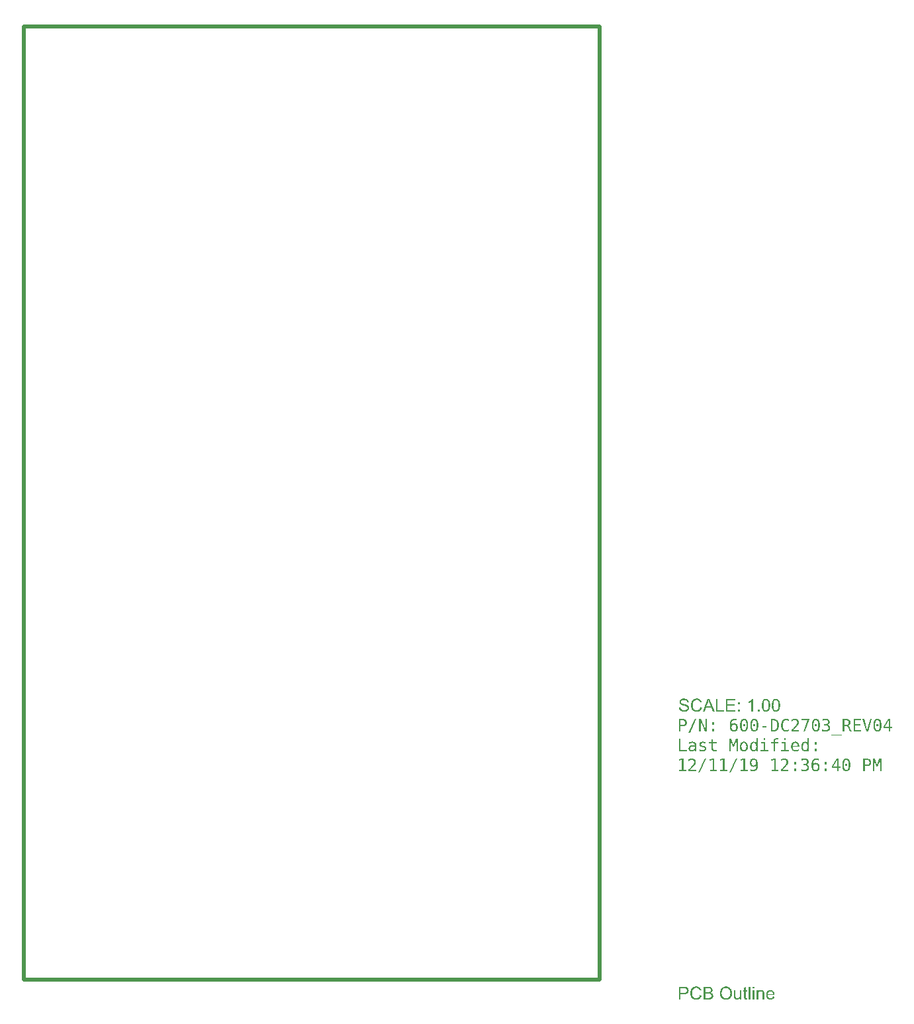
<source format=gbr>
%TF.GenerationSoftware,Altium Limited,Altium Designer,20.0.9 (164)*%
G04 Layer_Color=16711680*
%FSLAX26Y26*%
%MOIN*%
%TF.FileFunction,Other,Board_Outline*%
%TF.Part,Single*%
G01*
G75*
%TA.AperFunction,NonConductor*%
%ADD237C,0.020000*%
G36*
X3993056Y1113594D02*
X3993913Y1113498D01*
X3994960Y1113403D01*
X3997245Y1113022D01*
X3997435D01*
X3997816Y1112927D01*
X3998387Y1112737D01*
X3999149Y1112546D01*
X4000101Y1112261D01*
X4001148Y1111975D01*
X4003338Y1111214D01*
Y1103407D01*
X4003242Y1103502D01*
X4002862Y1103693D01*
X4002290Y1103978D01*
X4001624Y1104264D01*
X4000767Y1104645D01*
X3999815Y1105026D01*
X3997626Y1105692D01*
X3997530D01*
X3997150Y1105787D01*
X3996483Y1105978D01*
X3995722Y1106168D01*
X3994865Y1106263D01*
X3993818Y1106454D01*
X3991438Y1106549D01*
X3990676D01*
X3990105Y1106454D01*
X3989438Y1106358D01*
X3988677Y1106263D01*
X3986963Y1105787D01*
X3984964Y1105026D01*
X3983917Y1104550D01*
X3982965Y1103978D01*
X3981918Y1103312D01*
X3980966Y1102455D01*
X3980109Y1101503D01*
X3979252Y1100456D01*
Y1100361D01*
X3979062Y1100170D01*
X3978871Y1099790D01*
X3978586Y1099314D01*
X3978300Y1098647D01*
X3977919Y1097886D01*
X3977634Y1097029D01*
X3977253Y1095982D01*
X3976872Y1094744D01*
X3976491Y1093411D01*
X3976110Y1091983D01*
X3975825Y1090365D01*
X3975539Y1088556D01*
X3975349Y1086747D01*
X3975254Y1084748D01*
X3975163Y1082658D01*
X3975254Y1082749D01*
X3975539Y1083225D01*
X3976015Y1083986D01*
X3976586Y1084938D01*
X3977348Y1085986D01*
X3978300Y1087033D01*
X3979442Y1088080D01*
X3980680Y1089032D01*
X3980870Y1089127D01*
X3981346Y1089413D01*
X3982108Y1089794D01*
X3983060Y1090174D01*
X3984298Y1090555D01*
X3985630Y1090936D01*
X3987249Y1091222D01*
X3988867Y1091317D01*
X3989724D01*
X3990390Y1091222D01*
X3991152Y1091126D01*
X3992009Y1091031D01*
X3992961Y1090841D01*
X3994008Y1090650D01*
X3996293Y1089984D01*
X3997435Y1089508D01*
X3998578Y1088937D01*
X3999720Y1088270D01*
X4000862Y1087604D01*
X4001910Y1086652D01*
X4002862Y1085700D01*
X4002957Y1085605D01*
X4003052Y1085414D01*
X4003338Y1085129D01*
X4003623Y1084653D01*
X4004004Y1084082D01*
X4004480Y1083415D01*
X4004956Y1082558D01*
X4005432Y1081702D01*
X4005813Y1080654D01*
X4006289Y1079417D01*
X4006765Y1078179D01*
X4007146Y1076751D01*
X4007431Y1075228D01*
X4007717Y1073610D01*
X4007812Y1071896D01*
X4007907Y1069992D01*
Y1069897D01*
Y1069516D01*
Y1069040D01*
X4007812Y1068374D01*
X4007717Y1067517D01*
X4007622Y1066470D01*
X4007526Y1065422D01*
X4007241Y1064280D01*
X4006670Y1061710D01*
X4005718Y1059139D01*
X4005146Y1057806D01*
X4004480Y1056569D01*
X4003718Y1055426D01*
X4002766Y1054284D01*
X4002671Y1054189D01*
X4002576Y1054094D01*
X4002195Y1053808D01*
X4001814Y1053427D01*
X4001338Y1053046D01*
X4000672Y1052570D01*
X3999910Y1051999D01*
X3999054Y1051523D01*
X3998102Y1051047D01*
X3996959Y1050476D01*
X3995817Y1050000D01*
X3994579Y1049619D01*
X3993151Y1049238D01*
X3991628Y1049048D01*
X3990105Y1048858D01*
X3988391Y1048762D01*
X3987915D01*
X3987344Y1048858D01*
X3986582D01*
X3985726Y1049048D01*
X3984678Y1049143D01*
X3983536Y1049429D01*
X3982298Y1049714D01*
X3980966Y1050190D01*
X3979633Y1050666D01*
X3978300Y1051333D01*
X3977062Y1052094D01*
X3975730Y1052951D01*
X3974492Y1053998D01*
X3973445Y1055236D01*
X3972398Y1056569D01*
X3972302Y1056664D01*
X3972207Y1056950D01*
X3971922Y1057426D01*
X3971636Y1058092D01*
X3971255Y1058854D01*
X3970779Y1059901D01*
X3970303Y1061138D01*
X3969922Y1062566D01*
X3969446Y1064185D01*
X3968970Y1065994D01*
X3968494Y1067993D01*
X3968114Y1070182D01*
X3967828Y1072658D01*
X3967542Y1075228D01*
X3967447Y1078084D01*
X3967352Y1081130D01*
Y1081321D01*
Y1081797D01*
Y1082654D01*
X3967447Y1083701D01*
X3967542Y1085034D01*
X3967638Y1086557D01*
X3967828Y1088270D01*
X3968114Y1090079D01*
X3968399Y1092078D01*
X3968875Y1093982D01*
X3969351Y1096077D01*
X3969922Y1098076D01*
X3970589Y1099980D01*
X3971446Y1101884D01*
X3972398Y1103693D01*
X3973445Y1105311D01*
X3973540Y1105406D01*
X3973730Y1105692D01*
X3974111Y1106073D01*
X3974587Y1106644D01*
X3975254Y1107215D01*
X3976015Y1107977D01*
X3976872Y1108738D01*
X3977919Y1109500D01*
X3979157Y1110262D01*
X3980394Y1111023D01*
X3981918Y1111785D01*
X3983441Y1112356D01*
X3985154Y1112927D01*
X3986963Y1113308D01*
X3988962Y1113594D01*
X3991057Y1113689D01*
X3992199D01*
X3993056Y1113594D01*
D02*
G37*
G36*
X4044464Y1081892D02*
X4033897D01*
Y1094554D01*
X4044464D01*
Y1081892D01*
D02*
G37*
G36*
X3889383D02*
X3878816D01*
Y1094554D01*
X3889383D01*
Y1081892D01*
D02*
G37*
G36*
X4319878Y1050000D02*
X4312071D01*
Y1105311D01*
X4300838Y1072277D01*
X4294459D01*
X4283321Y1105311D01*
Y1050000D01*
X4275514D01*
Y1112642D01*
X4286748D01*
X4297601Y1080654D01*
X4308549Y1112642D01*
X4319878D01*
Y1050000D01*
D02*
G37*
G36*
X3935174Y1113594D02*
X3935936D01*
X3936793Y1113403D01*
X3937840Y1113308D01*
X3938887Y1113118D01*
X3941267Y1112546D01*
X3943742Y1111690D01*
X3944885Y1111214D01*
X3946122Y1110547D01*
X3947265Y1109881D01*
X3948312Y1109024D01*
X3948407Y1108929D01*
X3948598Y1108834D01*
X3948788Y1108548D01*
X3949169Y1108167D01*
X3949550Y1107691D01*
X3950026Y1107215D01*
X3951073Y1105787D01*
X3952120Y1104074D01*
X3952977Y1101979D01*
X3953358Y1100837D01*
X3953643Y1099599D01*
X3953738Y1098266D01*
X3953834Y1096934D01*
Y1096838D01*
Y1096743D01*
Y1096458D01*
Y1096077D01*
X3953643Y1095125D01*
X3953453Y1093887D01*
X3953072Y1092554D01*
X3952596Y1091126D01*
X3951834Y1089698D01*
X3950882Y1088270D01*
X3950787Y1088080D01*
X3950311Y1087699D01*
X3949740Y1087128D01*
X3948788Y1086366D01*
X3947646Y1085605D01*
X3946218Y1084748D01*
X3944504Y1084082D01*
X3942600Y1083415D01*
X3942695D01*
X3942886Y1083320D01*
X3943171Y1083225D01*
X3943647Y1083130D01*
X3944694Y1082654D01*
X3946027Y1082082D01*
X3947550Y1081321D01*
X3949074Y1080274D01*
X3950597Y1079036D01*
X3951930Y1077608D01*
X3952120Y1077418D01*
X3952501Y1076846D01*
X3952977Y1075990D01*
X3953643Y1074752D01*
X3954214Y1073324D01*
X3954786Y1071515D01*
X3955166Y1069516D01*
X3955262Y1067231D01*
Y1067136D01*
Y1066850D01*
Y1066374D01*
X3955166Y1065803D01*
X3955071Y1065042D01*
X3954976Y1064185D01*
X3954500Y1062281D01*
X3953834Y1060091D01*
X3953358Y1058949D01*
X3952786Y1057806D01*
X3952120Y1056759D01*
X3951263Y1055617D01*
X3950406Y1054570D01*
X3949359Y1053618D01*
X3949264Y1053522D01*
X3949074Y1053427D01*
X3948788Y1053142D01*
X3948312Y1052856D01*
X3947741Y1052475D01*
X3946979Y1052094D01*
X3946122Y1051618D01*
X3945170Y1051238D01*
X3944123Y1050762D01*
X3942886Y1050286D01*
X3941553Y1049905D01*
X3940125Y1049524D01*
X3938602Y1049238D01*
X3936983Y1048953D01*
X3935270Y1048858D01*
X3933366Y1048762D01*
X3931747D01*
X3930605Y1048858D01*
X3929272Y1048953D01*
X3927749Y1049048D01*
X3926226Y1049238D01*
X3924512Y1049524D01*
X3924322D01*
X3923750Y1049714D01*
X3922894Y1049810D01*
X3921751Y1050095D01*
X3920418Y1050476D01*
X3918895Y1050857D01*
X3915754Y1051904D01*
Y1060377D01*
X3915849D01*
X3915944Y1060282D01*
X3916515Y1059996D01*
X3917277Y1059615D01*
X3918419Y1059139D01*
X3919657Y1058568D01*
X3921085Y1057997D01*
X3922608Y1057426D01*
X3924131Y1056950D01*
X3924322D01*
X3924893Y1056759D01*
X3925654Y1056664D01*
X3926702Y1056474D01*
X3928034Y1056283D01*
X3929367Y1056093D01*
X3930890Y1055998D01*
X3932414Y1055902D01*
X3933080D01*
X3933556Y1055998D01*
X3934127D01*
X3934794Y1056093D01*
X3936317Y1056283D01*
X3938030Y1056664D01*
X3939839Y1057235D01*
X3941553Y1057997D01*
X3943076Y1059044D01*
X3943266Y1059234D01*
X3943647Y1059615D01*
X3944314Y1060377D01*
X3944980Y1061329D01*
X3945646Y1062662D01*
X3946313Y1064185D01*
X3946694Y1065994D01*
X3946884Y1068088D01*
Y1068183D01*
Y1068374D01*
Y1068659D01*
X3946789Y1068945D01*
X3946694Y1069992D01*
X3946408Y1071230D01*
X3945932Y1072562D01*
X3945266Y1073990D01*
X3944314Y1075418D01*
X3943076Y1076751D01*
X3942886Y1076846D01*
X3942410Y1077227D01*
X3941553Y1077798D01*
X3940410Y1078370D01*
X3938982Y1078941D01*
X3937269Y1079512D01*
X3935270Y1079893D01*
X3932985Y1079988D01*
X3926606D01*
Y1086938D01*
X3933937D01*
X3934984Y1087033D01*
X3936317Y1087223D01*
X3937840Y1087509D01*
X3939363Y1087985D01*
X3940791Y1088556D01*
X3942124Y1089413D01*
X3942314Y1089508D01*
X3942695Y1089889D01*
X3943171Y1090460D01*
X3943838Y1091317D01*
X3944409Y1092269D01*
X3944980Y1093506D01*
X3945361Y1094934D01*
X3945456Y1096553D01*
Y1096648D01*
Y1096743D01*
Y1097314D01*
X3945266Y1098171D01*
X3945075Y1099218D01*
X3944694Y1100456D01*
X3944218Y1101694D01*
X3943457Y1102836D01*
X3942410Y1103883D01*
X3942314Y1103978D01*
X3941838Y1104264D01*
X3941172Y1104740D01*
X3940220Y1105216D01*
X3938982Y1105692D01*
X3937459Y1106168D01*
X3935650Y1106454D01*
X3933651Y1106549D01*
X3932223D01*
X3931271Y1106454D01*
X3930129Y1106358D01*
X3928796Y1106168D01*
X3927463Y1105978D01*
X3925940Y1105692D01*
X3925750D01*
X3925274Y1105502D01*
X3924417Y1105311D01*
X3923370Y1105026D01*
X3922132Y1104740D01*
X3920799Y1104264D01*
X3919276Y1103788D01*
X3917658Y1103217D01*
Y1111023D01*
X3917753D01*
X3917848Y1111118D01*
X3918134D01*
X3918514Y1111214D01*
X3919466Y1111499D01*
X3920704Y1111785D01*
X3922037Y1112070D01*
X3923560Y1112451D01*
X3925083Y1112737D01*
X3926606Y1113022D01*
X3926797D01*
X3927273Y1113118D01*
X3928034Y1113213D01*
X3928986Y1113403D01*
X3930129Y1113498D01*
X3931271Y1113594D01*
X3933651Y1113689D01*
X3934508D01*
X3935174Y1113594D01*
D02*
G37*
G36*
X3677373D02*
X3678134D01*
X3678991Y1113403D01*
X3680038Y1113308D01*
X3681181Y1113022D01*
X3682418Y1112737D01*
X3683751Y1112261D01*
X3685084Y1111785D01*
X3686417Y1111118D01*
X3687654Y1110357D01*
X3688987Y1109500D01*
X3690225Y1108358D01*
X3691272Y1107215D01*
X3692319Y1105787D01*
X3692414Y1105692D01*
X3692510Y1105406D01*
X3692795Y1104930D01*
X3693081Y1104264D01*
X3693557Y1103502D01*
X3693938Y1102455D01*
X3694414Y1101218D01*
X3694890Y1099790D01*
X3695366Y1098171D01*
X3695842Y1096362D01*
X3696318Y1094363D01*
X3696698Y1092078D01*
X3696984Y1089698D01*
X3697270Y1087033D01*
X3697365Y1084177D01*
X3697460Y1081130D01*
Y1080940D01*
Y1080464D01*
Y1079607D01*
X3697365Y1078560D01*
X3697270Y1077227D01*
X3697174Y1075704D01*
X3696984Y1073990D01*
X3696698Y1072182D01*
X3696318Y1070278D01*
X3695937Y1068278D01*
X3695461Y1066279D01*
X3694890Y1064280D01*
X3694128Y1062376D01*
X3693271Y1060472D01*
X3692319Y1058663D01*
X3691272Y1057045D01*
X3691177Y1056950D01*
X3690986Y1056664D01*
X3690606Y1056283D01*
X3690130Y1055712D01*
X3689463Y1055141D01*
X3688702Y1054474D01*
X3687845Y1053713D01*
X3686798Y1052951D01*
X3685560Y1052094D01*
X3684227Y1051428D01*
X3682799Y1050666D01*
X3681276Y1050095D01*
X3679467Y1049524D01*
X3677658Y1049143D01*
X3675659Y1048858D01*
X3673565Y1048762D01*
X3672422D01*
X3671661Y1048858D01*
X3670709Y1048953D01*
X3669662Y1049048D01*
X3667377Y1049429D01*
X3667282D01*
X3666901Y1049524D01*
X3666234Y1049714D01*
X3665473Y1049905D01*
X3664616Y1050095D01*
X3663569Y1050476D01*
X3661474Y1051238D01*
Y1059044D01*
X3661570Y1058949D01*
X3661950Y1058758D01*
X3662426Y1058473D01*
X3663093Y1058187D01*
X3663950Y1057711D01*
X3664902Y1057330D01*
X3666996Y1056664D01*
X3667091D01*
X3667567Y1056569D01*
X3668138Y1056474D01*
X3668900Y1056283D01*
X3669852Y1056188D01*
X3670899Y1055998D01*
X3673279Y1055902D01*
X3674041D01*
X3674612Y1055998D01*
X3675278Y1056093D01*
X3676040Y1056188D01*
X3677849Y1056664D01*
X3679848Y1057330D01*
X3680800Y1057902D01*
X3681847Y1058473D01*
X3682799Y1059139D01*
X3683751Y1059901D01*
X3684703Y1060853D01*
X3685465Y1061900D01*
X3685560Y1061995D01*
X3685655Y1062186D01*
X3685846Y1062566D01*
X3686131Y1063042D01*
X3686417Y1063709D01*
X3686798Y1064470D01*
X3687178Y1065327D01*
X3687559Y1066470D01*
X3687940Y1067612D01*
X3688321Y1068945D01*
X3688702Y1070373D01*
X3688987Y1071991D01*
X3689273Y1073800D01*
X3689463Y1075609D01*
X3689654Y1077608D01*
Y1079798D01*
X3689558Y1079607D01*
X3689273Y1079131D01*
X3688797Y1078370D01*
X3688226Y1077418D01*
X3687369Y1076370D01*
X3686417Y1075323D01*
X3685274Y1074276D01*
X3684037Y1073324D01*
X3683846Y1073229D01*
X3683370Y1072943D01*
X3682704Y1072658D01*
X3681657Y1072277D01*
X3680514Y1071801D01*
X3679086Y1071515D01*
X3677563Y1071230D01*
X3675850Y1071134D01*
X3674993D01*
X3674326Y1071230D01*
X3673565Y1071325D01*
X3672708Y1071420D01*
X3671756Y1071610D01*
X3670709Y1071801D01*
X3668424Y1072467D01*
X3667282Y1072943D01*
X3666139Y1073514D01*
X3664997Y1074086D01*
X3663854Y1074847D01*
X3662807Y1075704D01*
X3661855Y1076656D01*
X3661760Y1076751D01*
X3661665Y1076942D01*
X3661379Y1077227D01*
X3661094Y1077703D01*
X3660713Y1078274D01*
X3660332Y1078941D01*
X3659856Y1079798D01*
X3659380Y1080750D01*
X3658904Y1081797D01*
X3658428Y1082939D01*
X3658047Y1084272D01*
X3657666Y1085700D01*
X3657381Y1087223D01*
X3657095Y1088842D01*
X3657000Y1090650D01*
X3656905Y1092459D01*
Y1092554D01*
Y1092935D01*
Y1093411D01*
X3657000Y1094173D01*
X3657095Y1094934D01*
X3657190Y1095982D01*
X3657286Y1097029D01*
X3657571Y1098171D01*
X3658142Y1100742D01*
X3658999Y1103312D01*
X3659570Y1104550D01*
X3660332Y1105787D01*
X3661094Y1107025D01*
X3661950Y1108072D01*
X3662046Y1108167D01*
X3662236Y1108358D01*
X3662522Y1108548D01*
X3662902Y1108929D01*
X3663474Y1109405D01*
X3664045Y1109881D01*
X3664806Y1110357D01*
X3665663Y1110928D01*
X3666615Y1111404D01*
X3667758Y1111880D01*
X3668900Y1112356D01*
X3670233Y1112832D01*
X3671566Y1113213D01*
X3673089Y1113403D01*
X3674612Y1113594D01*
X3676326Y1113689D01*
X3676802D01*
X3677373Y1113594D01*
D02*
G37*
G36*
X4248478Y1112546D02*
X4249334D01*
X4250382Y1112356D01*
X4251524Y1112261D01*
X4252666Y1112070D01*
X4255237Y1111499D01*
X4257902Y1110642D01*
X4259140Y1110071D01*
X4260378Y1109500D01*
X4261615Y1108738D01*
X4262662Y1107882D01*
X4262758Y1107786D01*
X4262853Y1107691D01*
X4263138Y1107406D01*
X4263519Y1107025D01*
X4263900Y1106454D01*
X4264376Y1105882D01*
X4264852Y1105216D01*
X4265423Y1104359D01*
X4265899Y1103407D01*
X4266375Y1102360D01*
X4266851Y1101218D01*
X4267232Y1099980D01*
X4267613Y1098647D01*
X4267898Y1097124D01*
X4267994Y1095601D01*
X4268089Y1093887D01*
Y1093792D01*
Y1093506D01*
Y1093030D01*
X4267994Y1092364D01*
X4267898Y1091602D01*
X4267803Y1090746D01*
X4267613Y1089698D01*
X4267422Y1088651D01*
X4266756Y1086462D01*
X4266375Y1085224D01*
X4265804Y1084082D01*
X4265138Y1082939D01*
X4264471Y1081892D01*
X4263614Y1080845D01*
X4262662Y1079893D01*
X4262567Y1079798D01*
X4262377Y1079702D01*
X4262091Y1079512D01*
X4261615Y1079131D01*
X4261044Y1078846D01*
X4260378Y1078465D01*
X4259616Y1077989D01*
X4258664Y1077608D01*
X4257617Y1077132D01*
X4256379Y1076751D01*
X4255142Y1076275D01*
X4253714Y1075990D01*
X4252095Y1075704D01*
X4250477Y1075418D01*
X4248668Y1075323D01*
X4246764Y1075228D01*
X4236958D01*
Y1050000D01*
X4228486D01*
Y1112642D01*
X4247811D01*
X4248478Y1112546D01*
D02*
G37*
G36*
X4104345Y1071801D02*
X4112722D01*
Y1064946D01*
X4104345D01*
Y1050000D01*
X4095872D01*
Y1064946D01*
X4069406D01*
Y1072943D01*
X4094539Y1112642D01*
X4104345D01*
Y1071801D01*
D02*
G37*
G36*
X4044464Y1050000D02*
X4033897D01*
Y1062757D01*
X4044464D01*
Y1050000D01*
D02*
G37*
G36*
X3889383D02*
X3878816D01*
Y1062757D01*
X3889383D01*
Y1050000D01*
D02*
G37*
G36*
X3831692Y1113594D02*
X3832454Y1113498D01*
X3833406Y1113403D01*
X3834358Y1113308D01*
X3835500Y1113118D01*
X3837880Y1112451D01*
X3840355Y1111594D01*
X3841593Y1111023D01*
X3842735Y1110357D01*
X3843973Y1109595D01*
X3845020Y1108738D01*
X3845115Y1108643D01*
X3845306Y1108548D01*
X3845496Y1108262D01*
X3845877Y1107882D01*
X3846353Y1107406D01*
X3846829Y1106834D01*
X3847305Y1106073D01*
X3847876Y1105311D01*
X3848828Y1103502D01*
X3849780Y1101313D01*
X3850161Y1100075D01*
X3850351Y1098838D01*
X3850542Y1097410D01*
X3850637Y1095982D01*
Y1095791D01*
Y1095315D01*
X3850542Y1094458D01*
X3850446Y1093506D01*
X3850161Y1092269D01*
X3849875Y1090841D01*
X3849399Y1089413D01*
X3848733Y1087890D01*
X3848638Y1087699D01*
X3848352Y1087223D01*
X3847876Y1086366D01*
X3847305Y1085319D01*
X3846448Y1083986D01*
X3845401Y1082463D01*
X3844068Y1080845D01*
X3842640Y1079036D01*
X3842545Y1078941D01*
X3842259Y1078560D01*
X3841688Y1077894D01*
X3840926Y1077037D01*
X3839974Y1075990D01*
X3838832Y1074657D01*
X3837499Y1073134D01*
X3835881Y1071420D01*
X3835786Y1071325D01*
X3835690Y1071230D01*
X3835405Y1070944D01*
X3835024Y1070563D01*
X3834548Y1069992D01*
X3833977Y1069421D01*
X3833310Y1068659D01*
X3832549Y1067898D01*
X3831597Y1066946D01*
X3830550Y1065803D01*
X3829502Y1064661D01*
X3828265Y1063423D01*
X3826932Y1061995D01*
X3825504Y1060472D01*
X3823886Y1058854D01*
X3822267Y1057140D01*
X3851018D01*
Y1050000D01*
X3813033D01*
Y1057140D01*
X3813128Y1057235D01*
X3813414Y1057521D01*
X3813794Y1057902D01*
X3814366Y1058568D01*
X3815032Y1059234D01*
X3815794Y1060091D01*
X3816650Y1061043D01*
X3817698Y1061995D01*
X3819792Y1064280D01*
X3822077Y1066660D01*
X3824362Y1069230D01*
X3826646Y1071610D01*
X3826742Y1071706D01*
X3826932Y1071896D01*
X3827218Y1072182D01*
X3827598Y1072658D01*
X3828646Y1073800D01*
X3829883Y1075133D01*
X3831216Y1076561D01*
X3832549Y1078084D01*
X3833786Y1079417D01*
X3834834Y1080559D01*
X3834929Y1080654D01*
X3835024Y1080750D01*
X3835214Y1081035D01*
X3835500Y1081416D01*
X3836262Y1082368D01*
X3837118Y1083510D01*
X3838070Y1084843D01*
X3838927Y1086271D01*
X3839784Y1087604D01*
X3840450Y1088842D01*
X3840546Y1089032D01*
X3840736Y1089413D01*
X3840926Y1089984D01*
X3841212Y1090841D01*
X3841498Y1091793D01*
X3841783Y1092935D01*
X3841878Y1094078D01*
X3841974Y1095315D01*
Y1095410D01*
Y1095506D01*
Y1095791D01*
Y1096172D01*
X3841783Y1097124D01*
X3841593Y1098266D01*
X3841212Y1099599D01*
X3840641Y1101027D01*
X3839879Y1102265D01*
X3838832Y1103502D01*
X3838737Y1103598D01*
X3838261Y1103978D01*
X3837594Y1104454D01*
X3836642Y1105026D01*
X3835405Y1105597D01*
X3833977Y1106073D01*
X3832263Y1106454D01*
X3830359Y1106549D01*
X3829693D01*
X3828931Y1106454D01*
X3827979Y1106358D01*
X3826742Y1106168D01*
X3825409Y1105978D01*
X3823886Y1105597D01*
X3822362Y1105121D01*
X3822172Y1105026D01*
X3821601Y1104835D01*
X3820839Y1104550D01*
X3819697Y1104074D01*
X3818364Y1103502D01*
X3816841Y1102741D01*
X3815222Y1101884D01*
X3813509Y1100932D01*
Y1109500D01*
X3813604D01*
X3813699Y1109595D01*
X3814270Y1109786D01*
X3815127Y1110166D01*
X3816174Y1110642D01*
X3817507Y1111118D01*
X3818935Y1111594D01*
X3821982Y1112546D01*
X3822077D01*
X3822172Y1112642D01*
X3822743Y1112737D01*
X3823505Y1112927D01*
X3824552Y1113118D01*
X3825790Y1113308D01*
X3827218Y1113498D01*
X3828646Y1113689D01*
X3831026D01*
X3831692Y1113594D01*
D02*
G37*
G36*
X3787805Y1057140D02*
X3800847D01*
Y1050000D01*
X3766290D01*
Y1057140D01*
X3779427D01*
Y1105026D01*
X3765242Y1101789D01*
Y1109500D01*
X3779332Y1112642D01*
X3787805D01*
Y1057140D01*
D02*
G37*
G36*
X3632724D02*
X3645766D01*
Y1050000D01*
X3611209D01*
Y1057140D01*
X3624346D01*
Y1105026D01*
X3610162Y1101789D01*
Y1109500D01*
X3624251Y1112642D01*
X3632724D01*
Y1057140D01*
D02*
G37*
G36*
X3529337D02*
X3542379D01*
Y1050000D01*
X3507822D01*
Y1057140D01*
X3520959D01*
Y1105026D01*
X3506774Y1101789D01*
Y1109500D01*
X3520864Y1112642D01*
X3529337D01*
Y1057140D01*
D02*
G37*
G36*
X3477643D02*
X3490686D01*
Y1050000D01*
X3456128D01*
Y1057140D01*
X3469266D01*
Y1105026D01*
X3455081Y1101789D01*
Y1109500D01*
X3469170Y1112642D01*
X3477643D01*
Y1057140D01*
D02*
G37*
G36*
X3366450Y1113594D02*
X3367211Y1113498D01*
X3368163Y1113403D01*
X3369115Y1113308D01*
X3370258Y1113118D01*
X3372638Y1112451D01*
X3375113Y1111594D01*
X3376350Y1111023D01*
X3377493Y1110357D01*
X3378730Y1109595D01*
X3379778Y1108738D01*
X3379873Y1108643D01*
X3380063Y1108548D01*
X3380254Y1108262D01*
X3380634Y1107882D01*
X3381110Y1107406D01*
X3381586Y1106834D01*
X3382062Y1106073D01*
X3382634Y1105311D01*
X3383586Y1103502D01*
X3384538Y1101313D01*
X3384918Y1100075D01*
X3385109Y1098838D01*
X3385299Y1097410D01*
X3385394Y1095982D01*
Y1095791D01*
Y1095315D01*
X3385299Y1094458D01*
X3385204Y1093506D01*
X3384918Y1092269D01*
X3384633Y1090841D01*
X3384157Y1089413D01*
X3383490Y1087890D01*
X3383395Y1087699D01*
X3383110Y1087223D01*
X3382634Y1086366D01*
X3382062Y1085319D01*
X3381206Y1083986D01*
X3380158Y1082463D01*
X3378826Y1080845D01*
X3377398Y1079036D01*
X3377302Y1078941D01*
X3377017Y1078560D01*
X3376446Y1077894D01*
X3375684Y1077037D01*
X3374732Y1075990D01*
X3373590Y1074657D01*
X3372257Y1073134D01*
X3370638Y1071420D01*
X3370543Y1071325D01*
X3370448Y1071230D01*
X3370162Y1070944D01*
X3369782Y1070563D01*
X3369306Y1069992D01*
X3368734Y1069421D01*
X3368068Y1068659D01*
X3367306Y1067898D01*
X3366354Y1066946D01*
X3365307Y1065803D01*
X3364260Y1064661D01*
X3363022Y1063423D01*
X3361690Y1061995D01*
X3360262Y1060472D01*
X3358643Y1058854D01*
X3357025Y1057140D01*
X3385775D01*
Y1050000D01*
X3347790D01*
Y1057140D01*
X3347886Y1057235D01*
X3348171Y1057521D01*
X3348552Y1057902D01*
X3349123Y1058568D01*
X3349790Y1059234D01*
X3350551Y1060091D01*
X3351408Y1061043D01*
X3352455Y1061995D01*
X3354550Y1064280D01*
X3356834Y1066660D01*
X3359119Y1069230D01*
X3361404Y1071610D01*
X3361499Y1071706D01*
X3361690Y1071896D01*
X3361975Y1072182D01*
X3362356Y1072658D01*
X3363403Y1073800D01*
X3364641Y1075133D01*
X3365974Y1076561D01*
X3367306Y1078084D01*
X3368544Y1079417D01*
X3369591Y1080559D01*
X3369686Y1080654D01*
X3369782Y1080750D01*
X3369972Y1081035D01*
X3370258Y1081416D01*
X3371019Y1082368D01*
X3371876Y1083510D01*
X3372828Y1084843D01*
X3373685Y1086271D01*
X3374542Y1087604D01*
X3375208Y1088842D01*
X3375303Y1089032D01*
X3375494Y1089413D01*
X3375684Y1089984D01*
X3375970Y1090841D01*
X3376255Y1091793D01*
X3376541Y1092935D01*
X3376636Y1094078D01*
X3376731Y1095315D01*
Y1095410D01*
Y1095506D01*
Y1095791D01*
Y1096172D01*
X3376541Y1097124D01*
X3376350Y1098266D01*
X3375970Y1099599D01*
X3375398Y1101027D01*
X3374637Y1102265D01*
X3373590Y1103502D01*
X3373494Y1103598D01*
X3373018Y1103978D01*
X3372352Y1104454D01*
X3371400Y1105026D01*
X3370162Y1105597D01*
X3368734Y1106073D01*
X3367021Y1106454D01*
X3365117Y1106549D01*
X3364450D01*
X3363689Y1106454D01*
X3362737Y1106358D01*
X3361499Y1106168D01*
X3360166Y1105978D01*
X3358643Y1105597D01*
X3357120Y1105121D01*
X3356930Y1105026D01*
X3356358Y1104835D01*
X3355597Y1104550D01*
X3354454Y1104074D01*
X3353122Y1103502D01*
X3351598Y1102741D01*
X3349980Y1101884D01*
X3348266Y1100932D01*
Y1109500D01*
X3348362D01*
X3348457Y1109595D01*
X3349028Y1109786D01*
X3349885Y1110166D01*
X3350932Y1110642D01*
X3352265Y1111118D01*
X3353693Y1111594D01*
X3356739Y1112546D01*
X3356834D01*
X3356930Y1112642D01*
X3357501Y1112737D01*
X3358262Y1112927D01*
X3359310Y1113118D01*
X3360547Y1113308D01*
X3361975Y1113498D01*
X3363403Y1113689D01*
X3365783D01*
X3366450Y1113594D01*
D02*
G37*
G36*
X3322562Y1057140D02*
X3335605D01*
Y1050000D01*
X3301047D01*
Y1057140D01*
X3314185D01*
Y1105026D01*
X3300000Y1101789D01*
Y1109500D01*
X3314090Y1112642D01*
X3322562D01*
Y1057140D01*
D02*
G37*
G36*
X4143567Y1113594D02*
X4144234D01*
X4145090Y1113403D01*
X4146042Y1113213D01*
X4147185Y1113022D01*
X4148327Y1112642D01*
X4149565Y1112261D01*
X4150802Y1111690D01*
X4152040Y1111023D01*
X4153278Y1110166D01*
X4154515Y1109214D01*
X4155753Y1108167D01*
X4156800Y1106834D01*
X4157847Y1105406D01*
X4157942Y1105311D01*
X4158038Y1105026D01*
X4158323Y1104550D01*
X4158609Y1103883D01*
X4159085Y1103026D01*
X4159466Y1101979D01*
X4159942Y1100742D01*
X4160418Y1099314D01*
X4160894Y1097695D01*
X4161370Y1095886D01*
X4161846Y1093887D01*
X4162226Y1091698D01*
X4162512Y1089318D01*
X4162798Y1086842D01*
X4162893Y1084082D01*
X4162988Y1081130D01*
Y1080940D01*
Y1080464D01*
Y1079607D01*
X4162893Y1078465D01*
X4162798Y1077132D01*
X4162702Y1075609D01*
X4162607Y1073895D01*
X4162322Y1072086D01*
X4162036Y1070182D01*
X4161750Y1068183D01*
X4160798Y1064185D01*
X4160227Y1062186D01*
X4159561Y1060377D01*
X4158799Y1058568D01*
X4157847Y1056950D01*
X4157752Y1056854D01*
X4157657Y1056569D01*
X4157276Y1056188D01*
X4156895Y1055712D01*
X4156324Y1055046D01*
X4155658Y1054379D01*
X4154896Y1053618D01*
X4154039Y1052856D01*
X4152992Y1052094D01*
X4151850Y1051333D01*
X4150612Y1050666D01*
X4149279Y1050000D01*
X4147756Y1049524D01*
X4146138Y1049143D01*
X4144424Y1048858D01*
X4142615Y1048762D01*
X4142139D01*
X4141663Y1048858D01*
X4140997D01*
X4140140Y1049048D01*
X4139188Y1049238D01*
X4138141Y1049429D01*
X4136998Y1049810D01*
X4135761Y1050190D01*
X4134523Y1050762D01*
X4133286Y1051428D01*
X4132048Y1052190D01*
X4130810Y1053142D01*
X4129573Y1054284D01*
X4128526Y1055522D01*
X4127478Y1056950D01*
X4127383Y1057045D01*
X4127288Y1057330D01*
X4127002Y1057806D01*
X4126717Y1058473D01*
X4126336Y1059330D01*
X4125860Y1060377D01*
X4125384Y1061614D01*
X4125003Y1063042D01*
X4124527Y1064661D01*
X4124051Y1066470D01*
X4123575Y1068469D01*
X4123194Y1070563D01*
X4122909Y1072943D01*
X4122623Y1075514D01*
X4122528Y1078179D01*
X4122433Y1081130D01*
Y1081321D01*
Y1081797D01*
Y1082654D01*
X4122528Y1083796D01*
X4122623Y1085129D01*
X4122718Y1086652D01*
X4122814Y1088366D01*
X4123099Y1090174D01*
X4123290Y1092174D01*
X4123670Y1094173D01*
X4124527Y1098171D01*
X4125098Y1100170D01*
X4125860Y1101979D01*
X4126622Y1103788D01*
X4127478Y1105406D01*
X4127574Y1105502D01*
X4127764Y1105787D01*
X4128050Y1106168D01*
X4128430Y1106739D01*
X4129002Y1107310D01*
X4129668Y1108072D01*
X4130430Y1108738D01*
X4131286Y1109595D01*
X4132334Y1110357D01*
X4133476Y1111118D01*
X4134714Y1111785D01*
X4136046Y1112356D01*
X4137474Y1112927D01*
X4139093Y1113308D01*
X4140806Y1113594D01*
X4142615Y1113689D01*
X4143091D01*
X4143567Y1113594D01*
D02*
G37*
G36*
X3560467Y1042098D02*
X3552470D01*
X3585505Y1112642D01*
X3593502D01*
X3560467Y1042098D01*
D02*
G37*
G36*
X3405386D02*
X3397390D01*
X3430424Y1112642D01*
X3438421D01*
X3405386Y1042098D01*
D02*
G37*
G36*
X3838356Y1205406D02*
X3830645D01*
Y1215212D01*
X3838356D01*
Y1205406D01*
D02*
G37*
G36*
X3734969D02*
X3727258D01*
Y1215212D01*
X3734969D01*
Y1205406D01*
D02*
G37*
G36*
X3954976Y1150000D02*
X3947265D01*
Y1155902D01*
X3947170Y1155712D01*
X3946884Y1155331D01*
X3946503Y1154665D01*
X3945837Y1153903D01*
X3945075Y1153046D01*
X3944218Y1152190D01*
X3943171Y1151333D01*
X3942029Y1150571D01*
X3941934Y1150476D01*
X3941458Y1150286D01*
X3940791Y1150000D01*
X3939934Y1149714D01*
X3938887Y1149334D01*
X3937650Y1149048D01*
X3936222Y1148858D01*
X3934698Y1148762D01*
X3933842D01*
X3933270Y1148858D01*
X3932604Y1148953D01*
X3931747Y1149143D01*
X3929843Y1149619D01*
X3928796Y1149905D01*
X3927654Y1150381D01*
X3926511Y1150857D01*
X3925464Y1151523D01*
X3924322Y1152285D01*
X3923274Y1153142D01*
X3922227Y1154189D01*
X3921275Y1155331D01*
X3921180Y1155426D01*
X3921085Y1155617D01*
X3920799Y1155998D01*
X3920514Y1156569D01*
X3920133Y1157235D01*
X3919752Y1157997D01*
X3919276Y1158949D01*
X3918895Y1160091D01*
X3918419Y1161329D01*
X3917943Y1162662D01*
X3917562Y1164185D01*
X3917182Y1165803D01*
X3916896Y1167517D01*
X3916610Y1169421D01*
X3916515Y1171420D01*
X3916420Y1173514D01*
Y1173610D01*
Y1173990D01*
Y1174657D01*
X3916515Y1175418D01*
X3916610Y1176370D01*
X3916706Y1177513D01*
X3916801Y1178750D01*
X3916991Y1180083D01*
X3917562Y1182939D01*
X3918514Y1185986D01*
X3918990Y1187414D01*
X3919657Y1188842D01*
X3920418Y1190270D01*
X3921275Y1191507D01*
X3921370Y1191602D01*
X3921466Y1191793D01*
X3921751Y1192078D01*
X3922227Y1192554D01*
X3922703Y1193030D01*
X3923274Y1193602D01*
X3924036Y1194173D01*
X3924798Y1194839D01*
X3925750Y1195410D01*
X3926702Y1195982D01*
X3928986Y1197029D01*
X3930319Y1197505D01*
X3931652Y1197790D01*
X3933175Y1197981D01*
X3934698Y1198076D01*
X3935365D01*
X3936222Y1197981D01*
X3937174Y1197886D01*
X3938316Y1197600D01*
X3939649Y1197314D01*
X3940886Y1196838D01*
X3942124Y1196172D01*
X3942314Y1196077D01*
X3942695Y1195791D01*
X3943266Y1195410D01*
X3944028Y1194839D01*
X3944790Y1194078D01*
X3945646Y1193126D01*
X3946503Y1192078D01*
X3947265Y1190841D01*
Y1215212D01*
X3954976D01*
Y1150000D01*
D02*
G37*
G36*
X3696508D02*
X3688797D01*
Y1155902D01*
X3688702Y1155712D01*
X3688416Y1155331D01*
X3688035Y1154665D01*
X3687369Y1153903D01*
X3686607Y1153046D01*
X3685750Y1152190D01*
X3684703Y1151333D01*
X3683561Y1150571D01*
X3683466Y1150476D01*
X3682990Y1150286D01*
X3682323Y1150000D01*
X3681466Y1149714D01*
X3680419Y1149334D01*
X3679182Y1149048D01*
X3677754Y1148858D01*
X3676230Y1148762D01*
X3675374D01*
X3674802Y1148858D01*
X3674136Y1148953D01*
X3673279Y1149143D01*
X3671375Y1149619D01*
X3670328Y1149905D01*
X3669186Y1150381D01*
X3668043Y1150857D01*
X3666996Y1151523D01*
X3665854Y1152285D01*
X3664806Y1153142D01*
X3663759Y1154189D01*
X3662807Y1155331D01*
X3662712Y1155426D01*
X3662617Y1155617D01*
X3662331Y1155998D01*
X3662046Y1156569D01*
X3661665Y1157235D01*
X3661284Y1157997D01*
X3660808Y1158949D01*
X3660427Y1160091D01*
X3659951Y1161329D01*
X3659475Y1162662D01*
X3659094Y1164185D01*
X3658714Y1165803D01*
X3658428Y1167517D01*
X3658142Y1169421D01*
X3658047Y1171420D01*
X3657952Y1173514D01*
Y1173610D01*
Y1173990D01*
Y1174657D01*
X3658047Y1175418D01*
X3658142Y1176370D01*
X3658238Y1177513D01*
X3658333Y1178750D01*
X3658523Y1180083D01*
X3659094Y1182939D01*
X3660046Y1185986D01*
X3660522Y1187414D01*
X3661189Y1188842D01*
X3661950Y1190270D01*
X3662807Y1191507D01*
X3662902Y1191602D01*
X3662998Y1191793D01*
X3663283Y1192078D01*
X3663759Y1192554D01*
X3664235Y1193030D01*
X3664806Y1193602D01*
X3665568Y1194173D01*
X3666330Y1194839D01*
X3667282Y1195410D01*
X3668234Y1195982D01*
X3670518Y1197029D01*
X3671851Y1197505D01*
X3673184Y1197790D01*
X3674707Y1197981D01*
X3676230Y1198076D01*
X3676897D01*
X3677754Y1197981D01*
X3678706Y1197886D01*
X3679848Y1197600D01*
X3681181Y1197314D01*
X3682418Y1196838D01*
X3683656Y1196172D01*
X3683846Y1196077D01*
X3684227Y1195791D01*
X3684798Y1195410D01*
X3685560Y1194839D01*
X3686322Y1194078D01*
X3687178Y1193126D01*
X3688035Y1192078D01*
X3688797Y1190841D01*
Y1215212D01*
X3696508D01*
Y1150000D01*
D02*
G37*
G36*
X3423379Y1197981D02*
X3424426Y1197886D01*
X3425664Y1197790D01*
X3428234Y1197314D01*
X3428425D01*
X3428806Y1197219D01*
X3429567Y1197029D01*
X3430424Y1196838D01*
X3431471Y1196553D01*
X3432614Y1196172D01*
X3435184Y1195220D01*
Y1187699D01*
X3434994Y1187794D01*
X3434613Y1187985D01*
X3433946Y1188366D01*
X3433090Y1188746D01*
X3432042Y1189222D01*
X3430900Y1189698D01*
X3428425Y1190555D01*
X3428234Y1190650D01*
X3427854Y1190746D01*
X3427187Y1190936D01*
X3426330Y1191126D01*
X3425283Y1191317D01*
X3424141Y1191412D01*
X3422903Y1191602D01*
X3420809D01*
X3419857Y1191507D01*
X3418714Y1191412D01*
X3417477Y1191222D01*
X3416144Y1190841D01*
X3414906Y1190460D01*
X3413859Y1189889D01*
X3413764Y1189794D01*
X3413478Y1189603D01*
X3413002Y1189127D01*
X3412622Y1188556D01*
X3412146Y1187890D01*
X3411670Y1186938D01*
X3411384Y1185890D01*
X3411289Y1184653D01*
Y1184558D01*
Y1184177D01*
X3411384Y1183606D01*
X3411574Y1182939D01*
X3411765Y1182178D01*
X3412050Y1181321D01*
X3412526Y1180654D01*
X3413193Y1179988D01*
X3413288Y1179893D01*
X3413574Y1179702D01*
X3414240Y1179417D01*
X3415097Y1179036D01*
X3415668Y1178846D01*
X3416334Y1178560D01*
X3417096Y1178370D01*
X3418048Y1178084D01*
X3419000Y1177798D01*
X3420142Y1177513D01*
X3421380Y1177227D01*
X3422713Y1176942D01*
X3425854Y1176370D01*
X3425950D01*
X3426140Y1176275D01*
X3426426D01*
X3426806Y1176180D01*
X3427854Y1175894D01*
X3429091Y1175418D01*
X3430519Y1174847D01*
X3431947Y1174086D01*
X3433280Y1173134D01*
X3434518Y1171991D01*
X3434613Y1171801D01*
X3434994Y1171420D01*
X3435470Y1170658D01*
X3436041Y1169706D01*
X3436612Y1168469D01*
X3437088Y1167041D01*
X3437469Y1165422D01*
X3437564Y1163518D01*
Y1163423D01*
Y1163233D01*
Y1162852D01*
X3437469Y1162376D01*
X3437374Y1161805D01*
X3437278Y1161138D01*
X3436993Y1159520D01*
X3436326Y1157806D01*
X3435470Y1155998D01*
X3434898Y1155141D01*
X3434232Y1154284D01*
X3433470Y1153427D01*
X3432614Y1152666D01*
X3432518D01*
X3432423Y1152475D01*
X3432138Y1152285D01*
X3431662Y1152094D01*
X3431186Y1151809D01*
X3430614Y1151428D01*
X3429853Y1151047D01*
X3428996Y1150762D01*
X3428139Y1150381D01*
X3427092Y1150000D01*
X3425950Y1149714D01*
X3424712Y1149334D01*
X3423379Y1149143D01*
X3421951Y1148953D01*
X3418810Y1148762D01*
X3417477D01*
X3416620Y1148858D01*
X3415478Y1148953D01*
X3414240Y1149048D01*
X3412907Y1149238D01*
X3411479Y1149524D01*
X3411289D01*
X3410813Y1149619D01*
X3410051Y1149810D01*
X3409004Y1150095D01*
X3407766Y1150381D01*
X3406434Y1150762D01*
X3404910Y1151142D01*
X3403292Y1151714D01*
Y1159710D01*
X3403387D01*
X3403482Y1159615D01*
X3404054Y1159330D01*
X3404815Y1158949D01*
X3405958Y1158473D01*
X3407195Y1157902D01*
X3408528Y1157330D01*
X3410051Y1156759D01*
X3411479Y1156283D01*
X3411670D01*
X3412146Y1156093D01*
X3412907Y1155998D01*
X3413954Y1155807D01*
X3415097Y1155617D01*
X3416334Y1155426D01*
X3417667Y1155331D01*
X3419000Y1155236D01*
X3419857D01*
X3420714Y1155331D01*
X3421856Y1155522D01*
X3423189Y1155712D01*
X3424426Y1156093D01*
X3425759Y1156569D01*
X3426902Y1157235D01*
X3426997Y1157330D01*
X3427378Y1157616D01*
X3427854Y1158092D01*
X3428330Y1158758D01*
X3428901Y1159615D01*
X3429282Y1160567D01*
X3429662Y1161710D01*
X3429758Y1163042D01*
Y1163138D01*
Y1163328D01*
X3429662Y1163518D01*
X3429567Y1163899D01*
X3429186Y1164851D01*
X3428901Y1165422D01*
X3428520Y1165994D01*
X3427949Y1166660D01*
X3427282Y1167231D01*
X3426426Y1167898D01*
X3425378Y1168469D01*
X3424236Y1169040D01*
X3422903Y1169611D01*
X3421285Y1170087D01*
X3419476Y1170468D01*
X3419095Y1170563D01*
X3416239Y1171134D01*
X3416144D01*
X3415954Y1171230D01*
X3415573Y1171325D01*
X3415192Y1171420D01*
X3414621Y1171515D01*
X3413954Y1171706D01*
X3412526Y1172182D01*
X3410908Y1172753D01*
X3409290Y1173514D01*
X3407862Y1174466D01*
X3406529Y1175514D01*
X3406434Y1175704D01*
X3406053Y1176085D01*
X3405577Y1176751D01*
X3405006Y1177798D01*
X3404434Y1178941D01*
X3403958Y1180464D01*
X3403578Y1182082D01*
X3403482Y1183986D01*
Y1184082D01*
Y1184272D01*
Y1184653D01*
X3403578Y1185129D01*
Y1185605D01*
X3403768Y1186271D01*
X3404054Y1187794D01*
X3404625Y1189413D01*
X3405386Y1191222D01*
X3406529Y1192840D01*
X3407290Y1193602D01*
X3408052Y1194363D01*
X3408147D01*
X3408242Y1194554D01*
X3408528Y1194744D01*
X3408909Y1194934D01*
X3409385Y1195220D01*
X3409956Y1195506D01*
X3410622Y1195886D01*
X3411384Y1196267D01*
X3412241Y1196553D01*
X3413288Y1196934D01*
X3414335Y1197219D01*
X3415478Y1197505D01*
X3416715Y1197695D01*
X3418143Y1197886D01*
X3421094Y1198076D01*
X3422427D01*
X3423379Y1197981D01*
D02*
G37*
G36*
X3994008Y1181892D02*
X3983441D01*
Y1194554D01*
X3994008D01*
Y1181892D01*
D02*
G37*
G36*
X3597405Y1150000D02*
X3589598D01*
Y1205311D01*
X3578365Y1172277D01*
X3571986D01*
X3560848Y1205311D01*
Y1150000D01*
X3553042D01*
Y1212642D01*
X3564275D01*
X3575128Y1180654D01*
X3586076Y1212642D01*
X3597405D01*
Y1150000D01*
D02*
G37*
G36*
X3994008D02*
X3983441D01*
Y1162757D01*
X3994008D01*
Y1150000D01*
D02*
G37*
G36*
X3838356Y1155998D02*
X3853683D01*
Y1150000D01*
X3815318D01*
Y1155998D01*
X3830645D01*
Y1190936D01*
X3818650D01*
Y1196934D01*
X3838356D01*
Y1155998D01*
D02*
G37*
G36*
X3800847Y1208834D02*
X3791327D01*
X3790661Y1208738D01*
X3789709Y1208643D01*
X3788757Y1208453D01*
X3787900Y1208072D01*
X3786948Y1207691D01*
X3786282Y1207120D01*
X3786186Y1207025D01*
X3785996Y1206834D01*
X3785806Y1206358D01*
X3785520Y1205692D01*
X3785139Y1204835D01*
X3784949Y1203788D01*
X3784758Y1202550D01*
X3784663Y1201027D01*
Y1196934D01*
X3800847D01*
Y1190936D01*
X3784663D01*
Y1150000D01*
X3776952D01*
Y1190936D01*
X3764386D01*
Y1196934D01*
X3776952D01*
Y1200170D01*
Y1200266D01*
Y1200551D01*
Y1200932D01*
X3777047Y1201408D01*
Y1202074D01*
X3777142Y1202836D01*
X3777428Y1204454D01*
X3777809Y1206358D01*
X3778475Y1208167D01*
X3779332Y1209976D01*
X3779903Y1210738D01*
X3780474Y1211499D01*
X3780665Y1211690D01*
X3781141Y1212070D01*
X3781998Y1212642D01*
X3783140Y1213403D01*
X3784758Y1214070D01*
X3786662Y1214641D01*
X3788852Y1215022D01*
X3791518Y1215212D01*
X3800847D01*
Y1208834D01*
D02*
G37*
G36*
X3734969Y1155998D02*
X3750296D01*
Y1150000D01*
X3711930D01*
Y1155998D01*
X3727258D01*
Y1190936D01*
X3715262D01*
Y1196934D01*
X3734969D01*
Y1155998D01*
D02*
G37*
G36*
X3471741Y1196934D02*
X3489258D01*
Y1190936D01*
X3471741D01*
Y1165422D01*
Y1165327D01*
Y1165232D01*
Y1164946D01*
Y1164566D01*
X3471836Y1163709D01*
X3472026Y1162566D01*
X3472217Y1161424D01*
X3472502Y1160186D01*
X3472978Y1159139D01*
X3473645Y1158187D01*
X3473740Y1158092D01*
X3474026Y1157902D01*
X3474502Y1157521D01*
X3475263Y1157235D01*
X3476215Y1156854D01*
X3477358Y1156474D01*
X3478786Y1156283D01*
X3480499Y1156188D01*
X3489258D01*
Y1150000D01*
X3478881D01*
X3478310Y1150095D01*
X3477643D01*
X3476786Y1150190D01*
X3474978Y1150476D01*
X3472978Y1150857D01*
X3470979Y1151428D01*
X3469075Y1152285D01*
X3468314Y1152856D01*
X3467552Y1153427D01*
X3467362Y1153618D01*
X3466981Y1154094D01*
X3466410Y1154950D01*
X3466124Y1155617D01*
X3465838Y1156283D01*
X3465458Y1157045D01*
X3465172Y1157902D01*
X3464886Y1158854D01*
X3464601Y1159996D01*
X3464315Y1161138D01*
X3464220Y1162471D01*
X3464030Y1163899D01*
Y1165422D01*
Y1190936D01*
X3451463D01*
Y1196934D01*
X3464030D01*
Y1210262D01*
X3471741D01*
Y1196934D01*
D02*
G37*
G36*
X3369591Y1197981D02*
X3370924Y1197886D01*
X3372447Y1197600D01*
X3374161Y1197314D01*
X3375779Y1196838D01*
X3377398Y1196267D01*
X3377493D01*
X3377588Y1196172D01*
X3378064Y1195982D01*
X3378826Y1195506D01*
X3379778Y1195030D01*
X3380920Y1194268D01*
X3382062Y1193411D01*
X3383110Y1192364D01*
X3384157Y1191126D01*
X3384252Y1191031D01*
X3384442Y1190746D01*
X3384633Y1190270D01*
X3385014Y1189698D01*
X3385394Y1188937D01*
X3385680Y1188080D01*
X3386061Y1187128D01*
X3386346Y1185986D01*
Y1185890D01*
X3386442Y1185414D01*
X3386632Y1184653D01*
X3386727Y1183701D01*
X3386918Y1182368D01*
X3387013Y1180845D01*
X3387108Y1178941D01*
Y1176751D01*
Y1150000D01*
X3379397D01*
Y1156950D01*
X3379302Y1156759D01*
X3378921Y1156283D01*
X3378350Y1155522D01*
X3377683Y1154570D01*
X3376731Y1153522D01*
X3375589Y1152475D01*
X3374351Y1151523D01*
X3373018Y1150666D01*
X3372828Y1150571D01*
X3372352Y1150381D01*
X3371590Y1150095D01*
X3370543Y1149714D01*
X3369210Y1149334D01*
X3367687Y1149048D01*
X3365878Y1148858D01*
X3363974Y1148762D01*
X3363308D01*
X3362832Y1148858D01*
X3362166D01*
X3361499Y1148953D01*
X3359881Y1149238D01*
X3358072Y1149714D01*
X3356168Y1150476D01*
X3354264Y1151428D01*
X3352550Y1152761D01*
Y1152856D01*
X3352360Y1152951D01*
X3351884Y1153522D01*
X3351218Y1154379D01*
X3350456Y1155617D01*
X3349599Y1157140D01*
X3348933Y1159044D01*
X3348457Y1161138D01*
X3348362Y1162376D01*
X3348266Y1163614D01*
Y1163709D01*
Y1163994D01*
Y1164375D01*
X3348362Y1164946D01*
X3348457Y1165518D01*
X3348552Y1166279D01*
X3348933Y1167993D01*
X3349504Y1169992D01*
X3350456Y1171896D01*
X3351122Y1172943D01*
X3351789Y1173800D01*
X3352550Y1174752D01*
X3353502Y1175514D01*
X3353598Y1175609D01*
X3353788Y1175704D01*
X3354074Y1175894D01*
X3354454Y1176180D01*
X3355026Y1176466D01*
X3355692Y1176846D01*
X3356454Y1177227D01*
X3357406Y1177608D01*
X3358453Y1177989D01*
X3359595Y1178274D01*
X3360833Y1178655D01*
X3362261Y1178941D01*
X3363689Y1179226D01*
X3365307Y1179417D01*
X3367116Y1179607D01*
X3379397D01*
Y1180750D01*
Y1180845D01*
Y1181035D01*
Y1181321D01*
X3379302Y1181702D01*
X3379206Y1182654D01*
X3379016Y1183891D01*
X3378635Y1185224D01*
X3378159Y1186557D01*
X3377398Y1187890D01*
X3376446Y1188937D01*
X3376350Y1189032D01*
X3375874Y1189318D01*
X3375208Y1189794D01*
X3374256Y1190270D01*
X3373018Y1190650D01*
X3371495Y1191126D01*
X3369686Y1191412D01*
X3367497Y1191507D01*
X3366830D01*
X3366069Y1191412D01*
X3365022D01*
X3363784Y1191222D01*
X3362451Y1191031D01*
X3361023Y1190746D01*
X3359500Y1190365D01*
X3359310Y1190270D01*
X3358834Y1190174D01*
X3358072Y1189889D01*
X3357025Y1189508D01*
X3355882Y1189032D01*
X3354550Y1188461D01*
X3353122Y1187794D01*
X3351694Y1187033D01*
Y1194744D01*
X3351789D01*
X3351884Y1194839D01*
X3352455Y1195030D01*
X3353217Y1195315D01*
X3354264Y1195696D01*
X3355502Y1196077D01*
X3356834Y1196458D01*
X3359786Y1197219D01*
X3359976D01*
X3360452Y1197314D01*
X3361214Y1197505D01*
X3362261Y1197695D01*
X3363403Y1197790D01*
X3364736Y1197981D01*
X3367497Y1198076D01*
X3368449D01*
X3369591Y1197981D01*
D02*
G37*
G36*
X3308473Y1157140D02*
X3338746D01*
Y1150000D01*
X3300000D01*
Y1212642D01*
X3308473D01*
Y1157140D01*
D02*
G37*
G36*
X3888336Y1197981D02*
X3889098Y1197886D01*
X3889954Y1197790D01*
X3890906Y1197600D01*
X3891954Y1197314D01*
X3894238Y1196553D01*
X3895476Y1196077D01*
X3896618Y1195506D01*
X3897761Y1194839D01*
X3898903Y1193982D01*
X3899950Y1193030D01*
X3900998Y1191983D01*
X3901093Y1191888D01*
X3901188Y1191698D01*
X3901474Y1191317D01*
X3901854Y1190841D01*
X3902235Y1190270D01*
X3902616Y1189508D01*
X3903092Y1188651D01*
X3903663Y1187604D01*
X3904139Y1186462D01*
X3904615Y1185224D01*
X3904996Y1183891D01*
X3905377Y1182368D01*
X3905758Y1180750D01*
X3906043Y1179036D01*
X3906138Y1177227D01*
X3906234Y1175323D01*
Y1171610D01*
X3872723D01*
Y1171325D01*
Y1171230D01*
Y1170944D01*
Y1170563D01*
X3872818Y1170087D01*
Y1169421D01*
X3872914Y1168659D01*
X3873199Y1166946D01*
X3873675Y1165042D01*
X3874437Y1163042D01*
X3875389Y1161138D01*
X3876722Y1159425D01*
X3876817D01*
X3876912Y1159234D01*
X3877483Y1158758D01*
X3878435Y1158092D01*
X3879673Y1157426D01*
X3881291Y1156664D01*
X3883195Y1155998D01*
X3885480Y1155522D01*
X3886718Y1155426D01*
X3888050Y1155331D01*
X3888717D01*
X3889478Y1155426D01*
X3890430Y1155522D01*
X3891573Y1155617D01*
X3892906Y1155807D01*
X3894238Y1156093D01*
X3895762Y1156474D01*
X3895952Y1156569D01*
X3896428Y1156664D01*
X3897285Y1156950D01*
X3898332Y1157330D01*
X3899665Y1157902D01*
X3901093Y1158473D01*
X3902711Y1159234D01*
X3904425Y1160091D01*
Y1152380D01*
X3904330D01*
X3904234Y1152285D01*
X3903663Y1152094D01*
X3902806Y1151809D01*
X3901664Y1151333D01*
X3900331Y1150952D01*
X3898903Y1150476D01*
X3895857Y1149714D01*
X3895666D01*
X3895190Y1149524D01*
X3894334Y1149429D01*
X3893382Y1149238D01*
X3892144Y1149048D01*
X3890811Y1148953D01*
X3887955Y1148762D01*
X3886908D01*
X3886146Y1148858D01*
X3885194Y1148953D01*
X3884147Y1149143D01*
X3883005Y1149334D01*
X3881672Y1149619D01*
X3879006Y1150381D01*
X3877578Y1150857D01*
X3876150Y1151523D01*
X3874722Y1152285D01*
X3873294Y1153142D01*
X3872057Y1154094D01*
X3870819Y1155236D01*
X3870724Y1155331D01*
X3870534Y1155522D01*
X3870248Y1155902D01*
X3869867Y1156474D01*
X3869391Y1157140D01*
X3868915Y1157902D01*
X3868344Y1158854D01*
X3867773Y1159996D01*
X3867202Y1161234D01*
X3866630Y1162566D01*
X3866154Y1164090D01*
X3865678Y1165708D01*
X3865298Y1167422D01*
X3865012Y1169326D01*
X3864822Y1171325D01*
X3864726Y1173419D01*
Y1173514D01*
Y1173895D01*
Y1174466D01*
X3864822Y1175323D01*
X3864917Y1176275D01*
X3865012Y1177322D01*
X3865202Y1178560D01*
X3865488Y1179893D01*
X3866154Y1182749D01*
X3866726Y1184177D01*
X3867297Y1185700D01*
X3867963Y1187223D01*
X3868725Y1188651D01*
X3869677Y1189984D01*
X3870724Y1191317D01*
X3870819Y1191412D01*
X3871010Y1191602D01*
X3871390Y1191983D01*
X3871866Y1192364D01*
X3872438Y1192840D01*
X3873199Y1193411D01*
X3874056Y1194078D01*
X3875008Y1194744D01*
X3876055Y1195315D01*
X3877293Y1195982D01*
X3878626Y1196553D01*
X3880054Y1197029D01*
X3881577Y1197410D01*
X3883195Y1197790D01*
X3885004Y1197981D01*
X3886813Y1198076D01*
X3887670D01*
X3888336Y1197981D01*
D02*
G37*
G36*
X3628440D02*
X3629297Y1197886D01*
X3630154Y1197695D01*
X3631201Y1197505D01*
X3632343Y1197314D01*
X3634818Y1196553D01*
X3636056Y1195982D01*
X3637294Y1195410D01*
X3638436Y1194649D01*
X3639674Y1193792D01*
X3640721Y1192840D01*
X3641768Y1191698D01*
X3641863Y1191602D01*
X3641958Y1191412D01*
X3642244Y1191031D01*
X3642625Y1190555D01*
X3643006Y1189889D01*
X3643386Y1189032D01*
X3643862Y1188080D01*
X3644434Y1187033D01*
X3644910Y1185795D01*
X3645386Y1184462D01*
X3645766Y1182939D01*
X3646147Y1181321D01*
X3646528Y1179512D01*
X3646814Y1177608D01*
X3646909Y1175609D01*
X3647004Y1173419D01*
Y1173324D01*
Y1172848D01*
Y1172277D01*
X3646909Y1171420D01*
X3646814Y1170468D01*
X3646718Y1169230D01*
X3646528Y1167993D01*
X3646338Y1166565D01*
X3645766Y1163614D01*
X3644814Y1160567D01*
X3644243Y1159044D01*
X3643482Y1157616D01*
X3642720Y1156283D01*
X3641768Y1155046D01*
X3641673Y1154950D01*
X3641578Y1154760D01*
X3641197Y1154474D01*
X3640816Y1154094D01*
X3640245Y1153618D01*
X3639674Y1153046D01*
X3638817Y1152475D01*
X3637960Y1151904D01*
X3637008Y1151333D01*
X3635866Y1150762D01*
X3634628Y1150190D01*
X3633295Y1149714D01*
X3631867Y1149334D01*
X3630249Y1149048D01*
X3628630Y1148858D01*
X3626822Y1148762D01*
X3625870D01*
X3625203Y1148858D01*
X3624442Y1148953D01*
X3623490Y1149143D01*
X3622442Y1149334D01*
X3621300Y1149524D01*
X3618920Y1150286D01*
X3617682Y1150762D01*
X3616445Y1151428D01*
X3615207Y1152094D01*
X3614065Y1152951D01*
X3613018Y1153903D01*
X3611970Y1155046D01*
X3611875Y1155141D01*
X3611780Y1155331D01*
X3611494Y1155712D01*
X3611209Y1156188D01*
X3610828Y1156854D01*
X3610352Y1157711D01*
X3609876Y1158663D01*
X3609400Y1159710D01*
X3608924Y1160948D01*
X3608448Y1162281D01*
X3608067Y1163804D01*
X3607591Y1165422D01*
X3607306Y1167231D01*
X3607020Y1169135D01*
X3606925Y1171230D01*
X3606830Y1173419D01*
Y1173514D01*
Y1173990D01*
Y1174562D01*
X3606925Y1175418D01*
X3607020Y1176370D01*
X3607115Y1177513D01*
X3607306Y1178750D01*
X3607496Y1180178D01*
X3608067Y1183130D01*
X3609019Y1186176D01*
X3609590Y1187604D01*
X3610257Y1189127D01*
X3611114Y1190460D01*
X3611970Y1191698D01*
X3612066Y1191793D01*
X3612256Y1191983D01*
X3612542Y1192269D01*
X3612922Y1192745D01*
X3613494Y1193221D01*
X3614065Y1193697D01*
X3614922Y1194268D01*
X3615778Y1194934D01*
X3616730Y1195506D01*
X3617873Y1196077D01*
X3619110Y1196553D01*
X3620443Y1197124D01*
X3621871Y1197505D01*
X3623394Y1197790D01*
X3625013Y1197981D01*
X3626822Y1198076D01*
X3627774D01*
X3628440Y1197981D01*
D02*
G37*
G36*
X3326656Y1415117D02*
X3327418D01*
X3329131Y1414926D01*
X3331035Y1414641D01*
X3333130Y1414165D01*
X3335319Y1413594D01*
X3337414Y1412832D01*
X3337509D01*
X3337699Y1412737D01*
X3337985Y1412642D01*
X3338366Y1412451D01*
X3339318Y1411880D01*
X3340555Y1411118D01*
X3341888Y1410166D01*
X3343316Y1409024D01*
X3344649Y1407691D01*
X3345791Y1406073D01*
X3345886Y1405882D01*
X3346267Y1405311D01*
X3346743Y1404359D01*
X3347314Y1403217D01*
X3347886Y1401694D01*
X3348362Y1399980D01*
X3348838Y1398076D01*
X3349028Y1396077D01*
X3340936Y1395506D01*
Y1395601D01*
Y1395791D01*
X3340841Y1396077D01*
X3340746Y1396458D01*
X3340555Y1397600D01*
X3340174Y1398933D01*
X3339508Y1400361D01*
X3338746Y1401884D01*
X3337794Y1403312D01*
X3336462Y1404550D01*
X3336271Y1404645D01*
X3335795Y1405026D01*
X3334843Y1405502D01*
X3333606Y1406168D01*
X3332082Y1406739D01*
X3330083Y1407215D01*
X3327798Y1407596D01*
X3325228Y1407691D01*
X3323990D01*
X3323324Y1407596D01*
X3322658Y1407501D01*
X3320944Y1407310D01*
X3319135Y1407025D01*
X3317326Y1406454D01*
X3315613Y1405787D01*
X3314756Y1405311D01*
X3314090Y1404835D01*
X3313899Y1404740D01*
X3313518Y1404359D01*
X3312947Y1403693D01*
X3312376Y1402931D01*
X3311710Y1401884D01*
X3311138Y1400742D01*
X3310758Y1399409D01*
X3310567Y1397981D01*
Y1397790D01*
Y1397410D01*
X3310662Y1396743D01*
X3310853Y1395982D01*
X3311138Y1395125D01*
X3311614Y1394173D01*
X3312186Y1393221D01*
X3313042Y1392364D01*
X3313138Y1392269D01*
X3313614Y1391983D01*
X3313899Y1391793D01*
X3314375Y1391507D01*
X3314851Y1391222D01*
X3315518Y1390936D01*
X3316279Y1390555D01*
X3317231Y1390270D01*
X3318278Y1389794D01*
X3319421Y1389413D01*
X3320754Y1389032D01*
X3322277Y1388556D01*
X3323990Y1388175D01*
X3325799Y1387699D01*
X3325894D01*
X3326275Y1387604D01*
X3326751Y1387509D01*
X3327513Y1387318D01*
X3328370Y1387128D01*
X3329322Y1386842D01*
X3331511Y1386366D01*
X3333796Y1385700D01*
X3336176Y1385034D01*
X3337223Y1384748D01*
X3338270Y1384367D01*
X3339222Y1383986D01*
X3339984Y1383701D01*
X3340079D01*
X3340270Y1383606D01*
X3340555Y1383415D01*
X3340936Y1383225D01*
X3341888Y1382654D01*
X3343126Y1381892D01*
X3344458Y1380940D01*
X3345886Y1379893D01*
X3347124Y1378560D01*
X3348266Y1377132D01*
X3348362Y1376942D01*
X3348647Y1376466D01*
X3349123Y1375609D01*
X3349599Y1374562D01*
X3350075Y1373229D01*
X3350551Y1371706D01*
X3350837Y1369992D01*
X3350932Y1368088D01*
Y1367993D01*
Y1367898D01*
Y1367612D01*
Y1367231D01*
X3350742Y1366184D01*
X3350551Y1364946D01*
X3350170Y1363423D01*
X3349694Y1361805D01*
X3348933Y1360091D01*
X3347981Y1358378D01*
Y1358282D01*
X3347886Y1358187D01*
X3347410Y1357616D01*
X3346743Y1356854D01*
X3345791Y1355807D01*
X3344649Y1354760D01*
X3343126Y1353522D01*
X3341507Y1352475D01*
X3339508Y1351428D01*
X3339413D01*
X3339222Y1351333D01*
X3338937Y1351238D01*
X3338556Y1351047D01*
X3338080Y1350857D01*
X3337414Y1350666D01*
X3335986Y1350190D01*
X3334082Y1349714D01*
X3332082Y1349334D01*
X3329702Y1349048D01*
X3327227Y1348953D01*
X3325799D01*
X3325038Y1349048D01*
X3324181D01*
X3323229Y1349143D01*
X3322182Y1349238D01*
X3319897Y1349524D01*
X3317422Y1350000D01*
X3314946Y1350571D01*
X3312662Y1351428D01*
X3312566D01*
X3312376Y1351523D01*
X3312090Y1351714D01*
X3311710Y1351904D01*
X3310662Y1352475D01*
X3309330Y1353332D01*
X3307806Y1354379D01*
X3306283Y1355712D01*
X3304760Y1357235D01*
X3303427Y1359044D01*
Y1359139D01*
X3303332Y1359234D01*
X3303142Y1359520D01*
X3302951Y1359996D01*
X3302666Y1360472D01*
X3302380Y1361043D01*
X3301714Y1362471D01*
X3301142Y1364185D01*
X3300571Y1366089D01*
X3300190Y1368278D01*
X3300000Y1370658D01*
X3307997Y1371325D01*
Y1371230D01*
Y1371134D01*
X3308092Y1370563D01*
X3308282Y1369611D01*
X3308473Y1368469D01*
X3308854Y1367231D01*
X3309330Y1365898D01*
X3309901Y1364566D01*
X3310567Y1363328D01*
X3310662Y1363233D01*
X3310948Y1362852D01*
X3311424Y1362281D01*
X3312186Y1361614D01*
X3313042Y1360758D01*
X3314185Y1359996D01*
X3315518Y1359139D01*
X3317041Y1358378D01*
X3317136D01*
X3317231Y1358282D01*
X3317802Y1358092D01*
X3318754Y1357806D01*
X3319897Y1357426D01*
X3321325Y1357045D01*
X3323038Y1356759D01*
X3324847Y1356569D01*
X3326846Y1356474D01*
X3327703D01*
X3328560Y1356569D01*
X3329702Y1356664D01*
X3331035Y1356854D01*
X3332463Y1357045D01*
X3333891Y1357426D01*
X3335319Y1357902D01*
X3335510Y1357997D01*
X3335890Y1358187D01*
X3336557Y1358473D01*
X3337414Y1358949D01*
X3338270Y1359520D01*
X3339222Y1360186D01*
X3340079Y1360948D01*
X3340841Y1361805D01*
X3340936Y1361900D01*
X3341126Y1362281D01*
X3341412Y1362757D01*
X3341793Y1363423D01*
X3342174Y1364280D01*
X3342459Y1365232D01*
X3342650Y1366279D01*
X3342745Y1367326D01*
Y1367422D01*
Y1367802D01*
X3342650Y1368374D01*
X3342554Y1369135D01*
X3342364Y1369992D01*
X3341983Y1370849D01*
X3341602Y1371706D01*
X3341031Y1372562D01*
X3340936Y1372658D01*
X3340746Y1372943D01*
X3340270Y1373324D01*
X3339698Y1373895D01*
X3338842Y1374466D01*
X3337890Y1375133D01*
X3336652Y1375799D01*
X3335224Y1376370D01*
X3335129Y1376466D01*
X3334653Y1376561D01*
X3333986Y1376846D01*
X3333415Y1376942D01*
X3332844Y1377132D01*
X3332082Y1377322D01*
X3331321Y1377608D01*
X3330369Y1377894D01*
X3329322Y1378179D01*
X3328179Y1378465D01*
X3326846Y1378750D01*
X3325418Y1379131D01*
X3323800Y1379512D01*
X3323705D01*
X3323419Y1379607D01*
X3322943Y1379702D01*
X3322372Y1379893D01*
X3321610Y1380083D01*
X3320849Y1380274D01*
X3318945Y1380845D01*
X3316850Y1381416D01*
X3314851Y1382082D01*
X3312947Y1382749D01*
X3312186Y1383130D01*
X3311424Y1383510D01*
X3311329D01*
X3311234Y1383606D01*
X3310662Y1383986D01*
X3309901Y1384462D01*
X3308854Y1385129D01*
X3307711Y1385986D01*
X3306569Y1387033D01*
X3305522Y1388175D01*
X3304570Y1389413D01*
X3304474Y1389603D01*
X3304189Y1390079D01*
X3303903Y1390841D01*
X3303522Y1391793D01*
X3303046Y1392935D01*
X3302761Y1394363D01*
X3302475Y1395886D01*
X3302380Y1397505D01*
Y1397600D01*
Y1397695D01*
Y1397981D01*
Y1398362D01*
X3302570Y1399218D01*
X3302761Y1400456D01*
X3303046Y1401884D01*
X3303522Y1403407D01*
X3304189Y1404930D01*
X3305046Y1406549D01*
Y1406644D01*
X3305141Y1406739D01*
X3305522Y1407215D01*
X3306188Y1407977D01*
X3307140Y1408929D01*
X3308282Y1409976D01*
X3309615Y1411118D01*
X3311234Y1412166D01*
X3313138Y1413022D01*
X3313233D01*
X3313423Y1413118D01*
X3313709Y1413213D01*
X3314090Y1413403D01*
X3314566Y1413498D01*
X3315137Y1413689D01*
X3316565Y1414165D01*
X3318374Y1414546D01*
X3320373Y1414831D01*
X3322562Y1415117D01*
X3324847Y1415212D01*
X3326085D01*
X3326656Y1415117D01*
D02*
G37*
G36*
X3391868D02*
X3392725Y1415022D01*
X3393677Y1414926D01*
X3394724Y1414831D01*
X3395962Y1414641D01*
X3398437Y1413974D01*
X3401198Y1413118D01*
X3402530Y1412546D01*
X3403863Y1411880D01*
X3405196Y1411118D01*
X3406434Y1410262D01*
X3406529Y1410166D01*
X3406719Y1410071D01*
X3407100Y1409786D01*
X3407481Y1409405D01*
X3408052Y1408834D01*
X3408623Y1408262D01*
X3409290Y1407501D01*
X3410051Y1406739D01*
X3410813Y1405787D01*
X3411574Y1404740D01*
X3412336Y1403693D01*
X3413098Y1402455D01*
X3413859Y1401122D01*
X3414526Y1399694D01*
X3415097Y1398171D01*
X3415668Y1396553D01*
X3407290Y1394554D01*
Y1394649D01*
X3407195Y1394839D01*
X3407100Y1395220D01*
X3406910Y1395696D01*
X3406624Y1396267D01*
X3406338Y1396934D01*
X3405577Y1398457D01*
X3404720Y1400075D01*
X3403578Y1401789D01*
X3402245Y1403407D01*
X3400722Y1404740D01*
X3400531Y1404835D01*
X3399960Y1405216D01*
X3399103Y1405787D01*
X3397866Y1406358D01*
X3396342Y1406930D01*
X3394534Y1407501D01*
X3392439Y1407882D01*
X3390154Y1407977D01*
X3389393D01*
X3388917Y1407882D01*
X3388250D01*
X3387584Y1407786D01*
X3385870Y1407501D01*
X3383871Y1407120D01*
X3381777Y1406454D01*
X3379778Y1405597D01*
X3377778Y1404359D01*
X3377683D01*
X3377588Y1404169D01*
X3377017Y1403693D01*
X3376065Y1402931D01*
X3375018Y1401884D01*
X3373875Y1400456D01*
X3372733Y1398838D01*
X3371686Y1396934D01*
X3370829Y1394839D01*
Y1394744D01*
X3370734Y1394554D01*
X3370638Y1394268D01*
X3370543Y1393792D01*
X3370353Y1393316D01*
X3370162Y1392650D01*
X3369877Y1391126D01*
X3369496Y1389222D01*
X3369115Y1387128D01*
X3368925Y1384938D01*
X3368830Y1382558D01*
Y1382463D01*
Y1382178D01*
Y1381797D01*
Y1381226D01*
X3368925Y1380464D01*
Y1379607D01*
X3369020Y1378750D01*
X3369115Y1377703D01*
X3369401Y1375514D01*
X3369877Y1373038D01*
X3370448Y1370658D01*
X3371210Y1368278D01*
Y1368183D01*
X3371305Y1367993D01*
X3371495Y1367707D01*
X3371686Y1367326D01*
X3372257Y1366184D01*
X3373018Y1364851D01*
X3374066Y1363328D01*
X3375303Y1361900D01*
X3376826Y1360377D01*
X3378540Y1359139D01*
X3378635D01*
X3378730Y1359044D01*
X3379016Y1358854D01*
X3379397Y1358663D01*
X3380444Y1358187D01*
X3381777Y1357711D01*
X3383395Y1357140D01*
X3385299Y1356664D01*
X3387298Y1356283D01*
X3389488Y1356188D01*
X3390154D01*
X3390630Y1356283D01*
X3391297D01*
X3391963Y1356378D01*
X3393677Y1356664D01*
X3395486Y1357235D01*
X3397485Y1357902D01*
X3399579Y1358949D01*
X3400531Y1359520D01*
X3401483Y1360282D01*
X3401578Y1360377D01*
X3401674Y1360472D01*
X3401959Y1360758D01*
X3402245Y1361043D01*
X3402721Y1361519D01*
X3403102Y1361995D01*
X3404149Y1363328D01*
X3405291Y1365042D01*
X3406434Y1367136D01*
X3407481Y1369611D01*
X3408242Y1372467D01*
X3416715Y1370278D01*
Y1370182D01*
X3416620Y1369802D01*
X3416430Y1369326D01*
X3416239Y1368564D01*
X3415858Y1367707D01*
X3415478Y1366660D01*
X3415097Y1365613D01*
X3414526Y1364375D01*
X3413193Y1361805D01*
X3411574Y1359234D01*
X3410527Y1357902D01*
X3409480Y1356664D01*
X3408338Y1355426D01*
X3407100Y1354379D01*
X3407005Y1354284D01*
X3406814Y1354189D01*
X3406434Y1353903D01*
X3405862Y1353522D01*
X3405196Y1353142D01*
X3404339Y1352666D01*
X3403482Y1352190D01*
X3402340Y1351714D01*
X3401198Y1351142D01*
X3399865Y1350666D01*
X3398532Y1350190D01*
X3397009Y1349810D01*
X3395390Y1349429D01*
X3393772Y1349143D01*
X3391963Y1349048D01*
X3390154Y1348953D01*
X3389202D01*
X3388441Y1349048D01*
X3387584D01*
X3386537Y1349143D01*
X3385394Y1349334D01*
X3384157Y1349524D01*
X3381491Y1350000D01*
X3378635Y1350762D01*
X3375874Y1351809D01*
X3374542Y1352380D01*
X3373304Y1353142D01*
X3373209Y1353237D01*
X3373018Y1353332D01*
X3372733Y1353618D01*
X3372257Y1353903D01*
X3371686Y1354379D01*
X3371114Y1354855D01*
X3369686Y1356283D01*
X3368068Y1357997D01*
X3366354Y1360091D01*
X3364831Y1362471D01*
X3363403Y1365327D01*
Y1365422D01*
X3363308Y1365708D01*
X3363118Y1366089D01*
X3362927Y1366755D01*
X3362642Y1367422D01*
X3362356Y1368374D01*
X3362070Y1369326D01*
X3361785Y1370468D01*
X3361404Y1371706D01*
X3361118Y1373038D01*
X3360642Y1375990D01*
X3360262Y1379131D01*
X3360071Y1382558D01*
Y1382654D01*
Y1383034D01*
Y1383510D01*
X3360166Y1384272D01*
Y1385129D01*
X3360262Y1386081D01*
X3360357Y1387223D01*
X3360547Y1388461D01*
X3361023Y1391222D01*
X3361690Y1394173D01*
X3362642Y1397124D01*
X3363879Y1399980D01*
Y1400075D01*
X3364070Y1400266D01*
X3364260Y1400646D01*
X3364546Y1401218D01*
X3365022Y1401789D01*
X3365498Y1402550D01*
X3366640Y1404169D01*
X3368163Y1405978D01*
X3370067Y1407882D01*
X3372257Y1409690D01*
X3374732Y1411309D01*
X3374827D01*
X3375018Y1411499D01*
X3375398Y1411690D01*
X3375970Y1411880D01*
X3376636Y1412261D01*
X3377398Y1412546D01*
X3378350Y1412927D01*
X3379302Y1413308D01*
X3380444Y1413594D01*
X3381586Y1413974D01*
X3384252Y1414641D01*
X3387108Y1415022D01*
X3390250Y1415212D01*
X3391202D01*
X3391868Y1415117D01*
D02*
G37*
G36*
X3606449Y1387509D02*
X3597500D01*
Y1396458D01*
X3606449D01*
Y1387509D01*
D02*
G37*
G36*
X3705933Y1350000D02*
X3696984D01*
Y1358949D01*
X3705933D01*
Y1350000D01*
D02*
G37*
G36*
X3672422D02*
X3664521D01*
Y1399980D01*
X3664426Y1399885D01*
X3664045Y1399504D01*
X3663378Y1399028D01*
X3662522Y1398266D01*
X3661474Y1397505D01*
X3660142Y1396553D01*
X3658618Y1395601D01*
X3657000Y1394554D01*
X3656905D01*
X3656810Y1394458D01*
X3656238Y1394078D01*
X3655382Y1393602D01*
X3654239Y1393030D01*
X3653002Y1392364D01*
X3651669Y1391793D01*
X3650241Y1391126D01*
X3648813Y1390555D01*
Y1398171D01*
X3648908D01*
X3649098Y1398266D01*
X3649479Y1398457D01*
X3649955Y1398742D01*
X3650526Y1399028D01*
X3651193Y1399409D01*
X3652716Y1400266D01*
X3654525Y1401313D01*
X3656429Y1402550D01*
X3658333Y1403978D01*
X3660237Y1405597D01*
X3660332Y1405692D01*
X3660427Y1405787D01*
X3661094Y1406358D01*
X3661950Y1407215D01*
X3662998Y1408358D01*
X3664140Y1409690D01*
X3665282Y1411118D01*
X3666425Y1412642D01*
X3667282Y1414260D01*
X3672422D01*
Y1350000D01*
D02*
G37*
G36*
X3606449D02*
X3597500D01*
Y1358949D01*
X3606449D01*
Y1350000D01*
D02*
G37*
G36*
X3583125Y1406549D02*
X3545235D01*
Y1386938D01*
X3580745D01*
Y1379417D01*
X3545235D01*
Y1357521D01*
X3584648D01*
Y1350000D01*
X3536762D01*
Y1414070D01*
X3583125D01*
Y1406549D01*
D02*
G37*
G36*
X3494970Y1357521D02*
X3526481D01*
Y1350000D01*
X3486497D01*
Y1414070D01*
X3494970D01*
Y1357521D01*
D02*
G37*
G36*
X3479928Y1350000D02*
X3470313D01*
X3462887Y1369421D01*
X3436041D01*
X3429091Y1350000D01*
X3420142D01*
X3444514Y1414070D01*
X3453843D01*
X3479928Y1350000D01*
D02*
G37*
G36*
X3789899Y1414165D02*
X3791137Y1413974D01*
X3792565Y1413784D01*
X3794088Y1413403D01*
X3795611Y1412832D01*
X3797134Y1412166D01*
X3797325Y1412070D01*
X3797801Y1411785D01*
X3798467Y1411309D01*
X3799419Y1410642D01*
X3800371Y1409786D01*
X3801514Y1408738D01*
X3802561Y1407596D01*
X3803513Y1406168D01*
X3803608Y1405978D01*
X3803894Y1405502D01*
X3804370Y1404645D01*
X3804941Y1403502D01*
X3805607Y1402170D01*
X3806274Y1400551D01*
X3806940Y1398647D01*
X3807511Y1396648D01*
Y1396553D01*
X3807606Y1396362D01*
X3807702Y1396077D01*
X3807797Y1395601D01*
X3807892Y1395030D01*
X3807987Y1394363D01*
X3808178Y1393602D01*
X3808273Y1392650D01*
X3808463Y1391602D01*
X3808558Y1390460D01*
X3808654Y1389222D01*
X3808844Y1387890D01*
X3808939Y1386462D01*
Y1384938D01*
X3809034Y1383225D01*
Y1381511D01*
Y1381416D01*
Y1381035D01*
Y1380464D01*
Y1379607D01*
X3808939Y1378655D01*
Y1377608D01*
X3808844Y1376370D01*
X3808749Y1375038D01*
X3808463Y1372182D01*
X3807987Y1369135D01*
X3807416Y1366089D01*
X3807035Y1364661D01*
X3806654Y1363328D01*
Y1363233D01*
X3806559Y1363042D01*
X3806369Y1362662D01*
X3806274Y1362186D01*
X3805988Y1361614D01*
X3805702Y1360948D01*
X3804941Y1359425D01*
X3803989Y1357711D01*
X3802751Y1355902D01*
X3801323Y1354189D01*
X3799705Y1352666D01*
X3799610D01*
X3799514Y1352475D01*
X3799229Y1352285D01*
X3798848Y1352094D01*
X3797896Y1351523D01*
X3796563Y1350857D01*
X3794850Y1350095D01*
X3792850Y1349524D01*
X3790661Y1349143D01*
X3788090Y1348953D01*
X3787234D01*
X3786567Y1349048D01*
X3785806Y1349143D01*
X3784854Y1349334D01*
X3783902Y1349524D01*
X3782854Y1349810D01*
X3781712Y1350095D01*
X3780474Y1350571D01*
X3779237Y1351047D01*
X3778094Y1351714D01*
X3776857Y1352475D01*
X3775714Y1353332D01*
X3774572Y1354379D01*
X3773525Y1355522D01*
X3773430Y1355617D01*
X3773239Y1355902D01*
X3772954Y1356378D01*
X3772573Y1357045D01*
X3772097Y1357902D01*
X3771526Y1359044D01*
X3770954Y1360282D01*
X3770383Y1361805D01*
X3769812Y1363518D01*
X3769241Y1365422D01*
X3768670Y1367517D01*
X3768194Y1369897D01*
X3767813Y1372467D01*
X3767527Y1375228D01*
X3767337Y1378274D01*
X3767242Y1381511D01*
Y1381606D01*
Y1381987D01*
Y1382558D01*
Y1383415D01*
X3767337Y1384367D01*
Y1385510D01*
X3767432Y1386747D01*
X3767527Y1388080D01*
X3767813Y1390936D01*
X3768194Y1393982D01*
X3768765Y1397029D01*
X3769146Y1398457D01*
X3769526Y1399790D01*
Y1399885D01*
X3769622Y1400075D01*
X3769812Y1400456D01*
X3770002Y1400932D01*
X3770193Y1401503D01*
X3770478Y1402170D01*
X3771335Y1403693D01*
X3772287Y1405406D01*
X3773430Y1407215D01*
X3774858Y1408929D01*
X3776476Y1410452D01*
X3776571D01*
X3776666Y1410642D01*
X3776952Y1410833D01*
X3777333Y1411023D01*
X3777809Y1411309D01*
X3778285Y1411690D01*
X3779713Y1412356D01*
X3781331Y1413022D01*
X3783330Y1413689D01*
X3785615Y1414070D01*
X3788090Y1414260D01*
X3788947D01*
X3789899Y1414165D01*
D02*
G37*
G36*
X3740110D02*
X3741347Y1413974D01*
X3742775Y1413784D01*
X3744298Y1413403D01*
X3745822Y1412832D01*
X3747345Y1412166D01*
X3747535Y1412070D01*
X3748011Y1411785D01*
X3748678Y1411309D01*
X3749630Y1410642D01*
X3750582Y1409786D01*
X3751724Y1408738D01*
X3752771Y1407596D01*
X3753723Y1406168D01*
X3753818Y1405978D01*
X3754104Y1405502D01*
X3754580Y1404645D01*
X3755151Y1403502D01*
X3755818Y1402170D01*
X3756484Y1400551D01*
X3757150Y1398647D01*
X3757722Y1396648D01*
Y1396553D01*
X3757817Y1396362D01*
X3757912Y1396077D01*
X3758007Y1395601D01*
X3758102Y1395030D01*
X3758198Y1394363D01*
X3758388Y1393602D01*
X3758483Y1392650D01*
X3758674Y1391602D01*
X3758769Y1390460D01*
X3758864Y1389222D01*
X3759054Y1387890D01*
X3759150Y1386462D01*
Y1384938D01*
X3759245Y1383225D01*
Y1381511D01*
Y1381416D01*
Y1381035D01*
Y1380464D01*
Y1379607D01*
X3759150Y1378655D01*
Y1377608D01*
X3759054Y1376370D01*
X3758959Y1375038D01*
X3758674Y1372182D01*
X3758198Y1369135D01*
X3757626Y1366089D01*
X3757246Y1364661D01*
X3756865Y1363328D01*
Y1363233D01*
X3756770Y1363042D01*
X3756579Y1362662D01*
X3756484Y1362186D01*
X3756198Y1361614D01*
X3755913Y1360948D01*
X3755151Y1359425D01*
X3754199Y1357711D01*
X3752962Y1355902D01*
X3751534Y1354189D01*
X3749915Y1352666D01*
X3749820D01*
X3749725Y1352475D01*
X3749439Y1352285D01*
X3749058Y1352094D01*
X3748106Y1351523D01*
X3746774Y1350857D01*
X3745060Y1350095D01*
X3743061Y1349524D01*
X3740871Y1349143D01*
X3738301Y1348953D01*
X3737444D01*
X3736778Y1349048D01*
X3736016Y1349143D01*
X3735064Y1349334D01*
X3734112Y1349524D01*
X3733065Y1349810D01*
X3731922Y1350095D01*
X3730685Y1350571D01*
X3729447Y1351047D01*
X3728305Y1351714D01*
X3727067Y1352475D01*
X3725925Y1353332D01*
X3724782Y1354379D01*
X3723735Y1355522D01*
X3723640Y1355617D01*
X3723450Y1355902D01*
X3723164Y1356378D01*
X3722783Y1357045D01*
X3722307Y1357902D01*
X3721736Y1359044D01*
X3721165Y1360282D01*
X3720594Y1361805D01*
X3720022Y1363518D01*
X3719451Y1365422D01*
X3718880Y1367517D01*
X3718404Y1369897D01*
X3718023Y1372467D01*
X3717738Y1375228D01*
X3717547Y1378274D01*
X3717452Y1381511D01*
Y1381606D01*
Y1381987D01*
Y1382558D01*
Y1383415D01*
X3717547Y1384367D01*
Y1385510D01*
X3717642Y1386747D01*
X3717738Y1388080D01*
X3718023Y1390936D01*
X3718404Y1393982D01*
X3718975Y1397029D01*
X3719356Y1398457D01*
X3719737Y1399790D01*
Y1399885D01*
X3719832Y1400075D01*
X3720022Y1400456D01*
X3720213Y1400932D01*
X3720403Y1401503D01*
X3720689Y1402170D01*
X3721546Y1403693D01*
X3722498Y1405406D01*
X3723640Y1407215D01*
X3725068Y1408929D01*
X3726686Y1410452D01*
X3726782D01*
X3726877Y1410642D01*
X3727162Y1410833D01*
X3727543Y1411023D01*
X3728019Y1411309D01*
X3728495Y1411690D01*
X3729923Y1412356D01*
X3731542Y1413022D01*
X3733541Y1413689D01*
X3735826Y1414070D01*
X3738301Y1414260D01*
X3739158D01*
X3740110Y1414165D01*
D02*
G37*
G36*
X3581506Y1313594D02*
X3582363Y1313498D01*
X3583410Y1313403D01*
X3585695Y1313022D01*
X3585886D01*
X3586266Y1312927D01*
X3586838Y1312737D01*
X3587599Y1312546D01*
X3588551Y1312261D01*
X3589598Y1311975D01*
X3591788Y1311214D01*
Y1303407D01*
X3591693Y1303502D01*
X3591312Y1303693D01*
X3590741Y1303978D01*
X3590074Y1304264D01*
X3589218Y1304645D01*
X3588266Y1305026D01*
X3586076Y1305692D01*
X3585981D01*
X3585600Y1305787D01*
X3584934Y1305978D01*
X3584172Y1306168D01*
X3583315Y1306263D01*
X3582268Y1306454D01*
X3579888Y1306549D01*
X3579126D01*
X3578555Y1306454D01*
X3577889Y1306358D01*
X3577127Y1306263D01*
X3575414Y1305787D01*
X3573414Y1305026D01*
X3572367Y1304550D01*
X3571415Y1303978D01*
X3570368Y1303312D01*
X3569416Y1302455D01*
X3568559Y1301503D01*
X3567702Y1300456D01*
Y1300361D01*
X3567512Y1300170D01*
X3567322Y1299790D01*
X3567036Y1299314D01*
X3566750Y1298647D01*
X3566370Y1297886D01*
X3566084Y1297029D01*
X3565703Y1295982D01*
X3565322Y1294744D01*
X3564942Y1293411D01*
X3564561Y1291983D01*
X3564275Y1290365D01*
X3563990Y1288556D01*
X3563799Y1286747D01*
X3563704Y1284748D01*
X3563613Y1282658D01*
X3563704Y1282749D01*
X3563990Y1283225D01*
X3564466Y1283986D01*
X3565037Y1284938D01*
X3565798Y1285986D01*
X3566750Y1287033D01*
X3567893Y1288080D01*
X3569130Y1289032D01*
X3569321Y1289127D01*
X3569797Y1289413D01*
X3570558Y1289794D01*
X3571510Y1290174D01*
X3572748Y1290555D01*
X3574081Y1290936D01*
X3575699Y1291222D01*
X3577318Y1291317D01*
X3578174D01*
X3578841Y1291222D01*
X3579602Y1291126D01*
X3580459Y1291031D01*
X3581411Y1290841D01*
X3582458Y1290650D01*
X3584743Y1289984D01*
X3585886Y1289508D01*
X3587028Y1288937D01*
X3588170Y1288270D01*
X3589313Y1287604D01*
X3590360Y1286652D01*
X3591312Y1285700D01*
X3591407Y1285605D01*
X3591502Y1285414D01*
X3591788Y1285129D01*
X3592074Y1284653D01*
X3592454Y1284082D01*
X3592930Y1283415D01*
X3593406Y1282558D01*
X3593882Y1281702D01*
X3594263Y1280654D01*
X3594739Y1279417D01*
X3595215Y1278179D01*
X3595596Y1276751D01*
X3595882Y1275228D01*
X3596167Y1273610D01*
X3596262Y1271896D01*
X3596358Y1269992D01*
Y1269897D01*
Y1269516D01*
Y1269040D01*
X3596262Y1268374D01*
X3596167Y1267517D01*
X3596072Y1266470D01*
X3595977Y1265422D01*
X3595691Y1264280D01*
X3595120Y1261710D01*
X3594168Y1259139D01*
X3593597Y1257806D01*
X3592930Y1256569D01*
X3592169Y1255426D01*
X3591217Y1254284D01*
X3591122Y1254189D01*
X3591026Y1254094D01*
X3590646Y1253808D01*
X3590265Y1253427D01*
X3589789Y1253046D01*
X3589122Y1252570D01*
X3588361Y1251999D01*
X3587504Y1251523D01*
X3586552Y1251047D01*
X3585410Y1250476D01*
X3584267Y1250000D01*
X3583030Y1249619D01*
X3581602Y1249238D01*
X3580078Y1249048D01*
X3578555Y1248858D01*
X3576842Y1248762D01*
X3576366D01*
X3575794Y1248858D01*
X3575033D01*
X3574176Y1249048D01*
X3573129Y1249143D01*
X3571986Y1249429D01*
X3570749Y1249714D01*
X3569416Y1250190D01*
X3568083Y1250666D01*
X3566750Y1251333D01*
X3565513Y1252094D01*
X3564180Y1252951D01*
X3562942Y1253998D01*
X3561895Y1255236D01*
X3560848Y1256569D01*
X3560753Y1256664D01*
X3560658Y1256950D01*
X3560372Y1257426D01*
X3560086Y1258092D01*
X3559706Y1258854D01*
X3559230Y1259901D01*
X3558754Y1261138D01*
X3558373Y1262566D01*
X3557897Y1264185D01*
X3557421Y1265994D01*
X3556945Y1267993D01*
X3556564Y1270182D01*
X3556278Y1272658D01*
X3555993Y1275228D01*
X3555898Y1278084D01*
X3555802Y1281130D01*
Y1281321D01*
Y1281797D01*
Y1282654D01*
X3555898Y1283701D01*
X3555993Y1285034D01*
X3556088Y1286557D01*
X3556278Y1288270D01*
X3556564Y1290079D01*
X3556850Y1292078D01*
X3557326Y1293982D01*
X3557802Y1296077D01*
X3558373Y1298076D01*
X3559039Y1299980D01*
X3559896Y1301884D01*
X3560848Y1303693D01*
X3561895Y1305311D01*
X3561990Y1305406D01*
X3562181Y1305692D01*
X3562562Y1306073D01*
X3563038Y1306644D01*
X3563704Y1307215D01*
X3564466Y1307977D01*
X3565322Y1308738D01*
X3566370Y1309500D01*
X3567607Y1310262D01*
X3568845Y1311023D01*
X3570368Y1311785D01*
X3571891Y1312356D01*
X3573605Y1312927D01*
X3575414Y1313308D01*
X3577413Y1313594D01*
X3579507Y1313689D01*
X3580650D01*
X3581506Y1313594D01*
D02*
G37*
G36*
X3842069D02*
X3843116Y1313498D01*
X3844354Y1313308D01*
X3846924Y1312832D01*
X3847114D01*
X3847495Y1312642D01*
X3848162Y1312451D01*
X3849018Y1312166D01*
X3850066Y1311785D01*
X3851208Y1311404D01*
X3853588Y1310262D01*
Y1301598D01*
X3853493Y1301694D01*
X3853017Y1301979D01*
X3852446Y1302455D01*
X3851589Y1303026D01*
X3850542Y1303598D01*
X3849399Y1304264D01*
X3848162Y1304835D01*
X3846829Y1305406D01*
X3846638Y1305502D01*
X3846258Y1305597D01*
X3845496Y1305882D01*
X3844639Y1306168D01*
X3843497Y1306358D01*
X3842354Y1306644D01*
X3841022Y1306739D01*
X3839689Y1306834D01*
X3838927D01*
X3838356Y1306739D01*
X3837690Y1306644D01*
X3836928Y1306454D01*
X3835119Y1306073D01*
X3833120Y1305311D01*
X3832073Y1304740D01*
X3831026Y1304169D01*
X3830074Y1303407D01*
X3829122Y1302550D01*
X3828265Y1301598D01*
X3827408Y1300456D01*
Y1300361D01*
X3827218Y1300170D01*
X3827027Y1299790D01*
X3826742Y1299218D01*
X3826456Y1298552D01*
X3826075Y1297790D01*
X3825790Y1296743D01*
X3825409Y1295696D01*
X3825028Y1294363D01*
X3824647Y1292935D01*
X3824266Y1291317D01*
X3823981Y1289603D01*
X3823695Y1287699D01*
X3823505Y1285700D01*
X3823410Y1283510D01*
X3823314Y1281130D01*
Y1280940D01*
Y1280559D01*
Y1279893D01*
X3823410Y1279036D01*
Y1277989D01*
X3823505Y1276751D01*
X3823695Y1275418D01*
X3823790Y1273895D01*
X3824362Y1270754D01*
X3825028Y1267612D01*
X3826075Y1264566D01*
X3826646Y1263138D01*
X3827408Y1261900D01*
X3827503Y1261805D01*
X3827598Y1261614D01*
X3827884Y1261329D01*
X3828170Y1260948D01*
X3828646Y1260472D01*
X3829122Y1259901D01*
X3829788Y1259330D01*
X3830454Y1258758D01*
X3831311Y1258187D01*
X3832168Y1257616D01*
X3833215Y1257045D01*
X3834358Y1256569D01*
X3835500Y1256188D01*
X3836833Y1255902D01*
X3838166Y1255712D01*
X3839689Y1255617D01*
X3840355D01*
X3841022Y1255712D01*
X3841974Y1255807D01*
X3843116Y1255902D01*
X3844354Y1256188D01*
X3845591Y1256474D01*
X3846924Y1256950D01*
X3847114Y1257045D01*
X3847495Y1257235D01*
X3848162Y1257521D01*
X3849114Y1257902D01*
X3850066Y1258473D01*
X3851208Y1259139D01*
X3852446Y1259996D01*
X3853588Y1260853D01*
Y1252190D01*
X3853493Y1252094D01*
X3853017Y1251904D01*
X3852350Y1251618D01*
X3851589Y1251238D01*
X3850542Y1250857D01*
X3849399Y1250381D01*
X3846924Y1249619D01*
X3846734D01*
X3846353Y1249524D01*
X3845686Y1249334D01*
X3844734Y1249238D01*
X3843687Y1249048D01*
X3842450Y1248858D01*
X3841117Y1248762D01*
X3839118D01*
X3838546Y1248858D01*
X3837690D01*
X3836738Y1249048D01*
X3835500Y1249238D01*
X3834262Y1249429D01*
X3832834Y1249810D01*
X3831406Y1250286D01*
X3829883Y1250857D01*
X3828360Y1251523D01*
X3826742Y1252380D01*
X3825218Y1253332D01*
X3823790Y1254474D01*
X3822362Y1255712D01*
X3821030Y1257235D01*
X3820934Y1257330D01*
X3820744Y1257616D01*
X3820458Y1258092D01*
X3819982Y1258758D01*
X3819506Y1259710D01*
X3818935Y1260758D01*
X3818364Y1261995D01*
X3817793Y1263423D01*
X3817126Y1265042D01*
X3816555Y1266755D01*
X3815984Y1268754D01*
X3815508Y1270849D01*
X3815032Y1273229D01*
X3814746Y1275704D01*
X3814556Y1278370D01*
X3814461Y1281130D01*
Y1281321D01*
Y1281797D01*
Y1282558D01*
X3814556Y1283701D01*
X3814651Y1284938D01*
X3814842Y1286462D01*
X3815032Y1288080D01*
X3815318Y1289889D01*
X3815603Y1291793D01*
X3816079Y1293697D01*
X3816650Y1295696D01*
X3817317Y1297695D01*
X3818078Y1299599D01*
X3818935Y1301503D01*
X3819982Y1303312D01*
X3821125Y1305026D01*
X3821220Y1305121D01*
X3821410Y1305406D01*
X3821791Y1305787D01*
X3822362Y1306358D01*
X3823029Y1307025D01*
X3823886Y1307786D01*
X3824838Y1308548D01*
X3825980Y1309405D01*
X3827218Y1310166D01*
X3828550Y1310928D01*
X3830074Y1311690D01*
X3831787Y1312356D01*
X3833596Y1312927D01*
X3835500Y1313308D01*
X3837499Y1313594D01*
X3839689Y1313689D01*
X3841117D01*
X3842069Y1313594D01*
D02*
G37*
G36*
X3477834Y1281892D02*
X3467266D01*
Y1294554D01*
X3477834D01*
Y1281892D01*
D02*
G37*
G36*
X3742014Y1270087D02*
X3720213D01*
Y1276942D01*
X3742014D01*
Y1270087D01*
D02*
G37*
G36*
X3440991Y1250000D02*
X3430234D01*
X3409099Y1301503D01*
Y1250000D01*
X3400912D01*
Y1312642D01*
X3411574D01*
X3432804Y1261043D01*
Y1312642D01*
X3440991D01*
Y1250000D01*
D02*
G37*
G36*
X4253142D02*
X4242861D01*
X4224582Y1312642D01*
X4233341D01*
X4248002Y1257045D01*
X4262662Y1312642D01*
X4271516D01*
X4253142Y1250000D01*
D02*
G37*
G36*
X4040561Y1313594D02*
X4041322D01*
X4042179Y1313403D01*
X4043226Y1313308D01*
X4044274Y1313118D01*
X4046654Y1312546D01*
X4049129Y1311690D01*
X4050271Y1311214D01*
X4051509Y1310547D01*
X4052651Y1309881D01*
X4053698Y1309024D01*
X4053794Y1308929D01*
X4053984Y1308834D01*
X4054174Y1308548D01*
X4054555Y1308167D01*
X4054936Y1307691D01*
X4055412Y1307215D01*
X4056459Y1305787D01*
X4057506Y1304074D01*
X4058363Y1301979D01*
X4058744Y1300837D01*
X4059030Y1299599D01*
X4059125Y1298266D01*
X4059220Y1296934D01*
Y1296838D01*
Y1296743D01*
Y1296458D01*
Y1296077D01*
X4059030Y1295125D01*
X4058839Y1293887D01*
X4058458Y1292554D01*
X4057982Y1291126D01*
X4057221Y1289698D01*
X4056269Y1288270D01*
X4056174Y1288080D01*
X4055698Y1287699D01*
X4055126Y1287128D01*
X4054174Y1286366D01*
X4053032Y1285605D01*
X4051604Y1284748D01*
X4049890Y1284082D01*
X4047986Y1283415D01*
X4048082D01*
X4048272Y1283320D01*
X4048558Y1283225D01*
X4049034Y1283130D01*
X4050081Y1282654D01*
X4051414Y1282082D01*
X4052937Y1281321D01*
X4054460Y1280274D01*
X4055983Y1279036D01*
X4057316Y1277608D01*
X4057506Y1277418D01*
X4057887Y1276846D01*
X4058363Y1275990D01*
X4059030Y1274752D01*
X4059601Y1273324D01*
X4060172Y1271515D01*
X4060553Y1269516D01*
X4060648Y1267231D01*
Y1267136D01*
Y1266850D01*
Y1266374D01*
X4060553Y1265803D01*
X4060458Y1265042D01*
X4060362Y1264185D01*
X4059886Y1262281D01*
X4059220Y1260091D01*
X4058744Y1258949D01*
X4058173Y1257806D01*
X4057506Y1256759D01*
X4056650Y1255617D01*
X4055793Y1254570D01*
X4054746Y1253618D01*
X4054650Y1253522D01*
X4054460Y1253427D01*
X4054174Y1253142D01*
X4053698Y1252856D01*
X4053127Y1252475D01*
X4052366Y1252094D01*
X4051509Y1251618D01*
X4050557Y1251238D01*
X4049510Y1250762D01*
X4048272Y1250286D01*
X4046939Y1249905D01*
X4045511Y1249524D01*
X4043988Y1249238D01*
X4042370Y1248953D01*
X4040656Y1248858D01*
X4038752Y1248762D01*
X4037134D01*
X4035991Y1248858D01*
X4034658Y1248953D01*
X4033135Y1249048D01*
X4031612Y1249238D01*
X4029898Y1249524D01*
X4029708D01*
X4029137Y1249714D01*
X4028280Y1249810D01*
X4027138Y1250095D01*
X4025805Y1250476D01*
X4024282Y1250857D01*
X4021140Y1251904D01*
Y1260377D01*
X4021235D01*
X4021330Y1260282D01*
X4021902Y1259996D01*
X4022663Y1259615D01*
X4023806Y1259139D01*
X4025043Y1258568D01*
X4026471Y1257997D01*
X4027994Y1257426D01*
X4029518Y1256950D01*
X4029708D01*
X4030279Y1256759D01*
X4031041Y1256664D01*
X4032088Y1256474D01*
X4033421Y1256283D01*
X4034754Y1256093D01*
X4036277Y1255998D01*
X4037800Y1255902D01*
X4038466D01*
X4038942Y1255998D01*
X4039514D01*
X4040180Y1256093D01*
X4041703Y1256283D01*
X4043417Y1256664D01*
X4045226Y1257235D01*
X4046939Y1257997D01*
X4048462Y1259044D01*
X4048653Y1259234D01*
X4049034Y1259615D01*
X4049700Y1260377D01*
X4050366Y1261329D01*
X4051033Y1262662D01*
X4051699Y1264185D01*
X4052080Y1265994D01*
X4052270Y1268088D01*
Y1268183D01*
Y1268374D01*
Y1268659D01*
X4052175Y1268945D01*
X4052080Y1269992D01*
X4051794Y1271230D01*
X4051318Y1272562D01*
X4050652Y1273990D01*
X4049700Y1275418D01*
X4048462Y1276751D01*
X4048272Y1276846D01*
X4047796Y1277227D01*
X4046939Y1277798D01*
X4045797Y1278370D01*
X4044369Y1278941D01*
X4042655Y1279512D01*
X4040656Y1279893D01*
X4038371Y1279988D01*
X4031993D01*
Y1286938D01*
X4039323D01*
X4040370Y1287033D01*
X4041703Y1287223D01*
X4043226Y1287509D01*
X4044750Y1287985D01*
X4046178Y1288556D01*
X4047510Y1289413D01*
X4047701Y1289508D01*
X4048082Y1289889D01*
X4048558Y1290460D01*
X4049224Y1291317D01*
X4049795Y1292269D01*
X4050366Y1293506D01*
X4050747Y1294934D01*
X4050842Y1296553D01*
Y1296648D01*
Y1296743D01*
Y1297314D01*
X4050652Y1298171D01*
X4050462Y1299218D01*
X4050081Y1300456D01*
X4049605Y1301694D01*
X4048843Y1302836D01*
X4047796Y1303883D01*
X4047701Y1303978D01*
X4047225Y1304264D01*
X4046558Y1304740D01*
X4045606Y1305216D01*
X4044369Y1305692D01*
X4042846Y1306168D01*
X4041037Y1306454D01*
X4039038Y1306549D01*
X4037610D01*
X4036658Y1306454D01*
X4035515Y1306358D01*
X4034182Y1306168D01*
X4032850Y1305978D01*
X4031326Y1305692D01*
X4031136D01*
X4030660Y1305502D01*
X4029803Y1305311D01*
X4028756Y1305026D01*
X4027518Y1304740D01*
X4026186Y1304264D01*
X4024662Y1303788D01*
X4023044Y1303217D01*
Y1311023D01*
X4023139D01*
X4023234Y1311118D01*
X4023520D01*
X4023901Y1311214D01*
X4024853Y1311499D01*
X4026090Y1311785D01*
X4027423Y1312070D01*
X4028946Y1312451D01*
X4030470Y1312737D01*
X4031993Y1313022D01*
X4032183D01*
X4032659Y1313118D01*
X4033421Y1313213D01*
X4034373Y1313403D01*
X4035515Y1313498D01*
X4036658Y1313594D01*
X4039038Y1313689D01*
X4039894D01*
X4040561Y1313594D01*
D02*
G37*
G36*
X4364812Y1271801D02*
X4373190D01*
Y1264946D01*
X4364812D01*
Y1250000D01*
X4356339D01*
Y1264946D01*
X4329874D01*
Y1272943D01*
X4355006Y1312642D01*
X4364812D01*
Y1271801D01*
D02*
G37*
G36*
X4216014Y1305502D02*
X4187264D01*
Y1286938D01*
X4214682D01*
Y1279798D01*
X4187264D01*
Y1257140D01*
X4216776D01*
Y1250000D01*
X4178791D01*
Y1312642D01*
X4216014D01*
Y1305502D01*
D02*
G37*
G36*
X4143853Y1312546D02*
X4144710D01*
X4145757Y1312356D01*
X4146804Y1312261D01*
X4148042Y1312070D01*
X4150612Y1311499D01*
X4153182Y1310642D01*
X4154515Y1310166D01*
X4155753Y1309500D01*
X4156990Y1308834D01*
X4158038Y1307977D01*
X4158133Y1307882D01*
X4158323Y1307786D01*
X4158514Y1307501D01*
X4158894Y1307120D01*
X4159275Y1306644D01*
X4159751Y1306073D01*
X4160322Y1305311D01*
X4160798Y1304550D01*
X4161274Y1303598D01*
X4161846Y1302646D01*
X4162322Y1301503D01*
X4162702Y1300266D01*
X4163083Y1299028D01*
X4163369Y1297600D01*
X4163464Y1296077D01*
X4163559Y1294458D01*
Y1294363D01*
Y1294173D01*
Y1293887D01*
X4163464Y1293411D01*
Y1292935D01*
X4163369Y1292269D01*
X4163178Y1290841D01*
X4162702Y1289222D01*
X4162131Y1287509D01*
X4161274Y1285890D01*
X4160132Y1284272D01*
X4159942Y1284082D01*
X4159466Y1283606D01*
X4158704Y1283034D01*
X4157657Y1282178D01*
X4156324Y1281416D01*
X4154706Y1280654D01*
X4152802Y1279988D01*
X4150612Y1279512D01*
X4150802D01*
X4151183Y1279322D01*
X4151754Y1279131D01*
X4152516Y1278750D01*
X4153373Y1278370D01*
X4154325Y1277798D01*
X4155277Y1277132D01*
X4156134Y1276275D01*
X4156229Y1276180D01*
X4156610Y1275799D01*
X4157086Y1275228D01*
X4157752Y1274276D01*
X4158609Y1273038D01*
X4159085Y1272277D01*
X4159561Y1271420D01*
X4160132Y1270468D01*
X4160703Y1269421D01*
X4161274Y1268278D01*
X4161941Y1267041D01*
X4170509Y1250000D01*
X4161370D01*
X4153849Y1265803D01*
Y1265898D01*
X4153754Y1266089D01*
X4153563Y1266470D01*
X4153278Y1266850D01*
X4152706Y1268088D01*
X4151945Y1269421D01*
X4150993Y1270849D01*
X4150041Y1272277D01*
X4148994Y1273514D01*
X4148518Y1274086D01*
X4148042Y1274466D01*
X4147946Y1274562D01*
X4147566Y1274752D01*
X4146994Y1275133D01*
X4146233Y1275514D01*
X4145281Y1275799D01*
X4144138Y1276180D01*
X4142806Y1276370D01*
X4141378Y1276466D01*
X4133286D01*
Y1250000D01*
X4124813D01*
Y1312642D01*
X4143091D01*
X4143853Y1312546D01*
D02*
G37*
G36*
X3957261Y1309024D02*
X3934794Y1250000D01*
X3926035D01*
X3947741Y1305502D01*
X3917848D01*
Y1312642D01*
X3957261D01*
Y1309024D01*
D02*
G37*
G36*
X3885385Y1313594D02*
X3886146Y1313498D01*
X3887098Y1313403D01*
X3888050Y1313308D01*
X3889193Y1313118D01*
X3891573Y1312451D01*
X3894048Y1311594D01*
X3895286Y1311023D01*
X3896428Y1310357D01*
X3897666Y1309595D01*
X3898713Y1308738D01*
X3898808Y1308643D01*
X3898998Y1308548D01*
X3899189Y1308262D01*
X3899570Y1307882D01*
X3900046Y1307406D01*
X3900522Y1306834D01*
X3900998Y1306073D01*
X3901569Y1305311D01*
X3902521Y1303502D01*
X3903473Y1301313D01*
X3903854Y1300075D01*
X3904044Y1298838D01*
X3904234Y1297410D01*
X3904330Y1295982D01*
Y1295791D01*
Y1295315D01*
X3904234Y1294458D01*
X3904139Y1293506D01*
X3903854Y1292269D01*
X3903568Y1290841D01*
X3903092Y1289413D01*
X3902426Y1287890D01*
X3902330Y1287699D01*
X3902045Y1287223D01*
X3901569Y1286366D01*
X3900998Y1285319D01*
X3900141Y1283986D01*
X3899094Y1282463D01*
X3897761Y1280845D01*
X3896333Y1279036D01*
X3896238Y1278941D01*
X3895952Y1278560D01*
X3895381Y1277894D01*
X3894619Y1277037D01*
X3893667Y1275990D01*
X3892525Y1274657D01*
X3891192Y1273134D01*
X3889574Y1271420D01*
X3889478Y1271325D01*
X3889383Y1271230D01*
X3889098Y1270944D01*
X3888717Y1270563D01*
X3888241Y1269992D01*
X3887670Y1269421D01*
X3887003Y1268659D01*
X3886242Y1267898D01*
X3885290Y1266946D01*
X3884242Y1265803D01*
X3883195Y1264661D01*
X3881958Y1263423D01*
X3880625Y1261995D01*
X3879197Y1260472D01*
X3877578Y1258854D01*
X3875960Y1257140D01*
X3904710D01*
Y1250000D01*
X3866726D01*
Y1257140D01*
X3866821Y1257235D01*
X3867106Y1257521D01*
X3867487Y1257902D01*
X3868058Y1258568D01*
X3868725Y1259234D01*
X3869486Y1260091D01*
X3870343Y1261043D01*
X3871390Y1261995D01*
X3873485Y1264280D01*
X3875770Y1266660D01*
X3878054Y1269230D01*
X3880339Y1271610D01*
X3880434Y1271706D01*
X3880625Y1271896D01*
X3880910Y1272182D01*
X3881291Y1272658D01*
X3882338Y1273800D01*
X3883576Y1275133D01*
X3884909Y1276561D01*
X3886242Y1278084D01*
X3887479Y1279417D01*
X3888526Y1280559D01*
X3888622Y1280654D01*
X3888717Y1280750D01*
X3888907Y1281035D01*
X3889193Y1281416D01*
X3889954Y1282368D01*
X3890811Y1283510D01*
X3891763Y1284843D01*
X3892620Y1286271D01*
X3893477Y1287604D01*
X3894143Y1288842D01*
X3894238Y1289032D01*
X3894429Y1289413D01*
X3894619Y1289984D01*
X3894905Y1290841D01*
X3895190Y1291793D01*
X3895476Y1292935D01*
X3895571Y1294078D01*
X3895666Y1295315D01*
Y1295410D01*
Y1295506D01*
Y1295791D01*
Y1296172D01*
X3895476Y1297124D01*
X3895286Y1298266D01*
X3894905Y1299599D01*
X3894334Y1301027D01*
X3893572Y1302265D01*
X3892525Y1303502D01*
X3892430Y1303598D01*
X3891954Y1303978D01*
X3891287Y1304454D01*
X3890335Y1305026D01*
X3889098Y1305597D01*
X3887670Y1306073D01*
X3885956Y1306454D01*
X3884052Y1306549D01*
X3883386D01*
X3882624Y1306454D01*
X3881672Y1306358D01*
X3880434Y1306168D01*
X3879102Y1305978D01*
X3877578Y1305597D01*
X3876055Y1305121D01*
X3875865Y1305026D01*
X3875294Y1304835D01*
X3874532Y1304550D01*
X3873390Y1304074D01*
X3872057Y1303502D01*
X3870534Y1302741D01*
X3868915Y1301884D01*
X3867202Y1300932D01*
Y1309500D01*
X3867297D01*
X3867392Y1309595D01*
X3867963Y1309786D01*
X3868820Y1310166D01*
X3869867Y1310642D01*
X3871200Y1311118D01*
X3872628Y1311594D01*
X3875674Y1312546D01*
X3875770D01*
X3875865Y1312642D01*
X3876436Y1312737D01*
X3877198Y1312927D01*
X3878245Y1313118D01*
X3879482Y1313308D01*
X3880910Y1313498D01*
X3882338Y1313689D01*
X3884718D01*
X3885385Y1313594D01*
D02*
G37*
G36*
X3776666Y1312546D02*
X3777714D01*
X3778856Y1312451D01*
X3780284Y1312261D01*
X3781712Y1311975D01*
X3783330Y1311690D01*
X3785044Y1311309D01*
X3786853Y1310738D01*
X3788566Y1310166D01*
X3790280Y1309405D01*
X3791994Y1308548D01*
X3793612Y1307501D01*
X3795135Y1306263D01*
X3796468Y1304930D01*
X3796563Y1304835D01*
X3796754Y1304550D01*
X3797134Y1304169D01*
X3797515Y1303502D01*
X3798086Y1302646D01*
X3798658Y1301694D01*
X3799229Y1300456D01*
X3799895Y1299123D01*
X3800562Y1297505D01*
X3801133Y1295791D01*
X3801704Y1293887D01*
X3802275Y1291698D01*
X3802656Y1289413D01*
X3803037Y1286842D01*
X3803227Y1284177D01*
X3803322Y1281226D01*
Y1281035D01*
Y1280559D01*
Y1279702D01*
X3803227Y1278560D01*
X3803132Y1277227D01*
X3802942Y1275704D01*
X3802751Y1274086D01*
X3802466Y1272277D01*
X3802085Y1270373D01*
X3801609Y1268374D01*
X3801133Y1266374D01*
X3800466Y1264470D01*
X3799610Y1262566D01*
X3798753Y1260758D01*
X3797706Y1259044D01*
X3796468Y1257521D01*
X3796373Y1257426D01*
X3796182Y1257235D01*
X3795706Y1256854D01*
X3795230Y1256378D01*
X3794469Y1255807D01*
X3793612Y1255141D01*
X3792565Y1254474D01*
X3791327Y1253808D01*
X3789899Y1253046D01*
X3788376Y1252380D01*
X3786567Y1251714D01*
X3784663Y1251142D01*
X3782664Y1250666D01*
X3780379Y1250286D01*
X3777904Y1250095D01*
X3775334Y1250000D01*
X3762672D01*
Y1312642D01*
X3776000D01*
X3776666Y1312546D01*
D02*
G37*
G36*
X3477834Y1250000D02*
X3467266D01*
Y1262757D01*
X3477834D01*
Y1250000D01*
D02*
G37*
G36*
X3319992Y1312546D02*
X3320849D01*
X3321896Y1312356D01*
X3323038Y1312261D01*
X3324181Y1312070D01*
X3326751Y1311499D01*
X3329417Y1310642D01*
X3330654Y1310071D01*
X3331892Y1309500D01*
X3333130Y1308738D01*
X3334177Y1307882D01*
X3334272Y1307786D01*
X3334367Y1307691D01*
X3334653Y1307406D01*
X3335034Y1307025D01*
X3335414Y1306454D01*
X3335890Y1305882D01*
X3336366Y1305216D01*
X3336938Y1304359D01*
X3337414Y1303407D01*
X3337890Y1302360D01*
X3338366Y1301218D01*
X3338746Y1299980D01*
X3339127Y1298647D01*
X3339413Y1297124D01*
X3339508Y1295601D01*
X3339603Y1293887D01*
Y1293792D01*
Y1293506D01*
Y1293030D01*
X3339508Y1292364D01*
X3339413Y1291602D01*
X3339318Y1290746D01*
X3339127Y1289698D01*
X3338937Y1288651D01*
X3338270Y1286462D01*
X3337890Y1285224D01*
X3337318Y1284082D01*
X3336652Y1282939D01*
X3335986Y1281892D01*
X3335129Y1280845D01*
X3334177Y1279893D01*
X3334082Y1279798D01*
X3333891Y1279702D01*
X3333606Y1279512D01*
X3333130Y1279131D01*
X3332558Y1278846D01*
X3331892Y1278465D01*
X3331130Y1277989D01*
X3330178Y1277608D01*
X3329131Y1277132D01*
X3327894Y1276751D01*
X3326656Y1276275D01*
X3325228Y1275990D01*
X3323610Y1275704D01*
X3321991Y1275418D01*
X3320182Y1275323D01*
X3318278Y1275228D01*
X3308473D01*
Y1250000D01*
X3300000D01*
Y1312642D01*
X3319326D01*
X3319992Y1312546D01*
D02*
G37*
G36*
X4300647Y1313594D02*
X4301314D01*
X4302170Y1313403D01*
X4303122Y1313213D01*
X4304265Y1313022D01*
X4305407Y1312642D01*
X4306645Y1312261D01*
X4307882Y1311690D01*
X4309120Y1311023D01*
X4310358Y1310166D01*
X4311595Y1309214D01*
X4312833Y1308167D01*
X4313880Y1306834D01*
X4314927Y1305406D01*
X4315022Y1305311D01*
X4315118Y1305026D01*
X4315403Y1304550D01*
X4315689Y1303883D01*
X4316165Y1303026D01*
X4316546Y1301979D01*
X4317022Y1300742D01*
X4317498Y1299314D01*
X4317974Y1297695D01*
X4318450Y1295886D01*
X4318926Y1293887D01*
X4319306Y1291698D01*
X4319592Y1289318D01*
X4319878Y1286842D01*
X4319973Y1284082D01*
X4320068Y1281130D01*
Y1280940D01*
Y1280464D01*
Y1279607D01*
X4319973Y1278465D01*
X4319878Y1277132D01*
X4319782Y1275609D01*
X4319687Y1273895D01*
X4319402Y1272086D01*
X4319116Y1270182D01*
X4318830Y1268183D01*
X4317878Y1264185D01*
X4317307Y1262186D01*
X4316641Y1260377D01*
X4315879Y1258568D01*
X4314927Y1256950D01*
X4314832Y1256854D01*
X4314737Y1256569D01*
X4314356Y1256188D01*
X4313975Y1255712D01*
X4313404Y1255046D01*
X4312738Y1254379D01*
X4311976Y1253618D01*
X4311119Y1252856D01*
X4310072Y1252094D01*
X4308930Y1251333D01*
X4307692Y1250666D01*
X4306359Y1250000D01*
X4304836Y1249524D01*
X4303218Y1249143D01*
X4301504Y1248858D01*
X4299695Y1248762D01*
X4299219D01*
X4298743Y1248858D01*
X4298077D01*
X4297220Y1249048D01*
X4296268Y1249238D01*
X4295221Y1249429D01*
X4294078Y1249810D01*
X4292841Y1250190D01*
X4291603Y1250762D01*
X4290366Y1251428D01*
X4289128Y1252190D01*
X4287890Y1253142D01*
X4286653Y1254284D01*
X4285606Y1255522D01*
X4284558Y1256950D01*
X4284463Y1257045D01*
X4284368Y1257330D01*
X4284082Y1257806D01*
X4283797Y1258473D01*
X4283416Y1259330D01*
X4282940Y1260377D01*
X4282464Y1261614D01*
X4282083Y1263042D01*
X4281607Y1264661D01*
X4281131Y1266470D01*
X4280655Y1268469D01*
X4280274Y1270563D01*
X4279989Y1272943D01*
X4279703Y1275514D01*
X4279608Y1278179D01*
X4279513Y1281130D01*
Y1281321D01*
Y1281797D01*
Y1282654D01*
X4279608Y1283796D01*
X4279703Y1285129D01*
X4279798Y1286652D01*
X4279894Y1288366D01*
X4280179Y1290174D01*
X4280370Y1292174D01*
X4280750Y1294173D01*
X4281607Y1298171D01*
X4282178Y1300170D01*
X4282940Y1301979D01*
X4283702Y1303788D01*
X4284558Y1305406D01*
X4284654Y1305502D01*
X4284844Y1305787D01*
X4285130Y1306168D01*
X4285510Y1306739D01*
X4286082Y1307310D01*
X4286748Y1308072D01*
X4287510Y1308738D01*
X4288366Y1309595D01*
X4289414Y1310357D01*
X4290556Y1311118D01*
X4291794Y1311785D01*
X4293126Y1312356D01*
X4294554Y1312927D01*
X4296173Y1313308D01*
X4297886Y1313594D01*
X4299695Y1313689D01*
X4300171D01*
X4300647Y1313594D01*
D02*
G37*
G36*
X3990486D02*
X3991152D01*
X3992009Y1313403D01*
X3992961Y1313213D01*
X3994103Y1313022D01*
X3995246Y1312642D01*
X3996483Y1312261D01*
X3997721Y1311690D01*
X3998958Y1311023D01*
X4000196Y1310166D01*
X4001434Y1309214D01*
X4002671Y1308167D01*
X4003718Y1306834D01*
X4004766Y1305406D01*
X4004861Y1305311D01*
X4004956Y1305026D01*
X4005242Y1304550D01*
X4005527Y1303883D01*
X4006003Y1303026D01*
X4006384Y1301979D01*
X4006860Y1300742D01*
X4007336Y1299314D01*
X4007812Y1297695D01*
X4008288Y1295886D01*
X4008764Y1293887D01*
X4009145Y1291698D01*
X4009430Y1289318D01*
X4009716Y1286842D01*
X4009811Y1284082D01*
X4009906Y1281130D01*
Y1280940D01*
Y1280464D01*
Y1279607D01*
X4009811Y1278465D01*
X4009716Y1277132D01*
X4009621Y1275609D01*
X4009526Y1273895D01*
X4009240Y1272086D01*
X4008954Y1270182D01*
X4008669Y1268183D01*
X4007717Y1264185D01*
X4007146Y1262186D01*
X4006479Y1260377D01*
X4005718Y1258568D01*
X4004766Y1256950D01*
X4004670Y1256854D01*
X4004575Y1256569D01*
X4004194Y1256188D01*
X4003814Y1255712D01*
X4003242Y1255046D01*
X4002576Y1254379D01*
X4001814Y1253618D01*
X4000958Y1252856D01*
X3999910Y1252094D01*
X3998768Y1251333D01*
X3997530Y1250666D01*
X3996198Y1250000D01*
X3994674Y1249524D01*
X3993056Y1249143D01*
X3991342Y1248858D01*
X3989534Y1248762D01*
X3989058D01*
X3988582Y1248858D01*
X3987915D01*
X3987058Y1249048D01*
X3986106Y1249238D01*
X3985059Y1249429D01*
X3983917Y1249810D01*
X3982679Y1250190D01*
X3981442Y1250762D01*
X3980204Y1251428D01*
X3978966Y1252190D01*
X3977729Y1253142D01*
X3976491Y1254284D01*
X3975444Y1255522D01*
X3974397Y1256950D01*
X3974302Y1257045D01*
X3974206Y1257330D01*
X3973921Y1257806D01*
X3973635Y1258473D01*
X3973254Y1259330D01*
X3972778Y1260377D01*
X3972302Y1261614D01*
X3971922Y1263042D01*
X3971446Y1264661D01*
X3970970Y1266470D01*
X3970494Y1268469D01*
X3970113Y1270563D01*
X3969827Y1272943D01*
X3969542Y1275514D01*
X3969446Y1278179D01*
X3969351Y1281130D01*
Y1281321D01*
Y1281797D01*
Y1282654D01*
X3969446Y1283796D01*
X3969542Y1285129D01*
X3969637Y1286652D01*
X3969732Y1288366D01*
X3970018Y1290174D01*
X3970208Y1292174D01*
X3970589Y1294173D01*
X3971446Y1298171D01*
X3972017Y1300170D01*
X3972778Y1301979D01*
X3973540Y1303788D01*
X3974397Y1305406D01*
X3974492Y1305502D01*
X3974682Y1305787D01*
X3974968Y1306168D01*
X3975349Y1306739D01*
X3975920Y1307310D01*
X3976586Y1308072D01*
X3977348Y1308738D01*
X3978205Y1309595D01*
X3979252Y1310357D01*
X3980394Y1311118D01*
X3981632Y1311785D01*
X3982965Y1312356D01*
X3984393Y1312927D01*
X3986011Y1313308D01*
X3987725Y1313594D01*
X3989534Y1313689D01*
X3990010D01*
X3990486Y1313594D01*
D02*
G37*
G36*
X3680324D02*
X3680990D01*
X3681847Y1313403D01*
X3682799Y1313213D01*
X3683942Y1313022D01*
X3685084Y1312642D01*
X3686322Y1312261D01*
X3687559Y1311690D01*
X3688797Y1311023D01*
X3690034Y1310166D01*
X3691272Y1309214D01*
X3692510Y1308167D01*
X3693557Y1306834D01*
X3694604Y1305406D01*
X3694699Y1305311D01*
X3694794Y1305026D01*
X3695080Y1304550D01*
X3695366Y1303883D01*
X3695842Y1303026D01*
X3696222Y1301979D01*
X3696698Y1300742D01*
X3697174Y1299314D01*
X3697650Y1297695D01*
X3698126Y1295886D01*
X3698602Y1293887D01*
X3698983Y1291698D01*
X3699269Y1289318D01*
X3699554Y1286842D01*
X3699650Y1284082D01*
X3699745Y1281130D01*
Y1280940D01*
Y1280464D01*
Y1279607D01*
X3699650Y1278465D01*
X3699554Y1277132D01*
X3699459Y1275609D01*
X3699364Y1273895D01*
X3699078Y1272086D01*
X3698793Y1270182D01*
X3698507Y1268183D01*
X3697555Y1264185D01*
X3696984Y1262186D01*
X3696318Y1260377D01*
X3695556Y1258568D01*
X3694604Y1256950D01*
X3694509Y1256854D01*
X3694414Y1256569D01*
X3694033Y1256188D01*
X3693652Y1255712D01*
X3693081Y1255046D01*
X3692414Y1254379D01*
X3691653Y1253618D01*
X3690796Y1252856D01*
X3689749Y1252094D01*
X3688606Y1251333D01*
X3687369Y1250666D01*
X3686036Y1250000D01*
X3684513Y1249524D01*
X3682894Y1249143D01*
X3681181Y1248858D01*
X3679372Y1248762D01*
X3678896D01*
X3678420Y1248858D01*
X3677754D01*
X3676897Y1249048D01*
X3675945Y1249238D01*
X3674898Y1249429D01*
X3673755Y1249810D01*
X3672518Y1250190D01*
X3671280Y1250762D01*
X3670042Y1251428D01*
X3668805Y1252190D01*
X3667567Y1253142D01*
X3666330Y1254284D01*
X3665282Y1255522D01*
X3664235Y1256950D01*
X3664140Y1257045D01*
X3664045Y1257330D01*
X3663759Y1257806D01*
X3663474Y1258473D01*
X3663093Y1259330D01*
X3662617Y1260377D01*
X3662141Y1261614D01*
X3661760Y1263042D01*
X3661284Y1264661D01*
X3660808Y1266470D01*
X3660332Y1268469D01*
X3659951Y1270563D01*
X3659666Y1272943D01*
X3659380Y1275514D01*
X3659285Y1278179D01*
X3659190Y1281130D01*
Y1281321D01*
Y1281797D01*
Y1282654D01*
X3659285Y1283796D01*
X3659380Y1285129D01*
X3659475Y1286652D01*
X3659570Y1288366D01*
X3659856Y1290174D01*
X3660046Y1292174D01*
X3660427Y1294173D01*
X3661284Y1298171D01*
X3661855Y1300170D01*
X3662617Y1301979D01*
X3663378Y1303788D01*
X3664235Y1305406D01*
X3664330Y1305502D01*
X3664521Y1305787D01*
X3664806Y1306168D01*
X3665187Y1306739D01*
X3665758Y1307310D01*
X3666425Y1308072D01*
X3667186Y1308738D01*
X3668043Y1309595D01*
X3669090Y1310357D01*
X3670233Y1311118D01*
X3671470Y1311785D01*
X3672803Y1312356D01*
X3674231Y1312927D01*
X3675850Y1313308D01*
X3677563Y1313594D01*
X3679372Y1313689D01*
X3679848D01*
X3680324Y1313594D01*
D02*
G37*
G36*
X3628630D02*
X3629297D01*
X3630154Y1313403D01*
X3631106Y1313213D01*
X3632248Y1313022D01*
X3633390Y1312642D01*
X3634628Y1312261D01*
X3635866Y1311690D01*
X3637103Y1311023D01*
X3638341Y1310166D01*
X3639578Y1309214D01*
X3640816Y1308167D01*
X3641863Y1306834D01*
X3642910Y1305406D01*
X3643006Y1305311D01*
X3643101Y1305026D01*
X3643386Y1304550D01*
X3643672Y1303883D01*
X3644148Y1303026D01*
X3644529Y1301979D01*
X3645005Y1300742D01*
X3645481Y1299314D01*
X3645957Y1297695D01*
X3646433Y1295886D01*
X3646909Y1293887D01*
X3647290Y1291698D01*
X3647575Y1289318D01*
X3647861Y1286842D01*
X3647956Y1284082D01*
X3648051Y1281130D01*
Y1280940D01*
Y1280464D01*
Y1279607D01*
X3647956Y1278465D01*
X3647861Y1277132D01*
X3647766Y1275609D01*
X3647670Y1273895D01*
X3647385Y1272086D01*
X3647099Y1270182D01*
X3646814Y1268183D01*
X3645862Y1264185D01*
X3645290Y1262186D01*
X3644624Y1260377D01*
X3643862Y1258568D01*
X3642910Y1256950D01*
X3642815Y1256854D01*
X3642720Y1256569D01*
X3642339Y1256188D01*
X3641958Y1255712D01*
X3641387Y1255046D01*
X3640721Y1254379D01*
X3639959Y1253618D01*
X3639102Y1252856D01*
X3638055Y1252094D01*
X3636913Y1251333D01*
X3635675Y1250666D01*
X3634342Y1250000D01*
X3632819Y1249524D01*
X3631201Y1249143D01*
X3629487Y1248858D01*
X3627678Y1248762D01*
X3627202D01*
X3626726Y1248858D01*
X3626060D01*
X3625203Y1249048D01*
X3624251Y1249238D01*
X3623204Y1249429D01*
X3622062Y1249810D01*
X3620824Y1250190D01*
X3619586Y1250762D01*
X3618349Y1251428D01*
X3617111Y1252190D01*
X3615874Y1253142D01*
X3614636Y1254284D01*
X3613589Y1255522D01*
X3612542Y1256950D01*
X3612446Y1257045D01*
X3612351Y1257330D01*
X3612066Y1257806D01*
X3611780Y1258473D01*
X3611399Y1259330D01*
X3610923Y1260377D01*
X3610447Y1261614D01*
X3610066Y1263042D01*
X3609590Y1264661D01*
X3609114Y1266470D01*
X3608638Y1268469D01*
X3608258Y1270563D01*
X3607972Y1272943D01*
X3607686Y1275514D01*
X3607591Y1278179D01*
X3607496Y1281130D01*
Y1281321D01*
Y1281797D01*
Y1282654D01*
X3607591Y1283796D01*
X3607686Y1285129D01*
X3607782Y1286652D01*
X3607877Y1288366D01*
X3608162Y1290174D01*
X3608353Y1292174D01*
X3608734Y1294173D01*
X3609590Y1298171D01*
X3610162Y1300170D01*
X3610923Y1301979D01*
X3611685Y1303788D01*
X3612542Y1305406D01*
X3612637Y1305502D01*
X3612827Y1305787D01*
X3613113Y1306168D01*
X3613494Y1306739D01*
X3614065Y1307310D01*
X3614731Y1308072D01*
X3615493Y1308738D01*
X3616350Y1309595D01*
X3617397Y1310357D01*
X3618539Y1311118D01*
X3619777Y1311785D01*
X3621110Y1312356D01*
X3622538Y1312927D01*
X3624156Y1313308D01*
X3625870Y1313594D01*
X3627678Y1313689D01*
X3628154D01*
X3628630Y1313594D01*
D02*
G37*
G36*
X3355692Y1242098D02*
X3347695D01*
X3380730Y1312642D01*
X3388726D01*
X3355692Y1242098D01*
D02*
G37*
G36*
X4118815Y1229722D02*
X4067122D01*
Y1233054D01*
X4118815D01*
Y1229722D01*
D02*
G37*
G36*
X3679848Y-44879D02*
X3671946D01*
Y-35930D01*
X3679848D01*
Y-44879D01*
D02*
G37*
G36*
X3389012Y-34883D02*
X3389869Y-34978D01*
X3390821Y-35074D01*
X3391868Y-35169D01*
X3393106Y-35359D01*
X3395581Y-36026D01*
X3398342Y-36882D01*
X3399674Y-37454D01*
X3401007Y-38120D01*
X3402340Y-38882D01*
X3403578Y-39738D01*
X3403673Y-39834D01*
X3403863Y-39929D01*
X3404244Y-40214D01*
X3404625Y-40595D01*
X3405196Y-41166D01*
X3405767Y-41738D01*
X3406434Y-42499D01*
X3407195Y-43261D01*
X3407957Y-44213D01*
X3408718Y-45260D01*
X3409480Y-46307D01*
X3410242Y-47545D01*
X3411003Y-48878D01*
X3411670Y-50306D01*
X3412241Y-51829D01*
X3412812Y-53447D01*
X3404434Y-55446D01*
Y-55351D01*
X3404339Y-55161D01*
X3404244Y-54780D01*
X3404054Y-54304D01*
X3403768Y-53733D01*
X3403482Y-53066D01*
X3402721Y-51543D01*
X3401864Y-49925D01*
X3400722Y-48211D01*
X3399389Y-46593D01*
X3397866Y-45260D01*
X3397675Y-45165D01*
X3397104Y-44784D01*
X3396247Y-44213D01*
X3395010Y-43642D01*
X3393486Y-43070D01*
X3391678Y-42499D01*
X3389583Y-42118D01*
X3387298Y-42023D01*
X3386537D01*
X3386061Y-42118D01*
X3385394D01*
X3384728Y-42214D01*
X3383014Y-42499D01*
X3381015Y-42880D01*
X3378921Y-43546D01*
X3376922Y-44403D01*
X3374922Y-45641D01*
X3374827D01*
X3374732Y-45831D01*
X3374161Y-46307D01*
X3373209Y-47069D01*
X3372162Y-48116D01*
X3371019Y-49544D01*
X3369877Y-51162D01*
X3368830Y-53066D01*
X3367973Y-55161D01*
Y-55256D01*
X3367878Y-55446D01*
X3367782Y-55732D01*
X3367687Y-56208D01*
X3367497Y-56684D01*
X3367306Y-57350D01*
X3367021Y-58874D01*
X3366640Y-60778D01*
X3366259Y-62872D01*
X3366069Y-65062D01*
X3365974Y-67442D01*
Y-67537D01*
Y-67822D01*
Y-68203D01*
Y-68774D01*
X3366069Y-69536D01*
Y-70393D01*
X3366164Y-71250D01*
X3366259Y-72297D01*
X3366545Y-74486D01*
X3367021Y-76962D01*
X3367592Y-79342D01*
X3368354Y-81722D01*
Y-81817D01*
X3368449Y-82007D01*
X3368639Y-82293D01*
X3368830Y-82674D01*
X3369401Y-83816D01*
X3370162Y-85149D01*
X3371210Y-86672D01*
X3372447Y-88100D01*
X3373970Y-89623D01*
X3375684Y-90861D01*
X3375779D01*
X3375874Y-90956D01*
X3376160Y-91146D01*
X3376541Y-91337D01*
X3377588Y-91813D01*
X3378921Y-92289D01*
X3380539Y-92860D01*
X3382443Y-93336D01*
X3384442Y-93717D01*
X3386632Y-93812D01*
X3387298D01*
X3387774Y-93717D01*
X3388441D01*
X3389107Y-93622D01*
X3390821Y-93336D01*
X3392630Y-92765D01*
X3394629Y-92098D01*
X3396723Y-91051D01*
X3397675Y-90480D01*
X3398627Y-89718D01*
X3398722Y-89623D01*
X3398818Y-89528D01*
X3399103Y-89242D01*
X3399389Y-88957D01*
X3399865Y-88481D01*
X3400246Y-88005D01*
X3401293Y-86672D01*
X3402435Y-84958D01*
X3403578Y-82864D01*
X3404625Y-80389D01*
X3405386Y-77533D01*
X3413859Y-79722D01*
Y-79818D01*
X3413764Y-80198D01*
X3413574Y-80674D01*
X3413383Y-81436D01*
X3413002Y-82293D01*
X3412622Y-83340D01*
X3412241Y-84387D01*
X3411670Y-85625D01*
X3410337Y-88195D01*
X3408718Y-90766D01*
X3407671Y-92098D01*
X3406624Y-93336D01*
X3405482Y-94574D01*
X3404244Y-95621D01*
X3404149Y-95716D01*
X3403958Y-95811D01*
X3403578Y-96097D01*
X3403006Y-96478D01*
X3402340Y-96858D01*
X3401483Y-97334D01*
X3400626Y-97810D01*
X3399484Y-98286D01*
X3398342Y-98858D01*
X3397009Y-99334D01*
X3395676Y-99810D01*
X3394153Y-100190D01*
X3392534Y-100571D01*
X3390916Y-100857D01*
X3389107Y-100952D01*
X3387298Y-101047D01*
X3386346D01*
X3385585Y-100952D01*
X3384728D01*
X3383681Y-100857D01*
X3382538Y-100666D01*
X3381301Y-100476D01*
X3378635Y-100000D01*
X3375779Y-99238D01*
X3373018Y-98191D01*
X3371686Y-97620D01*
X3370448Y-96858D01*
X3370353Y-96763D01*
X3370162Y-96668D01*
X3369877Y-96382D01*
X3369401Y-96097D01*
X3368830Y-95621D01*
X3368258Y-95145D01*
X3366830Y-93717D01*
X3365212Y-92003D01*
X3363498Y-89909D01*
X3361975Y-87529D01*
X3360547Y-84673D01*
Y-84578D01*
X3360452Y-84292D01*
X3360262Y-83911D01*
X3360071Y-83245D01*
X3359786Y-82578D01*
X3359500Y-81626D01*
X3359214Y-80674D01*
X3358929Y-79532D01*
X3358548Y-78294D01*
X3358262Y-76962D01*
X3357786Y-74010D01*
X3357406Y-70869D01*
X3357215Y-67442D01*
Y-67346D01*
Y-66966D01*
Y-66490D01*
X3357310Y-65728D01*
Y-64871D01*
X3357406Y-63919D01*
X3357501Y-62777D01*
X3357691Y-61539D01*
X3358167Y-58778D01*
X3358834Y-55827D01*
X3359786Y-52876D01*
X3361023Y-50020D01*
Y-49925D01*
X3361214Y-49734D01*
X3361404Y-49354D01*
X3361690Y-48782D01*
X3362166Y-48211D01*
X3362642Y-47450D01*
X3363784Y-45831D01*
X3365307Y-44022D01*
X3367211Y-42118D01*
X3369401Y-40310D01*
X3371876Y-38691D01*
X3371971D01*
X3372162Y-38501D01*
X3372542Y-38310D01*
X3373114Y-38120D01*
X3373780Y-37739D01*
X3374542Y-37454D01*
X3375494Y-37073D01*
X3376446Y-36692D01*
X3377588Y-36406D01*
X3378730Y-36026D01*
X3381396Y-35359D01*
X3384252Y-34978D01*
X3387394Y-34788D01*
X3388346D01*
X3389012Y-34883D01*
D02*
G37*
G36*
X3715167Y-52590D02*
X3716214Y-52686D01*
X3717357Y-52876D01*
X3718690Y-53162D01*
X3720022Y-53542D01*
X3721355Y-54018D01*
X3721546Y-54114D01*
X3721926Y-54304D01*
X3722593Y-54590D01*
X3723354Y-55066D01*
X3724211Y-55637D01*
X3725068Y-56303D01*
X3725925Y-57160D01*
X3726591Y-58017D01*
X3726686Y-58112D01*
X3726877Y-58493D01*
X3727162Y-58969D01*
X3727543Y-59635D01*
X3728019Y-60492D01*
X3728400Y-61539D01*
X3728781Y-62586D01*
X3729066Y-63824D01*
Y-63919D01*
X3729162Y-64205D01*
X3729257Y-64776D01*
X3729352Y-65633D01*
Y-66680D01*
X3729447Y-67918D01*
X3729542Y-69536D01*
Y-71440D01*
Y-100000D01*
X3721641D01*
Y-71821D01*
Y-71726D01*
Y-71630D01*
Y-71059D01*
Y-70202D01*
X3721546Y-69060D01*
X3721450Y-67918D01*
X3721260Y-66680D01*
X3720974Y-65538D01*
X3720689Y-64586D01*
Y-64490D01*
X3720498Y-64205D01*
X3720308Y-63729D01*
X3719927Y-63253D01*
X3719451Y-62586D01*
X3718880Y-62015D01*
X3718214Y-61349D01*
X3717357Y-60778D01*
X3717262Y-60682D01*
X3716976Y-60587D01*
X3716500Y-60302D01*
X3715834Y-60016D01*
X3715072Y-59826D01*
X3714120Y-59540D01*
X3713073Y-59445D01*
X3711930Y-59350D01*
X3711074D01*
X3710217Y-59540D01*
X3708979Y-59730D01*
X3707646Y-60111D01*
X3706218Y-60682D01*
X3704790Y-61539D01*
X3703362Y-62586D01*
X3703172Y-62777D01*
X3702791Y-63253D01*
X3702506Y-63634D01*
X3702220Y-64110D01*
X3701934Y-64681D01*
X3701554Y-65347D01*
X3701173Y-66109D01*
X3700887Y-66966D01*
X3700602Y-67918D01*
X3700316Y-69060D01*
X3700126Y-70298D01*
X3699935Y-71630D01*
X3699745Y-73058D01*
Y-74677D01*
Y-100000D01*
X3691843D01*
Y-53542D01*
X3698983D01*
Y-60206D01*
X3699078Y-60111D01*
X3699269Y-59826D01*
X3699554Y-59445D01*
X3699935Y-58969D01*
X3700411Y-58398D01*
X3701078Y-57731D01*
X3701839Y-57065D01*
X3702696Y-56303D01*
X3703648Y-55637D01*
X3704790Y-54970D01*
X3706028Y-54304D01*
X3707266Y-53733D01*
X3708694Y-53162D01*
X3710217Y-52781D01*
X3711930Y-52590D01*
X3713644Y-52495D01*
X3714310D01*
X3715167Y-52590D01*
D02*
G37*
G36*
X3614922Y-100000D02*
X3607877D01*
Y-93241D01*
X3607782Y-93336D01*
X3607591Y-93526D01*
X3607306Y-94002D01*
X3606830Y-94478D01*
X3606354Y-95050D01*
X3605687Y-95716D01*
X3604830Y-96382D01*
X3603974Y-97144D01*
X3602926Y-97906D01*
X3601784Y-98572D01*
X3600642Y-99238D01*
X3599309Y-99810D01*
X3597881Y-100286D01*
X3596358Y-100666D01*
X3594739Y-100952D01*
X3593026Y-101047D01*
X3592359D01*
X3591502Y-100952D01*
X3590550Y-100857D01*
X3589313Y-100666D01*
X3588075Y-100381D01*
X3586647Y-100000D01*
X3585314Y-99524D01*
X3585124Y-99429D01*
X3584743Y-99238D01*
X3584077Y-98858D01*
X3583315Y-98382D01*
X3582458Y-97810D01*
X3581602Y-97144D01*
X3580840Y-96382D01*
X3580078Y-95526D01*
X3579983Y-95430D01*
X3579793Y-95050D01*
X3579507Y-94574D01*
X3579126Y-93907D01*
X3578746Y-93050D01*
X3578365Y-92098D01*
X3577984Y-90956D01*
X3577698Y-89718D01*
Y-89623D01*
X3577603Y-89242D01*
X3577508Y-88766D01*
Y-87910D01*
X3577413Y-86958D01*
X3577318Y-85625D01*
X3577222Y-84102D01*
Y-82388D01*
Y-53542D01*
X3585124D01*
Y-79342D01*
Y-79437D01*
Y-79627D01*
Y-79913D01*
Y-80294D01*
Y-81436D01*
X3585219Y-82674D01*
Y-84102D01*
X3585314Y-85530D01*
X3585410Y-86767D01*
X3585600Y-87719D01*
Y-87814D01*
X3585790Y-88195D01*
X3585981Y-88766D01*
X3586266Y-89433D01*
X3586647Y-90194D01*
X3587123Y-91051D01*
X3587790Y-91813D01*
X3588646Y-92574D01*
X3588742Y-92670D01*
X3589122Y-92860D01*
X3589598Y-93146D01*
X3590360Y-93431D01*
X3591217Y-93717D01*
X3592264Y-94002D01*
X3593406Y-94193D01*
X3594644Y-94288D01*
X3595215D01*
X3595882Y-94193D01*
X3596834Y-94098D01*
X3597786Y-93812D01*
X3598928Y-93526D01*
X3600070Y-93050D01*
X3601213Y-92479D01*
X3601308Y-92384D01*
X3601689Y-92098D01*
X3602260Y-91718D01*
X3602926Y-91146D01*
X3603688Y-90480D01*
X3604450Y-89623D01*
X3605116Y-88671D01*
X3605687Y-87624D01*
X3605782Y-87434D01*
X3605878Y-87053D01*
X3606068Y-86291D01*
X3606354Y-85339D01*
X3606639Y-84006D01*
X3606830Y-82483D01*
X3606925Y-80579D01*
X3607020Y-78485D01*
Y-53542D01*
X3614922D01*
Y-100000D01*
D02*
G37*
G36*
X3679848D02*
X3671946D01*
Y-53542D01*
X3679848D01*
Y-100000D01*
D02*
G37*
G36*
X3659761D02*
X3651859D01*
Y-35930D01*
X3659761D01*
Y-100000D01*
D02*
G37*
G36*
X3449750Y-36026D02*
X3450511D01*
X3452130Y-36216D01*
X3454034Y-36406D01*
X3455938Y-36787D01*
X3457937Y-37263D01*
X3459650Y-37930D01*
X3459746D01*
X3459841Y-38025D01*
X3460412Y-38310D01*
X3461174Y-38786D01*
X3462221Y-39358D01*
X3463363Y-40214D01*
X3464506Y-41262D01*
X3465553Y-42499D01*
X3466600Y-43927D01*
X3466695Y-44118D01*
X3466981Y-44594D01*
X3467457Y-45450D01*
X3467933Y-46498D01*
X3468314Y-47735D01*
X3468790Y-49163D01*
X3469075Y-50782D01*
X3469170Y-52400D01*
Y-52590D01*
Y-53066D01*
X3469075Y-53923D01*
X3468885Y-54875D01*
X3468599Y-56113D01*
X3468218Y-57350D01*
X3467647Y-58778D01*
X3466886Y-60111D01*
X3466790Y-60302D01*
X3466505Y-60682D01*
X3465934Y-61349D01*
X3465267Y-62206D01*
X3464315Y-63158D01*
X3463078Y-64110D01*
X3461745Y-65062D01*
X3460126Y-65918D01*
X3460222D01*
X3460412Y-66014D01*
X3460698Y-66109D01*
X3461078Y-66204D01*
X3462126Y-66680D01*
X3463458Y-67251D01*
X3464886Y-68108D01*
X3466314Y-69155D01*
X3467838Y-70393D01*
X3469075Y-71821D01*
X3469170Y-72011D01*
X3469551Y-72582D01*
X3470122Y-73439D01*
X3470694Y-74582D01*
X3471265Y-76010D01*
X3471836Y-77628D01*
X3472217Y-79437D01*
X3472312Y-81436D01*
Y-81531D01*
Y-81626D01*
Y-82198D01*
X3472217Y-83054D01*
X3472122Y-84197D01*
X3471836Y-85530D01*
X3471550Y-86958D01*
X3471074Y-88386D01*
X3470408Y-89909D01*
X3470313Y-90099D01*
X3470027Y-90575D01*
X3469646Y-91242D01*
X3469075Y-92098D01*
X3468409Y-93050D01*
X3467647Y-94002D01*
X3466695Y-94954D01*
X3465648Y-95811D01*
X3465553Y-95906D01*
X3465172Y-96192D01*
X3464506Y-96573D01*
X3463744Y-96954D01*
X3462697Y-97525D01*
X3461554Y-98001D01*
X3460126Y-98477D01*
X3458603Y-98953D01*
X3458413D01*
X3457842Y-99143D01*
X3456985Y-99238D01*
X3455747Y-99429D01*
X3454224Y-99619D01*
X3452510Y-99810D01*
X3450511Y-99905D01*
X3448322Y-100000D01*
X3423950D01*
Y-35930D01*
X3449178D01*
X3449750Y-36026D01*
D02*
G37*
G36*
X3327703D02*
X3329226Y-36121D01*
X3330845Y-36216D01*
X3332463Y-36406D01*
X3333796Y-36597D01*
X3333986D01*
X3334558Y-36787D01*
X3335510Y-36978D01*
X3336557Y-37263D01*
X3337794Y-37644D01*
X3339127Y-38120D01*
X3340460Y-38786D01*
X3341698Y-39548D01*
X3341888Y-39643D01*
X3342269Y-39929D01*
X3342840Y-40405D01*
X3343602Y-41166D01*
X3344363Y-42023D01*
X3345220Y-43070D01*
X3346077Y-44308D01*
X3346838Y-45736D01*
X3346934Y-45926D01*
X3347124Y-46402D01*
X3347505Y-47259D01*
X3347886Y-48306D01*
X3348171Y-49639D01*
X3348552Y-51067D01*
X3348742Y-52781D01*
X3348838Y-54494D01*
Y-54590D01*
Y-54875D01*
Y-55256D01*
X3348742Y-55827D01*
X3348647Y-56589D01*
X3348552Y-57350D01*
X3348362Y-58302D01*
X3348171Y-59254D01*
X3347600Y-61444D01*
X3346648Y-63729D01*
X3346077Y-64966D01*
X3345315Y-66109D01*
X3344554Y-67251D01*
X3343602Y-68298D01*
X3343506Y-68394D01*
X3343316Y-68584D01*
X3343030Y-68774D01*
X3342554Y-69155D01*
X3341983Y-69631D01*
X3341222Y-70107D01*
X3340365Y-70583D01*
X3339318Y-71059D01*
X3338080Y-71630D01*
X3336747Y-72106D01*
X3335224Y-72582D01*
X3333510Y-73058D01*
X3331606Y-73439D01*
X3329512Y-73630D01*
X3327322Y-73820D01*
X3324847Y-73915D01*
X3308473D01*
Y-100000D01*
X3300000D01*
Y-35930D01*
X3326275D01*
X3327703Y-36026D01*
D02*
G37*
G36*
X3636437Y-53542D02*
X3644338D01*
Y-59635D01*
X3636437D01*
Y-86862D01*
Y-86958D01*
Y-87434D01*
Y-88005D01*
X3636532Y-88671D01*
X3636627Y-90099D01*
X3636722Y-90766D01*
X3636818Y-91242D01*
X3636913Y-91432D01*
X3637103Y-91813D01*
X3637579Y-92289D01*
X3638150Y-92765D01*
X3638341Y-92860D01*
X3638817Y-92955D01*
X3639674Y-93146D01*
X3640816Y-93241D01*
X3641768D01*
X3642244Y-93146D01*
X3642910D01*
X3644338Y-92955D01*
X3645386Y-99905D01*
X3645195D01*
X3644814Y-100000D01*
X3644148Y-100095D01*
X3643386Y-100190D01*
X3642434Y-100381D01*
X3641482Y-100476D01*
X3639388Y-100571D01*
X3638722D01*
X3637865Y-100476D01*
X3636913Y-100381D01*
X3635866Y-100286D01*
X3634818Y-100000D01*
X3633676Y-99714D01*
X3632724Y-99238D01*
X3632629Y-99143D01*
X3632343Y-98953D01*
X3631962Y-98667D01*
X3631486Y-98286D01*
X3630915Y-97810D01*
X3630439Y-97144D01*
X3629868Y-96478D01*
X3629487Y-95716D01*
Y-95621D01*
X3629297Y-95240D01*
X3629202Y-94669D01*
X3629011Y-93717D01*
X3628821Y-92479D01*
X3628726Y-91718D01*
Y-90861D01*
X3628630Y-89909D01*
X3628535Y-88862D01*
Y-87624D01*
Y-86386D01*
Y-59635D01*
X3622728D01*
Y-53542D01*
X3628535D01*
Y-42118D01*
X3636437Y-37358D01*
Y-53542D01*
D02*
G37*
G36*
X3762101Y-52590D02*
X3762958Y-52686D01*
X3763814Y-52876D01*
X3764862Y-53066D01*
X3766004Y-53257D01*
X3768384Y-54018D01*
X3769622Y-54590D01*
X3770954Y-55161D01*
X3772192Y-55922D01*
X3773430Y-56779D01*
X3774667Y-57731D01*
X3775810Y-58874D01*
X3775905Y-58969D01*
X3776095Y-59159D01*
X3776381Y-59540D01*
X3776762Y-60016D01*
X3777238Y-60682D01*
X3777714Y-61444D01*
X3778285Y-62396D01*
X3778856Y-63443D01*
X3779332Y-64681D01*
X3779903Y-66014D01*
X3780379Y-67442D01*
X3780855Y-69060D01*
X3781236Y-70774D01*
X3781522Y-72582D01*
X3781712Y-74582D01*
X3781807Y-76676D01*
Y-76771D01*
Y-77247D01*
Y-77914D01*
X3781712Y-78770D01*
X3747059D01*
Y-78866D01*
Y-79151D01*
X3747154Y-79532D01*
Y-80008D01*
X3747250Y-80674D01*
X3747345Y-81436D01*
X3747726Y-83150D01*
X3748297Y-85054D01*
X3749058Y-86958D01*
X3750010Y-88862D01*
X3751343Y-90575D01*
X3751534Y-90766D01*
X3752010Y-91242D01*
X3752866Y-91813D01*
X3754009Y-92574D01*
X3755437Y-93336D01*
X3757055Y-93907D01*
X3758959Y-94383D01*
X3761054Y-94574D01*
X3761815D01*
X3762577Y-94478D01*
X3763624Y-94288D01*
X3764766Y-94002D01*
X3766004Y-93622D01*
X3767242Y-93146D01*
X3768479Y-92384D01*
X3768574Y-92289D01*
X3768955Y-91908D01*
X3769526Y-91432D01*
X3770288Y-90575D01*
X3771050Y-89623D01*
X3771906Y-88290D01*
X3772668Y-86767D01*
X3773430Y-85054D01*
X3781522Y-86101D01*
Y-86196D01*
X3781426Y-86386D01*
X3781331Y-86767D01*
X3781141Y-87243D01*
X3780950Y-87910D01*
X3780665Y-88576D01*
X3779903Y-90194D01*
X3778951Y-91908D01*
X3777714Y-93812D01*
X3776190Y-95526D01*
X3774382Y-97144D01*
X3774286D01*
X3774191Y-97334D01*
X3773810Y-97525D01*
X3773430Y-97715D01*
X3772954Y-98001D01*
X3772287Y-98382D01*
X3771621Y-98762D01*
X3770764Y-99048D01*
X3768860Y-99810D01*
X3766575Y-100476D01*
X3763910Y-100857D01*
X3761054Y-101047D01*
X3760102D01*
X3759340Y-100952D01*
X3758483Y-100857D01*
X3757531Y-100762D01*
X3756389Y-100571D01*
X3755246Y-100286D01*
X3752676Y-99524D01*
X3751248Y-99048D01*
X3749915Y-98477D01*
X3748582Y-97715D01*
X3747250Y-96858D01*
X3746012Y-95906D01*
X3744870Y-94859D01*
X3744774Y-94764D01*
X3744584Y-94574D01*
X3744298Y-94193D01*
X3743918Y-93717D01*
X3743537Y-93050D01*
X3742966Y-92289D01*
X3742490Y-91337D01*
X3741918Y-90290D01*
X3741347Y-89147D01*
X3740871Y-87814D01*
X3740300Y-86386D01*
X3739919Y-84768D01*
X3739538Y-83054D01*
X3739253Y-81246D01*
X3739062Y-79342D01*
X3738967Y-77247D01*
Y-77152D01*
Y-76771D01*
Y-76105D01*
X3739062Y-75343D01*
X3739158Y-74296D01*
X3739253Y-73154D01*
X3739443Y-71916D01*
X3739729Y-70488D01*
X3740395Y-67632D01*
X3740966Y-66109D01*
X3741538Y-64586D01*
X3742204Y-63062D01*
X3742966Y-61634D01*
X3743918Y-60206D01*
X3744965Y-58969D01*
X3745060Y-58874D01*
X3745250Y-58683D01*
X3745631Y-58398D01*
X3746012Y-57922D01*
X3746678Y-57446D01*
X3747345Y-56874D01*
X3748202Y-56303D01*
X3749154Y-55732D01*
X3750201Y-55161D01*
X3751438Y-54494D01*
X3752676Y-54018D01*
X3754104Y-53542D01*
X3755532Y-53066D01*
X3757150Y-52781D01*
X3758864Y-52590D01*
X3760578Y-52495D01*
X3761434D01*
X3762101Y-52590D01*
D02*
G37*
G36*
X3538381Y-34883D02*
X3539142D01*
X3539999Y-34978D01*
X3541046Y-35169D01*
X3542189Y-35359D01*
X3544664Y-35835D01*
X3547330Y-36597D01*
X3550090Y-37644D01*
X3551518Y-38310D01*
X3552851Y-39072D01*
X3552946D01*
X3553137Y-39262D01*
X3553518Y-39548D01*
X3553994Y-39834D01*
X3554660Y-40310D01*
X3555326Y-40786D01*
X3556850Y-42118D01*
X3558658Y-43832D01*
X3560467Y-45831D01*
X3562181Y-48211D01*
X3563704Y-50877D01*
Y-50972D01*
X3563894Y-51258D01*
X3564085Y-51638D01*
X3564275Y-52210D01*
X3564561Y-52971D01*
X3564942Y-53828D01*
X3565227Y-54780D01*
X3565608Y-55922D01*
X3565989Y-57065D01*
X3566274Y-58398D01*
X3566655Y-59826D01*
X3566941Y-61349D01*
X3567322Y-64586D01*
X3567512Y-68108D01*
Y-68203D01*
Y-68584D01*
Y-69060D01*
X3567417Y-69726D01*
Y-70583D01*
X3567322Y-71630D01*
X3567226Y-72678D01*
X3567036Y-73915D01*
X3566560Y-76581D01*
X3565798Y-79532D01*
X3564846Y-82578D01*
X3563514Y-85530D01*
Y-85625D01*
X3563323Y-85815D01*
X3563133Y-86291D01*
X3562752Y-86767D01*
X3562371Y-87434D01*
X3561895Y-88100D01*
X3560658Y-89814D01*
X3559039Y-91718D01*
X3557135Y-93622D01*
X3554946Y-95526D01*
X3552375Y-97144D01*
X3552280D01*
X3552090Y-97334D01*
X3551614Y-97525D01*
X3551138Y-97715D01*
X3550471Y-98001D01*
X3549614Y-98382D01*
X3548758Y-98762D01*
X3547710Y-99048D01*
X3546568Y-99429D01*
X3545426Y-99810D01*
X3542760Y-100476D01*
X3539904Y-100857D01*
X3536858Y-101047D01*
X3536001D01*
X3535334Y-100952D01*
X3534478D01*
X3533621Y-100857D01*
X3532574Y-100666D01*
X3531431Y-100476D01*
X3528861Y-100000D01*
X3526100Y-99238D01*
X3523339Y-98191D01*
X3521911Y-97525D01*
X3520578Y-96763D01*
X3520483Y-96668D01*
X3520293Y-96573D01*
X3519912Y-96287D01*
X3519436Y-96002D01*
X3518865Y-95526D01*
X3518198Y-94954D01*
X3516580Y-93622D01*
X3514866Y-91908D01*
X3513058Y-89909D01*
X3511344Y-87529D01*
X3509821Y-84863D01*
Y-84768D01*
X3509630Y-84482D01*
X3509535Y-84102D01*
X3509250Y-83530D01*
X3508964Y-82864D01*
X3508678Y-82007D01*
X3508393Y-81055D01*
X3508012Y-80008D01*
X3507631Y-78866D01*
X3507346Y-77628D01*
X3506774Y-74867D01*
X3506394Y-71916D01*
X3506203Y-68774D01*
Y-68584D01*
Y-68108D01*
X3506298Y-67251D01*
Y-66109D01*
X3506489Y-64776D01*
X3506679Y-63253D01*
X3506965Y-61539D01*
X3507250Y-59730D01*
X3507726Y-57731D01*
X3508298Y-55732D01*
X3508964Y-53638D01*
X3509821Y-51543D01*
X3510773Y-49449D01*
X3511915Y-47545D01*
X3513248Y-45641D01*
X3514771Y-43832D01*
X3514866Y-43737D01*
X3515152Y-43451D01*
X3515628Y-42975D01*
X3516294Y-42404D01*
X3517151Y-41738D01*
X3518198Y-40976D01*
X3519436Y-40119D01*
X3520769Y-39262D01*
X3522292Y-38501D01*
X3523910Y-37644D01*
X3525719Y-36882D01*
X3527718Y-36216D01*
X3529813Y-35645D01*
X3532002Y-35169D01*
X3534382Y-34883D01*
X3536858Y-34788D01*
X3537714D01*
X3538381Y-34883D01*
D02*
G37*
%LPC*%
G36*
X3975163Y1082658D02*
X3975158Y1082654D01*
Y1082558D01*
X3975163Y1082658D01*
D02*
G37*
G36*
X3988201Y1084653D02*
X3987725D01*
X3987344Y1084558D01*
X3986297Y1084462D01*
X3985059Y1084177D01*
X3983726Y1083701D01*
X3982298Y1083034D01*
X3980870Y1082082D01*
X3979633Y1080750D01*
X3979538Y1080559D01*
X3979157Y1080083D01*
X3978681Y1079131D01*
X3978110Y1077989D01*
X3977538Y1076370D01*
X3977062Y1074562D01*
X3976682Y1072467D01*
X3976586Y1069992D01*
Y1069897D01*
Y1069706D01*
Y1069326D01*
X3976682Y1068850D01*
Y1068278D01*
X3976777Y1067612D01*
X3976967Y1066089D01*
X3977348Y1064375D01*
X3977919Y1062566D01*
X3978586Y1060853D01*
X3979633Y1059234D01*
X3979823Y1059044D01*
X3980204Y1058663D01*
X3980870Y1057997D01*
X3981918Y1057330D01*
X3983155Y1056664D01*
X3984583Y1055998D01*
X3986297Y1055617D01*
X3988201Y1055426D01*
X3988772D01*
X3989153Y1055522D01*
X3990105Y1055617D01*
X3991342Y1055902D01*
X3992770Y1056283D01*
X3994103Y1056950D01*
X3995531Y1057806D01*
X3996674Y1059044D01*
X3996769Y1059234D01*
X3997150Y1059710D01*
X3997626Y1060567D01*
X3998102Y1061805D01*
X3998673Y1063328D01*
X3999054Y1065232D01*
X3999434Y1067422D01*
X3999530Y1069992D01*
Y1070087D01*
Y1070278D01*
Y1070658D01*
Y1071230D01*
X3999434Y1071801D01*
X3999339Y1072467D01*
X3999149Y1074086D01*
X3998863Y1075894D01*
X3998292Y1077703D01*
X3997626Y1079417D01*
X3996674Y1080940D01*
X3996578Y1081130D01*
X3996102Y1081511D01*
X3995436Y1082082D01*
X3994579Y1082844D01*
X3993342Y1083510D01*
X3991914Y1084082D01*
X3990200Y1084462D01*
X3988201Y1084653D01*
D02*
G37*
G36*
X3676516Y1107025D02*
X3675945D01*
X3675564Y1106930D01*
X3674612Y1106834D01*
X3673374Y1106549D01*
X3671946Y1106168D01*
X3670614Y1105502D01*
X3669186Y1104550D01*
X3668043Y1103312D01*
X3667948Y1103122D01*
X3667662Y1102646D01*
X3667186Y1101789D01*
X3666710Y1100551D01*
X3666139Y1099028D01*
X3665758Y1097124D01*
X3665378Y1094934D01*
X3665282Y1092364D01*
Y1092269D01*
Y1092078D01*
Y1091698D01*
Y1091222D01*
X3665378Y1090555D01*
X3665473Y1089889D01*
X3665663Y1088270D01*
X3665949Y1086557D01*
X3666425Y1084653D01*
X3667091Y1082939D01*
X3668043Y1081416D01*
X3668138Y1081226D01*
X3668614Y1080845D01*
X3669281Y1080274D01*
X3670138Y1079607D01*
X3671375Y1078941D01*
X3672803Y1078370D01*
X3674517Y1077989D01*
X3676516Y1077798D01*
X3677087D01*
X3677373Y1077894D01*
X3678420Y1077989D01*
X3679658Y1078274D01*
X3680990Y1078750D01*
X3682418Y1079417D01*
X3683751Y1080369D01*
X3684989Y1081606D01*
X3685084Y1081797D01*
X3685465Y1082368D01*
X3685941Y1083225D01*
X3686607Y1084462D01*
X3687178Y1085986D01*
X3687654Y1087794D01*
X3688035Y1089984D01*
X3688130Y1092364D01*
Y1092459D01*
Y1092650D01*
Y1093030D01*
Y1093506D01*
X3688035Y1094078D01*
X3687940Y1094744D01*
X3687750Y1096267D01*
X3687369Y1097981D01*
X3686798Y1099790D01*
X3686036Y1101503D01*
X3684989Y1103122D01*
X3684894Y1103312D01*
X3684418Y1103693D01*
X3683751Y1104359D01*
X3682799Y1105121D01*
X3681562Y1105787D01*
X3680134Y1106454D01*
X3678420Y1106834D01*
X3676516Y1107025D01*
D02*
G37*
G36*
X4246764Y1105692D02*
X4236958D01*
Y1082178D01*
X4247335D01*
X4247716Y1082273D01*
X4248763Y1082368D01*
X4250096Y1082558D01*
X4251524Y1082939D01*
X4253047Y1083510D01*
X4254570Y1084177D01*
X4255903Y1085224D01*
X4256094Y1085414D01*
X4256474Y1085795D01*
X4256950Y1086557D01*
X4257617Y1087509D01*
X4258188Y1088746D01*
X4258759Y1090174D01*
X4259140Y1091888D01*
X4259235Y1093887D01*
Y1093982D01*
Y1094173D01*
Y1094458D01*
X4259140Y1094839D01*
X4259045Y1095791D01*
X4258854Y1097124D01*
X4258378Y1098457D01*
X4257807Y1099885D01*
X4257046Y1101313D01*
X4255903Y1102550D01*
X4255713Y1102646D01*
X4255332Y1103026D01*
X4254570Y1103502D01*
X4253523Y1104169D01*
X4252286Y1104740D01*
X4250667Y1105216D01*
X4248858Y1105597D01*
X4246764Y1105692D01*
D02*
G37*
G36*
X4095872Y1104835D02*
X4076166Y1071801D01*
X4095872D01*
Y1104835D01*
D02*
G37*
G36*
X4142615Y1107025D02*
X4142044D01*
X4141663Y1106930D01*
X4140616Y1106644D01*
X4139283Y1106263D01*
X4137855Y1105406D01*
X4137094Y1104930D01*
X4136427Y1104264D01*
X4135666Y1103598D01*
X4134999Y1102646D01*
X4134333Y1101694D01*
X4133762Y1100551D01*
Y1100456D01*
X4133666Y1100266D01*
X4133476Y1099885D01*
X4133286Y1099314D01*
X4133095Y1098647D01*
X4132905Y1097886D01*
X4132619Y1096838D01*
X4132334Y1095696D01*
X4132048Y1094458D01*
X4131858Y1093030D01*
X4131572Y1091412D01*
X4131382Y1089698D01*
X4131191Y1087794D01*
X4131001Y1085700D01*
X4130906Y1083510D01*
Y1081130D01*
Y1080940D01*
Y1080559D01*
Y1079893D01*
X4131001Y1079036D01*
Y1077894D01*
X4131096Y1076656D01*
X4131191Y1075323D01*
X4131286Y1073895D01*
X4131572Y1070754D01*
X4132143Y1067517D01*
X4132429Y1065994D01*
X4132810Y1064470D01*
X4133286Y1063042D01*
X4133762Y1061805D01*
Y1061710D01*
X4133857Y1061519D01*
X4134047Y1061234D01*
X4134333Y1060853D01*
X4134999Y1059806D01*
X4135951Y1058663D01*
X4137189Y1057426D01*
X4138712Y1056474D01*
X4139569Y1055998D01*
X4140521Y1055712D01*
X4141568Y1055522D01*
X4142615Y1055426D01*
X4143186D01*
X4143567Y1055522D01*
X4144710Y1055807D01*
X4145947Y1056188D01*
X4147470Y1056950D01*
X4148137Y1057521D01*
X4148898Y1058092D01*
X4149660Y1058854D01*
X4150326Y1059710D01*
X4150993Y1060662D01*
X4151564Y1061805D01*
Y1061900D01*
X4151659Y1062090D01*
X4151850Y1062471D01*
X4152040Y1063042D01*
X4152230Y1063709D01*
X4152516Y1064470D01*
X4152802Y1065518D01*
X4153087Y1066660D01*
X4153278Y1067898D01*
X4153563Y1069326D01*
X4153849Y1070944D01*
X4154039Y1072658D01*
X4154230Y1074562D01*
X4154420Y1076561D01*
X4154515Y1078750D01*
Y1081130D01*
Y1081321D01*
Y1081702D01*
Y1082368D01*
Y1083225D01*
X4154420Y1084367D01*
X4154325Y1085605D01*
X4154230Y1086938D01*
X4154134Y1088461D01*
X4153754Y1091602D01*
X4153278Y1094839D01*
X4152897Y1096362D01*
X4152516Y1097886D01*
X4152040Y1099314D01*
X4151564Y1100551D01*
Y1100646D01*
X4151469Y1100837D01*
X4151278Y1101122D01*
X4150993Y1101598D01*
X4150326Y1102646D01*
X4149374Y1103788D01*
X4148042Y1105026D01*
X4146518Y1105978D01*
X4145662Y1106454D01*
X4144710Y1106739D01*
X4143662Y1106930D01*
X4142615Y1107025D01*
D02*
G37*
%LPD*%
G36*
X4143377Y1086938D02*
X4143948Y1086842D01*
X4144614Y1086652D01*
X4145281Y1086271D01*
X4145947Y1085890D01*
X4146614Y1085319D01*
X4146709Y1085224D01*
X4146899Y1085034D01*
X4147185Y1084653D01*
X4147470Y1084177D01*
X4147756Y1083606D01*
X4148042Y1082939D01*
X4148232Y1082178D01*
X4148327Y1081321D01*
Y1081226D01*
Y1080940D01*
X4148232Y1080559D01*
X4148137Y1079988D01*
X4147946Y1079322D01*
X4147566Y1078750D01*
X4147185Y1078084D01*
X4146614Y1077418D01*
X4146518Y1077322D01*
X4146328Y1077132D01*
X4145947Y1076942D01*
X4145471Y1076656D01*
X4144900Y1076275D01*
X4144234Y1076085D01*
X4143377Y1075894D01*
X4142520Y1075799D01*
X4142139D01*
X4141758Y1075894D01*
X4141187Y1075990D01*
X4140521Y1076180D01*
X4139950Y1076466D01*
X4139283Y1076846D01*
X4138617Y1077322D01*
X4138522Y1077418D01*
X4138426Y1077608D01*
X4138141Y1077989D01*
X4137855Y1078465D01*
X4137570Y1079036D01*
X4137379Y1079702D01*
X4137189Y1080464D01*
X4137094Y1081321D01*
Y1081416D01*
Y1081702D01*
X4137189Y1082178D01*
X4137284Y1082654D01*
X4137474Y1083320D01*
X4137760Y1083986D01*
X4138141Y1084653D01*
X4138712Y1085319D01*
X4138807Y1085414D01*
X4138998Y1085605D01*
X4139378Y1085890D01*
X4139759Y1086176D01*
X4140330Y1086462D01*
X4140997Y1086747D01*
X4141758Y1086938D01*
X4142520Y1087033D01*
X4142901D01*
X4143377Y1086938D01*
D02*
G37*
%LPC*%
G36*
X3935746Y1191507D02*
X3935174D01*
X3934889Y1191412D01*
X3933842Y1191317D01*
X3932604Y1190936D01*
X3931271Y1190365D01*
X3929843Y1189603D01*
X3928510Y1188461D01*
X3927939Y1187699D01*
X3927368Y1186938D01*
Y1186842D01*
X3927273Y1186747D01*
X3927082Y1186462D01*
X3926892Y1186081D01*
X3926702Y1185605D01*
X3926511Y1185034D01*
X3926226Y1184367D01*
X3925940Y1183510D01*
X3925654Y1182654D01*
X3925464Y1181606D01*
X3925178Y1180559D01*
X3924988Y1179322D01*
X3924798Y1177989D01*
X3924607Y1176561D01*
X3924512Y1175038D01*
Y1173419D01*
Y1173324D01*
Y1173038D01*
Y1172562D01*
X3924607Y1171896D01*
Y1171230D01*
X3924702Y1170278D01*
X3924893Y1168374D01*
X3925178Y1166089D01*
X3925750Y1163899D01*
X3926416Y1161710D01*
X3926892Y1160758D01*
X3927368Y1159806D01*
X3927463Y1159615D01*
X3927939Y1159139D01*
X3928606Y1158378D01*
X3929462Y1157616D01*
X3930700Y1156759D01*
X3932128Y1155998D01*
X3933842Y1155522D01*
X3934698Y1155426D01*
X3935746Y1155331D01*
X3936317D01*
X3936698Y1155426D01*
X3937650Y1155617D01*
X3938887Y1155902D01*
X3940315Y1156474D01*
X3941743Y1157235D01*
X3943076Y1158378D01*
X3943742Y1159139D01*
X3944314Y1159901D01*
Y1159996D01*
X3944409Y1160091D01*
X3944599Y1160377D01*
X3944790Y1160758D01*
X3944980Y1161234D01*
X3945266Y1161805D01*
X3945551Y1162471D01*
X3945837Y1163328D01*
X3946027Y1164185D01*
X3946313Y1165232D01*
X3946598Y1166279D01*
X3946789Y1167517D01*
X3946979Y1168850D01*
X3947170Y1170278D01*
X3947265Y1171801D01*
Y1173419D01*
Y1173514D01*
Y1173800D01*
Y1174276D01*
Y1174847D01*
X3947170Y1175609D01*
X3947074Y1176466D01*
X3946884Y1178465D01*
X3946503Y1180559D01*
X3946027Y1182844D01*
X3945266Y1184938D01*
X3944790Y1185986D01*
X3944314Y1186842D01*
Y1186938D01*
X3944218Y1187033D01*
X3943742Y1187604D01*
X3943076Y1188366D01*
X3942124Y1189222D01*
X3940886Y1190079D01*
X3939458Y1190746D01*
X3937745Y1191317D01*
X3936793Y1191412D01*
X3935746Y1191507D01*
D02*
G37*
G36*
X3677278D02*
X3676706D01*
X3676421Y1191412D01*
X3675374Y1191317D01*
X3674136Y1190936D01*
X3672803Y1190365D01*
X3671375Y1189603D01*
X3670042Y1188461D01*
X3669471Y1187699D01*
X3668900Y1186938D01*
Y1186842D01*
X3668805Y1186747D01*
X3668614Y1186462D01*
X3668424Y1186081D01*
X3668234Y1185605D01*
X3668043Y1185034D01*
X3667758Y1184367D01*
X3667472Y1183510D01*
X3667186Y1182654D01*
X3666996Y1181606D01*
X3666710Y1180559D01*
X3666520Y1179322D01*
X3666330Y1177989D01*
X3666139Y1176561D01*
X3666044Y1175038D01*
Y1173419D01*
Y1173324D01*
Y1173038D01*
Y1172562D01*
X3666139Y1171896D01*
Y1171230D01*
X3666234Y1170278D01*
X3666425Y1168374D01*
X3666710Y1166089D01*
X3667282Y1163899D01*
X3667948Y1161710D01*
X3668424Y1160758D01*
X3668900Y1159806D01*
X3668995Y1159615D01*
X3669471Y1159139D01*
X3670138Y1158378D01*
X3670994Y1157616D01*
X3672232Y1156759D01*
X3673660Y1155998D01*
X3675374Y1155522D01*
X3676230Y1155426D01*
X3677278Y1155331D01*
X3677849D01*
X3678230Y1155426D01*
X3679182Y1155617D01*
X3680419Y1155902D01*
X3681847Y1156474D01*
X3683275Y1157235D01*
X3684608Y1158378D01*
X3685274Y1159139D01*
X3685846Y1159901D01*
Y1159996D01*
X3685941Y1160091D01*
X3686131Y1160377D01*
X3686322Y1160758D01*
X3686512Y1161234D01*
X3686798Y1161805D01*
X3687083Y1162471D01*
X3687369Y1163328D01*
X3687559Y1164185D01*
X3687845Y1165232D01*
X3688130Y1166279D01*
X3688321Y1167517D01*
X3688511Y1168850D01*
X3688702Y1170278D01*
X3688797Y1171801D01*
Y1173419D01*
Y1173514D01*
Y1173800D01*
Y1174276D01*
Y1174847D01*
X3688702Y1175609D01*
X3688606Y1176466D01*
X3688416Y1178465D01*
X3688035Y1180559D01*
X3687559Y1182844D01*
X3686798Y1184938D01*
X3686322Y1185986D01*
X3685846Y1186842D01*
Y1186938D01*
X3685750Y1187033D01*
X3685274Y1187604D01*
X3684608Y1188366D01*
X3683656Y1189222D01*
X3682418Y1190079D01*
X3680990Y1190746D01*
X3679277Y1191317D01*
X3678325Y1191412D01*
X3677278Y1191507D01*
D02*
G37*
G36*
X3379397Y1173610D02*
X3368449D01*
X3367878Y1173514D01*
X3367211D01*
X3365783Y1173324D01*
X3364070Y1173038D01*
X3362356Y1172562D01*
X3360738Y1171991D01*
X3359310Y1171230D01*
X3359214Y1171134D01*
X3358834Y1170754D01*
X3358262Y1170182D01*
X3357691Y1169421D01*
X3357025Y1168469D01*
X3356549Y1167231D01*
X3356168Y1165803D01*
X3355978Y1164090D01*
Y1163899D01*
Y1163423D01*
X3356073Y1162662D01*
X3356263Y1161710D01*
X3356549Y1160662D01*
X3357025Y1159520D01*
X3357596Y1158473D01*
X3358453Y1157521D01*
X3358548Y1157426D01*
X3358929Y1157140D01*
X3359500Y1156759D01*
X3360357Y1156378D01*
X3361309Y1155998D01*
X3362546Y1155617D01*
X3363974Y1155331D01*
X3365593Y1155236D01*
X3366164D01*
X3366640Y1155331D01*
X3367211D01*
X3367782Y1155426D01*
X3369210Y1155807D01*
X3370829Y1156283D01*
X3372542Y1157045D01*
X3374161Y1158187D01*
X3374922Y1158854D01*
X3375589Y1159615D01*
Y1159710D01*
X3375779Y1159806D01*
X3375970Y1160091D01*
X3376160Y1160472D01*
X3376446Y1160853D01*
X3376731Y1161424D01*
X3377493Y1162757D01*
X3378159Y1164470D01*
X3378730Y1166565D01*
X3379206Y1169040D01*
X3379397Y1171801D01*
Y1173610D01*
D02*
G37*
G36*
X3886527Y1191507D02*
X3885956D01*
X3885575Y1191412D01*
X3884528Y1191317D01*
X3883290Y1191031D01*
X3881767Y1190650D01*
X3880244Y1189984D01*
X3878721Y1189032D01*
X3877293Y1187794D01*
X3877102Y1187604D01*
X3876722Y1187128D01*
X3876150Y1186271D01*
X3875484Y1185129D01*
X3874722Y1183701D01*
X3874056Y1181892D01*
X3873485Y1179798D01*
X3873104Y1177513D01*
X3898522Y1177608D01*
Y1177703D01*
Y1177894D01*
Y1178274D01*
X3898427Y1178750D01*
Y1179322D01*
X3898332Y1179893D01*
X3898046Y1181416D01*
X3897666Y1183130D01*
X3897094Y1184843D01*
X3896333Y1186462D01*
X3895286Y1187890D01*
X3895190Y1188080D01*
X3894714Y1188461D01*
X3894048Y1189032D01*
X3893096Y1189698D01*
X3891858Y1190365D01*
X3890335Y1190936D01*
X3888526Y1191317D01*
X3886527Y1191507D01*
D02*
G37*
G36*
X3626822D02*
X3626250D01*
X3625870Y1191412D01*
X3624822Y1191317D01*
X3623585Y1190936D01*
X3622157Y1190365D01*
X3620634Y1189603D01*
X3619206Y1188461D01*
X3618539Y1187699D01*
X3617968Y1186938D01*
Y1186842D01*
X3617873Y1186747D01*
X3617682Y1186462D01*
X3617492Y1186081D01*
X3617302Y1185605D01*
X3617016Y1185034D01*
X3616730Y1184367D01*
X3616540Y1183510D01*
X3616254Y1182654D01*
X3615969Y1181606D01*
X3615683Y1180559D01*
X3615493Y1179322D01*
X3615302Y1177989D01*
X3615112Y1176561D01*
X3615017Y1175038D01*
Y1173419D01*
Y1173324D01*
Y1173038D01*
Y1172562D01*
X3615112Y1171991D01*
Y1171230D01*
X3615207Y1170373D01*
X3615398Y1168374D01*
X3615778Y1166184D01*
X3616254Y1163899D01*
X3617016Y1161805D01*
X3617492Y1160853D01*
X3617968Y1159901D01*
Y1159806D01*
X3618158Y1159710D01*
X3618539Y1159234D01*
X3619206Y1158473D01*
X3620253Y1157616D01*
X3621490Y1156759D01*
X3623014Y1156093D01*
X3624822Y1155522D01*
X3625774Y1155426D01*
X3626822Y1155331D01*
X3627393D01*
X3627774Y1155426D01*
X3628821Y1155617D01*
X3630154Y1155902D01*
X3631582Y1156474D01*
X3633105Y1157235D01*
X3634533Y1158378D01*
X3635199Y1159139D01*
X3635770Y1159901D01*
Y1159996D01*
X3635866Y1160091D01*
X3636056Y1160377D01*
X3636246Y1160758D01*
X3636437Y1161234D01*
X3636722Y1161805D01*
X3637008Y1162471D01*
X3637294Y1163328D01*
X3637579Y1164185D01*
X3637865Y1165232D01*
X3638150Y1166279D01*
X3638341Y1167517D01*
X3638531Y1168850D01*
X3638722Y1170278D01*
X3638817Y1171801D01*
Y1173419D01*
Y1173514D01*
Y1173800D01*
Y1174276D01*
Y1174847D01*
X3638722Y1175609D01*
X3638626Y1176466D01*
X3638436Y1178465D01*
X3638055Y1180654D01*
X3637579Y1182939D01*
X3636818Y1185034D01*
X3636342Y1186081D01*
X3635770Y1186938D01*
Y1187033D01*
X3635675Y1187128D01*
X3635199Y1187699D01*
X3634533Y1188366D01*
X3633486Y1189222D01*
X3632248Y1190079D01*
X3630725Y1190841D01*
X3628916Y1191317D01*
X3627869Y1191412D01*
X3626822Y1191507D01*
D02*
G37*
G36*
X3448988Y1407406D02*
Y1407310D01*
X3448893Y1407120D01*
Y1406834D01*
X3448798Y1406358D01*
X3448607Y1405787D01*
X3448512Y1405121D01*
X3448131Y1403502D01*
X3447560Y1401694D01*
X3446989Y1399599D01*
X3446322Y1397410D01*
X3445466Y1395125D01*
X3438516Y1376370D01*
X3460222D01*
X3453558Y1393982D01*
Y1394078D01*
X3453462Y1394363D01*
X3453272Y1394744D01*
X3453082Y1395315D01*
X3452796Y1395982D01*
X3452510Y1396838D01*
X3451844Y1398742D01*
X3451082Y1400837D01*
X3450321Y1403026D01*
X3449654Y1405311D01*
X3448988Y1407406D01*
D02*
G37*
G36*
X3787995Y1407786D02*
X3787519D01*
X3787138Y1407691D01*
X3786091Y1407501D01*
X3784854Y1407215D01*
X3783521Y1406644D01*
X3782093Y1405787D01*
X3781331Y1405311D01*
X3780665Y1404645D01*
X3779998Y1403978D01*
X3779332Y1403122D01*
Y1403026D01*
X3779142Y1402836D01*
X3778951Y1402455D01*
X3778666Y1401979D01*
X3778380Y1401313D01*
X3778094Y1400456D01*
X3777714Y1399409D01*
X3777333Y1398266D01*
X3776952Y1396838D01*
X3776571Y1395315D01*
X3776286Y1393602D01*
X3776000Y1391602D01*
X3775714Y1389413D01*
X3775524Y1387033D01*
X3775429Y1384462D01*
X3775334Y1381606D01*
Y1381416D01*
Y1380940D01*
Y1380083D01*
X3775429Y1379036D01*
Y1377798D01*
X3775524Y1376370D01*
X3775619Y1374752D01*
X3775810Y1373038D01*
X3776190Y1369516D01*
X3776857Y1366089D01*
X3777238Y1364470D01*
X3777714Y1362947D01*
X3778285Y1361710D01*
X3778951Y1360567D01*
Y1360472D01*
X3779142Y1360377D01*
X3779618Y1359806D01*
X3780379Y1358949D01*
X3781522Y1357997D01*
X3782854Y1357045D01*
X3784378Y1356188D01*
X3786186Y1355617D01*
X3787138Y1355522D01*
X3788090Y1355426D01*
X3788662D01*
X3789042Y1355522D01*
X3789994Y1355712D01*
X3791232Y1356093D01*
X3792755Y1356664D01*
X3794278Y1357616D01*
X3795040Y1358187D01*
X3795802Y1358854D01*
X3796563Y1359710D01*
X3797230Y1360567D01*
Y1360662D01*
X3797420Y1360853D01*
X3797610Y1361138D01*
X3797801Y1361614D01*
X3798086Y1362281D01*
X3798372Y1363042D01*
X3798753Y1363994D01*
X3799134Y1365137D01*
X3799419Y1366470D01*
X3799800Y1367993D01*
X3800086Y1369706D01*
X3800371Y1371610D01*
X3800562Y1373800D01*
X3800752Y1376180D01*
X3800942Y1378750D01*
Y1381606D01*
Y1381797D01*
Y1382273D01*
Y1383130D01*
X3800847Y1384177D01*
Y1385414D01*
X3800752Y1386842D01*
X3800657Y1388461D01*
X3800466Y1390079D01*
X3800086Y1393602D01*
X3799419Y1397029D01*
X3798943Y1398647D01*
X3798467Y1400170D01*
X3797896Y1401408D01*
X3797230Y1402550D01*
Y1402646D01*
X3797039Y1402741D01*
X3796563Y1403407D01*
X3795802Y1404169D01*
X3794659Y1405216D01*
X3793326Y1406168D01*
X3791803Y1406930D01*
X3789994Y1407596D01*
X3789042Y1407691D01*
X3787995Y1407786D01*
D02*
G37*
G36*
X3738206D02*
X3737730D01*
X3737349Y1407691D01*
X3736302Y1407501D01*
X3735064Y1407215D01*
X3733731Y1406644D01*
X3732303Y1405787D01*
X3731542Y1405311D01*
X3730875Y1404645D01*
X3730209Y1403978D01*
X3729542Y1403122D01*
Y1403026D01*
X3729352Y1402836D01*
X3729162Y1402455D01*
X3728876Y1401979D01*
X3728590Y1401313D01*
X3728305Y1400456D01*
X3727924Y1399409D01*
X3727543Y1398266D01*
X3727162Y1396838D01*
X3726782Y1395315D01*
X3726496Y1393602D01*
X3726210Y1391602D01*
X3725925Y1389413D01*
X3725734Y1387033D01*
X3725639Y1384462D01*
X3725544Y1381606D01*
Y1381416D01*
Y1380940D01*
Y1380083D01*
X3725639Y1379036D01*
Y1377798D01*
X3725734Y1376370D01*
X3725830Y1374752D01*
X3726020Y1373038D01*
X3726401Y1369516D01*
X3727067Y1366089D01*
X3727448Y1364470D01*
X3727924Y1362947D01*
X3728495Y1361710D01*
X3729162Y1360567D01*
Y1360472D01*
X3729352Y1360377D01*
X3729828Y1359806D01*
X3730590Y1358949D01*
X3731732Y1357997D01*
X3733065Y1357045D01*
X3734588Y1356188D01*
X3736397Y1355617D01*
X3737349Y1355522D01*
X3738301Y1355426D01*
X3738872D01*
X3739253Y1355522D01*
X3740205Y1355712D01*
X3741442Y1356093D01*
X3742966Y1356664D01*
X3744489Y1357616D01*
X3745250Y1358187D01*
X3746012Y1358854D01*
X3746774Y1359710D01*
X3747440Y1360567D01*
Y1360662D01*
X3747630Y1360853D01*
X3747821Y1361138D01*
X3748011Y1361614D01*
X3748297Y1362281D01*
X3748582Y1363042D01*
X3748963Y1363994D01*
X3749344Y1365137D01*
X3749630Y1366470D01*
X3750010Y1367993D01*
X3750296Y1369706D01*
X3750582Y1371610D01*
X3750772Y1373800D01*
X3750962Y1376180D01*
X3751153Y1378750D01*
Y1381606D01*
Y1381797D01*
Y1382273D01*
Y1383130D01*
X3751058Y1384177D01*
Y1385414D01*
X3750962Y1386842D01*
X3750867Y1388461D01*
X3750677Y1390079D01*
X3750296Y1393602D01*
X3749630Y1397029D01*
X3749154Y1398647D01*
X3748678Y1400170D01*
X3748106Y1401408D01*
X3747440Y1402550D01*
Y1402646D01*
X3747250Y1402741D01*
X3746774Y1403407D01*
X3746012Y1404169D01*
X3744870Y1405216D01*
X3743537Y1406168D01*
X3742014Y1406930D01*
X3740205Y1407596D01*
X3739253Y1407691D01*
X3738206Y1407786D01*
D02*
G37*
G36*
X3563613Y1282658D02*
X3563609Y1282654D01*
Y1282558D01*
X3563613Y1282658D01*
D02*
G37*
G36*
X3576651Y1284653D02*
X3576175D01*
X3575794Y1284558D01*
X3574747Y1284462D01*
X3573510Y1284177D01*
X3572177Y1283701D01*
X3570749Y1283034D01*
X3569321Y1282082D01*
X3568083Y1280750D01*
X3567988Y1280559D01*
X3567607Y1280083D01*
X3567131Y1279131D01*
X3566560Y1277989D01*
X3565989Y1276370D01*
X3565513Y1274562D01*
X3565132Y1272467D01*
X3565037Y1269992D01*
Y1269897D01*
Y1269706D01*
Y1269326D01*
X3565132Y1268850D01*
Y1268278D01*
X3565227Y1267612D01*
X3565418Y1266089D01*
X3565798Y1264375D01*
X3566370Y1262566D01*
X3567036Y1260853D01*
X3568083Y1259234D01*
X3568274Y1259044D01*
X3568654Y1258663D01*
X3569321Y1257997D01*
X3570368Y1257330D01*
X3571606Y1256664D01*
X3573034Y1255998D01*
X3574747Y1255617D01*
X3576651Y1255426D01*
X3577222D01*
X3577603Y1255522D01*
X3578555Y1255617D01*
X3579793Y1255902D01*
X3581221Y1256283D01*
X3582554Y1256950D01*
X3583982Y1257806D01*
X3585124Y1259044D01*
X3585219Y1259234D01*
X3585600Y1259710D01*
X3586076Y1260567D01*
X3586552Y1261805D01*
X3587123Y1263328D01*
X3587504Y1265232D01*
X3587885Y1267422D01*
X3587980Y1269992D01*
Y1270087D01*
Y1270278D01*
Y1270658D01*
Y1271230D01*
X3587885Y1271801D01*
X3587790Y1272467D01*
X3587599Y1274086D01*
X3587314Y1275894D01*
X3586742Y1277703D01*
X3586076Y1279417D01*
X3585124Y1280940D01*
X3585029Y1281130D01*
X3584553Y1281511D01*
X3583886Y1282082D01*
X3583030Y1282844D01*
X3581792Y1283510D01*
X3580364Y1284082D01*
X3578650Y1284462D01*
X3576651Y1284653D01*
D02*
G37*
G36*
X4356339Y1304835D02*
X4336633Y1271801D01*
X4356339D01*
Y1304835D01*
D02*
G37*
G36*
X4142139Y1305692D02*
X4133286D01*
Y1283415D01*
X4143567D01*
X4144614Y1283606D01*
X4145947Y1283796D01*
X4147375Y1284082D01*
X4148898Y1284558D01*
X4150326Y1285224D01*
X4151564Y1286081D01*
X4151659Y1286176D01*
X4152040Y1286557D01*
X4152516Y1287223D01*
X4153087Y1288175D01*
X4153658Y1289318D01*
X4154134Y1290746D01*
X4154515Y1292459D01*
X4154610Y1294458D01*
Y1294554D01*
Y1294744D01*
Y1294934D01*
Y1295315D01*
X4154420Y1296362D01*
X4154230Y1297505D01*
X4153849Y1298838D01*
X4153278Y1300266D01*
X4152421Y1301598D01*
X4151374Y1302741D01*
X4151183Y1302836D01*
X4150802Y1303217D01*
X4150041Y1303693D01*
X4149089Y1304264D01*
X4147756Y1304740D01*
X4146138Y1305216D01*
X4144329Y1305597D01*
X4142139Y1305692D01*
D02*
G37*
G36*
X3775143D02*
X3771145D01*
Y1256950D01*
X3776190D01*
X3776857Y1257045D01*
X3777714Y1257140D01*
X3778761Y1257235D01*
X3779808Y1257426D01*
X3781046Y1257616D01*
X3783521Y1258187D01*
X3785996Y1259139D01*
X3787138Y1259806D01*
X3788186Y1260472D01*
X3789233Y1261234D01*
X3790090Y1262186D01*
X3790185Y1262281D01*
X3790280Y1262471D01*
X3790470Y1262757D01*
X3790756Y1263233D01*
X3791042Y1263804D01*
X3791422Y1264566D01*
X3791803Y1265518D01*
X3792279Y1266565D01*
X3792660Y1267707D01*
X3793041Y1269135D01*
X3793422Y1270658D01*
X3793707Y1272467D01*
X3793993Y1274371D01*
X3794183Y1276466D01*
X3794374Y1278750D01*
Y1281226D01*
Y1281416D01*
Y1281797D01*
Y1282558D01*
X3794278Y1283510D01*
Y1284653D01*
X3794183Y1285890D01*
X3793993Y1287318D01*
X3793802Y1288842D01*
X3793326Y1291983D01*
X3792565Y1295125D01*
X3792089Y1296648D01*
X3791518Y1298076D01*
X3790851Y1299314D01*
X3790090Y1300361D01*
Y1300456D01*
X3789899Y1300551D01*
X3789614Y1300837D01*
X3789233Y1301218D01*
X3788757Y1301598D01*
X3788186Y1302074D01*
X3787519Y1302550D01*
X3786662Y1303026D01*
X3785710Y1303502D01*
X3784568Y1303978D01*
X3783426Y1304454D01*
X3781998Y1304835D01*
X3780474Y1305216D01*
X3778856Y1305502D01*
X3777047Y1305597D01*
X3775143Y1305692D01*
D02*
G37*
G36*
X3318278D02*
X3308473D01*
Y1282178D01*
X3318850D01*
X3319230Y1282273D01*
X3320278Y1282368D01*
X3321610Y1282558D01*
X3323038Y1282939D01*
X3324562Y1283510D01*
X3326085Y1284177D01*
X3327418Y1285224D01*
X3327608Y1285414D01*
X3327989Y1285795D01*
X3328465Y1286557D01*
X3329131Y1287509D01*
X3329702Y1288746D01*
X3330274Y1290174D01*
X3330654Y1291888D01*
X3330750Y1293887D01*
Y1293982D01*
Y1294173D01*
Y1294458D01*
X3330654Y1294839D01*
X3330559Y1295791D01*
X3330369Y1297124D01*
X3329893Y1298457D01*
X3329322Y1299885D01*
X3328560Y1301313D01*
X3327418Y1302550D01*
X3327227Y1302646D01*
X3326846Y1303026D01*
X3326085Y1303502D01*
X3325038Y1304169D01*
X3323800Y1304740D01*
X3322182Y1305216D01*
X3320373Y1305597D01*
X3318278Y1305692D01*
D02*
G37*
G36*
X4299695Y1307025D02*
X4299124D01*
X4298743Y1306930D01*
X4297696Y1306644D01*
X4296363Y1306263D01*
X4294935Y1305406D01*
X4294174Y1304930D01*
X4293507Y1304264D01*
X4292746Y1303598D01*
X4292079Y1302646D01*
X4291413Y1301694D01*
X4290842Y1300551D01*
Y1300456D01*
X4290746Y1300266D01*
X4290556Y1299885D01*
X4290366Y1299314D01*
X4290175Y1298647D01*
X4289985Y1297886D01*
X4289699Y1296838D01*
X4289414Y1295696D01*
X4289128Y1294458D01*
X4288938Y1293030D01*
X4288652Y1291412D01*
X4288462Y1289698D01*
X4288271Y1287794D01*
X4288081Y1285700D01*
X4287986Y1283510D01*
Y1281130D01*
Y1280940D01*
Y1280559D01*
Y1279893D01*
X4288081Y1279036D01*
Y1277894D01*
X4288176Y1276656D01*
X4288271Y1275323D01*
X4288366Y1273895D01*
X4288652Y1270754D01*
X4289223Y1267517D01*
X4289509Y1265994D01*
X4289890Y1264470D01*
X4290366Y1263042D01*
X4290842Y1261805D01*
Y1261710D01*
X4290937Y1261519D01*
X4291127Y1261234D01*
X4291413Y1260853D01*
X4292079Y1259806D01*
X4293031Y1258663D01*
X4294269Y1257426D01*
X4295792Y1256474D01*
X4296649Y1255998D01*
X4297601Y1255712D01*
X4298648Y1255522D01*
X4299695Y1255426D01*
X4300266D01*
X4300647Y1255522D01*
X4301790Y1255807D01*
X4303027Y1256188D01*
X4304550Y1256950D01*
X4305217Y1257521D01*
X4305978Y1258092D01*
X4306740Y1258854D01*
X4307406Y1259710D01*
X4308073Y1260662D01*
X4308644Y1261805D01*
Y1261900D01*
X4308739Y1262090D01*
X4308930Y1262471D01*
X4309120Y1263042D01*
X4309310Y1263709D01*
X4309596Y1264470D01*
X4309882Y1265518D01*
X4310167Y1266660D01*
X4310358Y1267898D01*
X4310643Y1269326D01*
X4310929Y1270944D01*
X4311119Y1272658D01*
X4311310Y1274562D01*
X4311500Y1276561D01*
X4311595Y1278750D01*
Y1281130D01*
Y1281321D01*
Y1281702D01*
Y1282368D01*
Y1283225D01*
X4311500Y1284367D01*
X4311405Y1285605D01*
X4311310Y1286938D01*
X4311214Y1288461D01*
X4310834Y1291602D01*
X4310358Y1294839D01*
X4309977Y1296362D01*
X4309596Y1297886D01*
X4309120Y1299314D01*
X4308644Y1300551D01*
Y1300646D01*
X4308549Y1300837D01*
X4308358Y1301122D01*
X4308073Y1301598D01*
X4307406Y1302646D01*
X4306454Y1303788D01*
X4305122Y1305026D01*
X4303598Y1305978D01*
X4302742Y1306454D01*
X4301790Y1306739D01*
X4300742Y1306930D01*
X4299695Y1307025D01*
D02*
G37*
%LPD*%
G36*
X4300457Y1286938D02*
X4301028Y1286842D01*
X4301694Y1286652D01*
X4302361Y1286271D01*
X4303027Y1285890D01*
X4303694Y1285319D01*
X4303789Y1285224D01*
X4303979Y1285034D01*
X4304265Y1284653D01*
X4304550Y1284177D01*
X4304836Y1283606D01*
X4305122Y1282939D01*
X4305312Y1282178D01*
X4305407Y1281321D01*
Y1281226D01*
Y1280940D01*
X4305312Y1280559D01*
X4305217Y1279988D01*
X4305026Y1279322D01*
X4304646Y1278750D01*
X4304265Y1278084D01*
X4303694Y1277418D01*
X4303598Y1277322D01*
X4303408Y1277132D01*
X4303027Y1276942D01*
X4302551Y1276656D01*
X4301980Y1276275D01*
X4301314Y1276085D01*
X4300457Y1275894D01*
X4299600Y1275799D01*
X4299219D01*
X4298838Y1275894D01*
X4298267Y1275990D01*
X4297601Y1276180D01*
X4297030Y1276466D01*
X4296363Y1276846D01*
X4295697Y1277322D01*
X4295602Y1277418D01*
X4295506Y1277608D01*
X4295221Y1277989D01*
X4294935Y1278465D01*
X4294650Y1279036D01*
X4294459Y1279702D01*
X4294269Y1280464D01*
X4294174Y1281321D01*
Y1281416D01*
Y1281702D01*
X4294269Y1282178D01*
X4294364Y1282654D01*
X4294554Y1283320D01*
X4294840Y1283986D01*
X4295221Y1284653D01*
X4295792Y1285319D01*
X4295887Y1285414D01*
X4296078Y1285605D01*
X4296458Y1285890D01*
X4296839Y1286176D01*
X4297410Y1286462D01*
X4298077Y1286747D01*
X4298838Y1286938D01*
X4299600Y1287033D01*
X4299981D01*
X4300457Y1286938D01*
D02*
G37*
%LPC*%
G36*
X3989534Y1307025D02*
X3988962D01*
X3988582Y1306930D01*
X3987534Y1306644D01*
X3986202Y1306263D01*
X3984774Y1305406D01*
X3984012Y1304930D01*
X3983346Y1304264D01*
X3982584Y1303598D01*
X3981918Y1302646D01*
X3981251Y1301694D01*
X3980680Y1300551D01*
Y1300456D01*
X3980585Y1300266D01*
X3980394Y1299885D01*
X3980204Y1299314D01*
X3980014Y1298647D01*
X3979823Y1297886D01*
X3979538Y1296838D01*
X3979252Y1295696D01*
X3978966Y1294458D01*
X3978776Y1293030D01*
X3978490Y1291412D01*
X3978300Y1289698D01*
X3978110Y1287794D01*
X3977919Y1285700D01*
X3977824Y1283510D01*
Y1281130D01*
Y1280940D01*
Y1280559D01*
Y1279893D01*
X3977919Y1279036D01*
Y1277894D01*
X3978014Y1276656D01*
X3978110Y1275323D01*
X3978205Y1273895D01*
X3978490Y1270754D01*
X3979062Y1267517D01*
X3979347Y1265994D01*
X3979728Y1264470D01*
X3980204Y1263042D01*
X3980680Y1261805D01*
Y1261710D01*
X3980775Y1261519D01*
X3980966Y1261234D01*
X3981251Y1260853D01*
X3981918Y1259806D01*
X3982870Y1258663D01*
X3984107Y1257426D01*
X3985630Y1256474D01*
X3986487Y1255998D01*
X3987439Y1255712D01*
X3988486Y1255522D01*
X3989534Y1255426D01*
X3990105D01*
X3990486Y1255522D01*
X3991628Y1255807D01*
X3992866Y1256188D01*
X3994389Y1256950D01*
X3995055Y1257521D01*
X3995817Y1258092D01*
X3996578Y1258854D01*
X3997245Y1259710D01*
X3997911Y1260662D01*
X3998482Y1261805D01*
Y1261900D01*
X3998578Y1262090D01*
X3998768Y1262471D01*
X3998958Y1263042D01*
X3999149Y1263709D01*
X3999434Y1264470D01*
X3999720Y1265518D01*
X4000006Y1266660D01*
X4000196Y1267898D01*
X4000482Y1269326D01*
X4000767Y1270944D01*
X4000958Y1272658D01*
X4001148Y1274562D01*
X4001338Y1276561D01*
X4001434Y1278750D01*
Y1281130D01*
Y1281321D01*
Y1281702D01*
Y1282368D01*
Y1283225D01*
X4001338Y1284367D01*
X4001243Y1285605D01*
X4001148Y1286938D01*
X4001053Y1288461D01*
X4000672Y1291602D01*
X4000196Y1294839D01*
X3999815Y1296362D01*
X3999434Y1297886D01*
X3998958Y1299314D01*
X3998482Y1300551D01*
Y1300646D01*
X3998387Y1300837D01*
X3998197Y1301122D01*
X3997911Y1301598D01*
X3997245Y1302646D01*
X3996293Y1303788D01*
X3994960Y1305026D01*
X3993437Y1305978D01*
X3992580Y1306454D01*
X3991628Y1306739D01*
X3990581Y1306930D01*
X3989534Y1307025D01*
D02*
G37*
%LPD*%
G36*
X3990295Y1286938D02*
X3990866Y1286842D01*
X3991533Y1286652D01*
X3992199Y1286271D01*
X3992866Y1285890D01*
X3993532Y1285319D01*
X3993627Y1285224D01*
X3993818Y1285034D01*
X3994103Y1284653D01*
X3994389Y1284177D01*
X3994674Y1283606D01*
X3994960Y1282939D01*
X3995150Y1282178D01*
X3995246Y1281321D01*
Y1281226D01*
Y1280940D01*
X3995150Y1280559D01*
X3995055Y1279988D01*
X3994865Y1279322D01*
X3994484Y1278750D01*
X3994103Y1278084D01*
X3993532Y1277418D01*
X3993437Y1277322D01*
X3993246Y1277132D01*
X3992866Y1276942D01*
X3992390Y1276656D01*
X3991818Y1276275D01*
X3991152Y1276085D01*
X3990295Y1275894D01*
X3989438Y1275799D01*
X3989058D01*
X3988677Y1275894D01*
X3988106Y1275990D01*
X3987439Y1276180D01*
X3986868Y1276466D01*
X3986202Y1276846D01*
X3985535Y1277322D01*
X3985440Y1277418D01*
X3985345Y1277608D01*
X3985059Y1277989D01*
X3984774Y1278465D01*
X3984488Y1279036D01*
X3984298Y1279702D01*
X3984107Y1280464D01*
X3984012Y1281321D01*
Y1281416D01*
Y1281702D01*
X3984107Y1282178D01*
X3984202Y1282654D01*
X3984393Y1283320D01*
X3984678Y1283986D01*
X3985059Y1284653D01*
X3985630Y1285319D01*
X3985726Y1285414D01*
X3985916Y1285605D01*
X3986297Y1285890D01*
X3986678Y1286176D01*
X3987249Y1286462D01*
X3987915Y1286747D01*
X3988677Y1286938D01*
X3989438Y1287033D01*
X3989819D01*
X3990295Y1286938D01*
D02*
G37*
%LPC*%
G36*
X3679372Y1307025D02*
X3678801D01*
X3678420Y1306930D01*
X3677373Y1306644D01*
X3676040Y1306263D01*
X3674612Y1305406D01*
X3673850Y1304930D01*
X3673184Y1304264D01*
X3672422Y1303598D01*
X3671756Y1302646D01*
X3671090Y1301694D01*
X3670518Y1300551D01*
Y1300456D01*
X3670423Y1300266D01*
X3670233Y1299885D01*
X3670042Y1299314D01*
X3669852Y1298647D01*
X3669662Y1297886D01*
X3669376Y1296838D01*
X3669090Y1295696D01*
X3668805Y1294458D01*
X3668614Y1293030D01*
X3668329Y1291412D01*
X3668138Y1289698D01*
X3667948Y1287794D01*
X3667758Y1285700D01*
X3667662Y1283510D01*
Y1281130D01*
Y1280940D01*
Y1280559D01*
Y1279893D01*
X3667758Y1279036D01*
Y1277894D01*
X3667853Y1276656D01*
X3667948Y1275323D01*
X3668043Y1273895D01*
X3668329Y1270754D01*
X3668900Y1267517D01*
X3669186Y1265994D01*
X3669566Y1264470D01*
X3670042Y1263042D01*
X3670518Y1261805D01*
Y1261710D01*
X3670614Y1261519D01*
X3670804Y1261234D01*
X3671090Y1260853D01*
X3671756Y1259806D01*
X3672708Y1258663D01*
X3673946Y1257426D01*
X3675469Y1256474D01*
X3676326Y1255998D01*
X3677278Y1255712D01*
X3678325Y1255522D01*
X3679372Y1255426D01*
X3679943D01*
X3680324Y1255522D01*
X3681466Y1255807D01*
X3682704Y1256188D01*
X3684227Y1256950D01*
X3684894Y1257521D01*
X3685655Y1258092D01*
X3686417Y1258854D01*
X3687083Y1259710D01*
X3687750Y1260662D01*
X3688321Y1261805D01*
Y1261900D01*
X3688416Y1262090D01*
X3688606Y1262471D01*
X3688797Y1263042D01*
X3688987Y1263709D01*
X3689273Y1264470D01*
X3689558Y1265518D01*
X3689844Y1266660D01*
X3690034Y1267898D01*
X3690320Y1269326D01*
X3690606Y1270944D01*
X3690796Y1272658D01*
X3690986Y1274562D01*
X3691177Y1276561D01*
X3691272Y1278750D01*
Y1281130D01*
Y1281321D01*
Y1281702D01*
Y1282368D01*
Y1283225D01*
X3691177Y1284367D01*
X3691082Y1285605D01*
X3690986Y1286938D01*
X3690891Y1288461D01*
X3690510Y1291602D01*
X3690034Y1294839D01*
X3689654Y1296362D01*
X3689273Y1297886D01*
X3688797Y1299314D01*
X3688321Y1300551D01*
Y1300646D01*
X3688226Y1300837D01*
X3688035Y1301122D01*
X3687750Y1301598D01*
X3687083Y1302646D01*
X3686131Y1303788D01*
X3684798Y1305026D01*
X3683275Y1305978D01*
X3682418Y1306454D01*
X3681466Y1306739D01*
X3680419Y1306930D01*
X3679372Y1307025D01*
D02*
G37*
%LPD*%
G36*
X3680134Y1286938D02*
X3680705Y1286842D01*
X3681371Y1286652D01*
X3682038Y1286271D01*
X3682704Y1285890D01*
X3683370Y1285319D01*
X3683466Y1285224D01*
X3683656Y1285034D01*
X3683942Y1284653D01*
X3684227Y1284177D01*
X3684513Y1283606D01*
X3684798Y1282939D01*
X3684989Y1282178D01*
X3685084Y1281321D01*
Y1281226D01*
Y1280940D01*
X3684989Y1280559D01*
X3684894Y1279988D01*
X3684703Y1279322D01*
X3684322Y1278750D01*
X3683942Y1278084D01*
X3683370Y1277418D01*
X3683275Y1277322D01*
X3683085Y1277132D01*
X3682704Y1276942D01*
X3682228Y1276656D01*
X3681657Y1276275D01*
X3680990Y1276085D01*
X3680134Y1275894D01*
X3679277Y1275799D01*
X3678896D01*
X3678515Y1275894D01*
X3677944Y1275990D01*
X3677278Y1276180D01*
X3676706Y1276466D01*
X3676040Y1276846D01*
X3675374Y1277322D01*
X3675278Y1277418D01*
X3675183Y1277608D01*
X3674898Y1277989D01*
X3674612Y1278465D01*
X3674326Y1279036D01*
X3674136Y1279702D01*
X3673946Y1280464D01*
X3673850Y1281321D01*
Y1281416D01*
Y1281702D01*
X3673946Y1282178D01*
X3674041Y1282654D01*
X3674231Y1283320D01*
X3674517Y1283986D01*
X3674898Y1284653D01*
X3675469Y1285319D01*
X3675564Y1285414D01*
X3675754Y1285605D01*
X3676135Y1285890D01*
X3676516Y1286176D01*
X3677087Y1286462D01*
X3677754Y1286747D01*
X3678515Y1286938D01*
X3679277Y1287033D01*
X3679658D01*
X3680134Y1286938D01*
D02*
G37*
%LPC*%
G36*
X3627678Y1307025D02*
X3627107D01*
X3626726Y1306930D01*
X3625679Y1306644D01*
X3624346Y1306263D01*
X3622918Y1305406D01*
X3622157Y1304930D01*
X3621490Y1304264D01*
X3620729Y1303598D01*
X3620062Y1302646D01*
X3619396Y1301694D01*
X3618825Y1300551D01*
Y1300456D01*
X3618730Y1300266D01*
X3618539Y1299885D01*
X3618349Y1299314D01*
X3618158Y1298647D01*
X3617968Y1297886D01*
X3617682Y1296838D01*
X3617397Y1295696D01*
X3617111Y1294458D01*
X3616921Y1293030D01*
X3616635Y1291412D01*
X3616445Y1289698D01*
X3616254Y1287794D01*
X3616064Y1285700D01*
X3615969Y1283510D01*
Y1281130D01*
Y1280940D01*
Y1280559D01*
Y1279893D01*
X3616064Y1279036D01*
Y1277894D01*
X3616159Y1276656D01*
X3616254Y1275323D01*
X3616350Y1273895D01*
X3616635Y1270754D01*
X3617206Y1267517D01*
X3617492Y1265994D01*
X3617873Y1264470D01*
X3618349Y1263042D01*
X3618825Y1261805D01*
Y1261710D01*
X3618920Y1261519D01*
X3619110Y1261234D01*
X3619396Y1260853D01*
X3620062Y1259806D01*
X3621014Y1258663D01*
X3622252Y1257426D01*
X3623775Y1256474D01*
X3624632Y1255998D01*
X3625584Y1255712D01*
X3626631Y1255522D01*
X3627678Y1255426D01*
X3628250D01*
X3628630Y1255522D01*
X3629773Y1255807D01*
X3631010Y1256188D01*
X3632534Y1256950D01*
X3633200Y1257521D01*
X3633962Y1258092D01*
X3634723Y1258854D01*
X3635390Y1259710D01*
X3636056Y1260662D01*
X3636627Y1261805D01*
Y1261900D01*
X3636722Y1262090D01*
X3636913Y1262471D01*
X3637103Y1263042D01*
X3637294Y1263709D01*
X3637579Y1264470D01*
X3637865Y1265518D01*
X3638150Y1266660D01*
X3638341Y1267898D01*
X3638626Y1269326D01*
X3638912Y1270944D01*
X3639102Y1272658D01*
X3639293Y1274562D01*
X3639483Y1276561D01*
X3639578Y1278750D01*
Y1281130D01*
Y1281321D01*
Y1281702D01*
Y1282368D01*
Y1283225D01*
X3639483Y1284367D01*
X3639388Y1285605D01*
X3639293Y1286938D01*
X3639198Y1288461D01*
X3638817Y1291602D01*
X3638341Y1294839D01*
X3637960Y1296362D01*
X3637579Y1297886D01*
X3637103Y1299314D01*
X3636627Y1300551D01*
Y1300646D01*
X3636532Y1300837D01*
X3636342Y1301122D01*
X3636056Y1301598D01*
X3635390Y1302646D01*
X3634438Y1303788D01*
X3633105Y1305026D01*
X3631582Y1305978D01*
X3630725Y1306454D01*
X3629773Y1306739D01*
X3628726Y1306930D01*
X3627678Y1307025D01*
D02*
G37*
%LPD*%
G36*
X3628440Y1286938D02*
X3629011Y1286842D01*
X3629678Y1286652D01*
X3630344Y1286271D01*
X3631010Y1285890D01*
X3631677Y1285319D01*
X3631772Y1285224D01*
X3631962Y1285034D01*
X3632248Y1284653D01*
X3632534Y1284177D01*
X3632819Y1283606D01*
X3633105Y1282939D01*
X3633295Y1282178D01*
X3633390Y1281321D01*
Y1281226D01*
Y1280940D01*
X3633295Y1280559D01*
X3633200Y1279988D01*
X3633010Y1279322D01*
X3632629Y1278750D01*
X3632248Y1278084D01*
X3631677Y1277418D01*
X3631582Y1277322D01*
X3631391Y1277132D01*
X3631010Y1276942D01*
X3630534Y1276656D01*
X3629963Y1276275D01*
X3629297Y1276085D01*
X3628440Y1275894D01*
X3627583Y1275799D01*
X3627202D01*
X3626822Y1275894D01*
X3626250Y1275990D01*
X3625584Y1276180D01*
X3625013Y1276466D01*
X3624346Y1276846D01*
X3623680Y1277322D01*
X3623585Y1277418D01*
X3623490Y1277608D01*
X3623204Y1277989D01*
X3622918Y1278465D01*
X3622633Y1279036D01*
X3622442Y1279702D01*
X3622252Y1280464D01*
X3622157Y1281321D01*
Y1281416D01*
Y1281702D01*
X3622252Y1282178D01*
X3622347Y1282654D01*
X3622538Y1283320D01*
X3622823Y1283986D01*
X3623204Y1284653D01*
X3623775Y1285319D01*
X3623870Y1285414D01*
X3624061Y1285605D01*
X3624442Y1285890D01*
X3624822Y1286176D01*
X3625394Y1286462D01*
X3626060Y1286747D01*
X3626822Y1286938D01*
X3627583Y1287033D01*
X3627964D01*
X3628440Y1286938D01*
D02*
G37*
%LPC*%
G36*
X3447560Y-43451D02*
X3432423D01*
Y-62872D01*
X3448131D01*
X3449369Y-62777D01*
X3450606Y-62682D01*
X3451939Y-62586D01*
X3453177Y-62396D01*
X3454224Y-62206D01*
X3454414Y-62110D01*
X3454795Y-62015D01*
X3455366Y-61825D01*
X3456033Y-61444D01*
X3456794Y-61063D01*
X3457651Y-60492D01*
X3458413Y-59826D01*
X3459079Y-59064D01*
X3459174Y-58969D01*
X3459365Y-58683D01*
X3459650Y-58112D01*
X3459936Y-57446D01*
X3460222Y-56684D01*
X3460507Y-55732D01*
X3460698Y-54590D01*
X3460793Y-53352D01*
Y-53162D01*
Y-52781D01*
X3460698Y-52210D01*
X3460602Y-51448D01*
X3460412Y-50591D01*
X3460126Y-49639D01*
X3459746Y-48687D01*
X3459174Y-47735D01*
X3459079Y-47640D01*
X3458889Y-47354D01*
X3458508Y-46878D01*
X3458032Y-46402D01*
X3457461Y-45831D01*
X3456699Y-45260D01*
X3455842Y-44784D01*
X3454795Y-44403D01*
X3454700D01*
X3454224Y-44213D01*
X3453558Y-44118D01*
X3452606Y-43927D01*
X3451273Y-43737D01*
X3449559Y-43642D01*
X3447560Y-43451D01*
D02*
G37*
G36*
X3449369Y-70393D02*
X3432423D01*
Y-92479D01*
X3450606D01*
X3452510Y-92384D01*
X3453367Y-92289D01*
X3454129Y-92194D01*
X3454224D01*
X3454605Y-92098D01*
X3455176Y-92003D01*
X3455842Y-91813D01*
X3457461Y-91242D01*
X3458222Y-90861D01*
X3458984Y-90480D01*
X3459079Y-90385D01*
X3459365Y-90290D01*
X3459650Y-90004D01*
X3460126Y-89528D01*
X3460698Y-89052D01*
X3461174Y-88481D01*
X3461745Y-87719D01*
X3462221Y-86958D01*
X3462316Y-86862D01*
X3462411Y-86577D01*
X3462602Y-86006D01*
X3462887Y-85339D01*
X3463173Y-84578D01*
X3463363Y-83626D01*
X3463458Y-82578D01*
X3463554Y-81436D01*
Y-81246D01*
Y-80865D01*
X3463458Y-80198D01*
X3463363Y-79342D01*
X3463078Y-78390D01*
X3462792Y-77342D01*
X3462316Y-76295D01*
X3461650Y-75248D01*
X3461554Y-75153D01*
X3461269Y-74772D01*
X3460888Y-74391D01*
X3460317Y-73820D01*
X3459555Y-73154D01*
X3458698Y-72582D01*
X3457651Y-72011D01*
X3456509Y-71535D01*
X3456318Y-71440D01*
X3455938Y-71345D01*
X3455176Y-71154D01*
X3454129Y-70964D01*
X3452796Y-70774D01*
X3451178Y-70583D01*
X3449369Y-70393D01*
D02*
G37*
G36*
X3326751Y-43451D02*
X3308473D01*
Y-66394D01*
X3325704D01*
X3326275Y-66299D01*
X3326942D01*
X3327703Y-66204D01*
X3329512Y-66014D01*
X3331416Y-65633D01*
X3333320Y-65062D01*
X3335034Y-64395D01*
X3335890Y-63919D01*
X3336557Y-63348D01*
X3336747Y-63158D01*
X3337128Y-62777D01*
X3337699Y-62110D01*
X3338366Y-61158D01*
X3338937Y-59921D01*
X3339508Y-58398D01*
X3339889Y-56684D01*
X3340079Y-54780D01*
Y-54685D01*
Y-54590D01*
Y-54114D01*
X3339984Y-53352D01*
X3339794Y-52400D01*
X3339603Y-51258D01*
X3339222Y-50115D01*
X3338651Y-48973D01*
X3337985Y-47830D01*
X3337890Y-47735D01*
X3337604Y-47354D01*
X3337223Y-46878D01*
X3336557Y-46307D01*
X3335795Y-45641D01*
X3334938Y-44974D01*
X3333796Y-44498D01*
X3332654Y-44022D01*
X3332558D01*
X3332273Y-43927D01*
X3331702Y-43832D01*
X3330845Y-43737D01*
X3329798Y-43642D01*
X3328465Y-43546D01*
X3326751Y-43451D01*
D02*
G37*
G36*
X3760768Y-58969D02*
X3760197D01*
X3759816Y-59064D01*
X3758864Y-59159D01*
X3757531Y-59445D01*
X3756103Y-59826D01*
X3754580Y-60492D01*
X3752962Y-61444D01*
X3751534Y-62682D01*
X3751343Y-62872D01*
X3750962Y-63348D01*
X3750391Y-64110D01*
X3749725Y-65252D01*
X3748963Y-66585D01*
X3748297Y-68298D01*
X3747821Y-70202D01*
X3747535Y-72297D01*
X3773525D01*
Y-72202D01*
Y-72011D01*
X3773430Y-71726D01*
Y-71345D01*
X3773239Y-70298D01*
X3772954Y-69060D01*
X3772573Y-67632D01*
X3772002Y-66109D01*
X3771335Y-64776D01*
X3770478Y-63538D01*
Y-63443D01*
X3770288Y-63348D01*
X3769812Y-62777D01*
X3768955Y-62110D01*
X3767908Y-61254D01*
X3766480Y-60397D01*
X3764862Y-59635D01*
X3762958Y-59159D01*
X3761910Y-59064D01*
X3760768Y-58969D01*
D02*
G37*
G36*
X3536858Y-42118D02*
X3536001D01*
X3535334Y-42214D01*
X3534573Y-42309D01*
X3533716Y-42404D01*
X3532669Y-42594D01*
X3531622Y-42880D01*
X3529146Y-43642D01*
X3527909Y-44118D01*
X3526576Y-44689D01*
X3525243Y-45450D01*
X3524006Y-46307D01*
X3522673Y-47259D01*
X3521435Y-48306D01*
X3521340Y-48402D01*
X3521150Y-48592D01*
X3520864Y-48973D01*
X3520388Y-49449D01*
X3519912Y-50210D01*
X3519436Y-51067D01*
X3518770Y-52019D01*
X3518198Y-53162D01*
X3517627Y-54590D01*
X3517056Y-56113D01*
X3516485Y-57731D01*
X3516009Y-59635D01*
X3515533Y-61634D01*
X3515247Y-63919D01*
X3515057Y-66299D01*
X3514962Y-68965D01*
Y-69060D01*
Y-69441D01*
Y-70107D01*
X3515057Y-70869D01*
X3515152Y-71821D01*
X3515247Y-72963D01*
X3515438Y-74201D01*
X3515723Y-75629D01*
X3516485Y-78485D01*
X3516961Y-80008D01*
X3517532Y-81531D01*
X3518294Y-83054D01*
X3519150Y-84578D01*
X3520102Y-85910D01*
X3521150Y-87243D01*
X3521245Y-87338D01*
X3521435Y-87529D01*
X3521816Y-87814D01*
X3522292Y-88290D01*
X3522863Y-88766D01*
X3523625Y-89338D01*
X3524482Y-89909D01*
X3525434Y-90480D01*
X3526481Y-91146D01*
X3527718Y-91718D01*
X3528956Y-92289D01*
X3530384Y-92765D01*
X3531812Y-93241D01*
X3533430Y-93526D01*
X3535049Y-93717D01*
X3536762Y-93812D01*
X3537714D01*
X3538381Y-93717D01*
X3539142Y-93622D01*
X3540094Y-93431D01*
X3541237Y-93241D01*
X3542379Y-92955D01*
X3543617Y-92670D01*
X3544854Y-92194D01*
X3546187Y-91622D01*
X3547520Y-90956D01*
X3548853Y-90194D01*
X3550090Y-89338D01*
X3551328Y-88290D01*
X3552566Y-87148D01*
X3552661Y-87053D01*
X3552851Y-86862D01*
X3553137Y-86482D01*
X3553518Y-85910D01*
X3553994Y-85244D01*
X3554565Y-84387D01*
X3555041Y-83340D01*
X3555707Y-82198D01*
X3556278Y-80960D01*
X3556754Y-79532D01*
X3557326Y-77914D01*
X3557802Y-76200D01*
X3558182Y-74391D01*
X3558468Y-72392D01*
X3558658Y-70298D01*
X3558754Y-68013D01*
Y-67918D01*
Y-67632D01*
Y-67251D01*
Y-66680D01*
X3558658Y-66014D01*
Y-65252D01*
X3558563Y-64395D01*
X3558468Y-63348D01*
X3558087Y-61254D01*
X3557611Y-58969D01*
X3556945Y-56684D01*
X3556088Y-54399D01*
Y-54304D01*
X3555993Y-54114D01*
X3555802Y-53828D01*
X3555612Y-53447D01*
X3554946Y-52400D01*
X3554089Y-51067D01*
X3553042Y-49639D01*
X3551709Y-48116D01*
X3550090Y-46688D01*
X3548282Y-45355D01*
X3548186D01*
X3548091Y-45260D01*
X3547806Y-45070D01*
X3547425Y-44879D01*
X3546949Y-44594D01*
X3546378Y-44308D01*
X3544950Y-43737D01*
X3543236Y-43166D01*
X3541332Y-42594D01*
X3539142Y-42214D01*
X3536858Y-42118D01*
D02*
G37*
%LPD*%
D237*
X0Y0D02*
X2900000D01*
Y4800000D01*
X0D01*
Y0D01*
%TF.MD5,17340e5aab9e74fba7a200299b53f562*%
M02*

</source>
